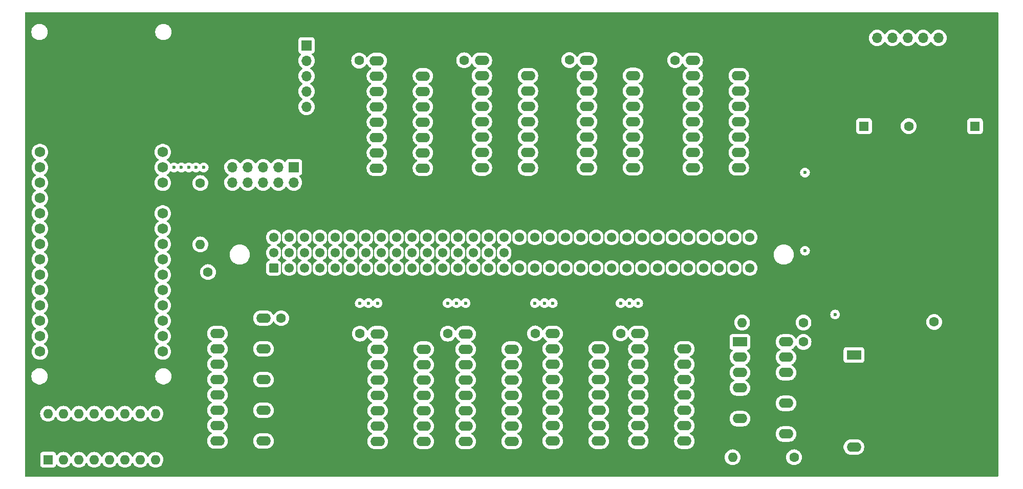
<source format=gbr>
%TF.GenerationSoftware,KiCad,Pcbnew,8.0.8*%
%TF.CreationDate,2025-04-22T20:57:00-07:00*%
%TF.ProjectId,logic,6c6f6769-632e-46b6-9963-61645f706362,rev?*%
%TF.SameCoordinates,Original*%
%TF.FileFunction,Copper,L3,Inr*%
%TF.FilePolarity,Positive*%
%FSLAX46Y46*%
G04 Gerber Fmt 4.6, Leading zero omitted, Abs format (unit mm)*
G04 Created by KiCad (PCBNEW 8.0.8) date 2025-04-22 20:57:00*
%MOMM*%
%LPD*%
G01*
G04 APERTURE LIST*
G04 Aperture macros list*
%AMRoundRect*
0 Rectangle with rounded corners*
0 $1 Rounding radius*
0 $2 $3 $4 $5 $6 $7 $8 $9 X,Y pos of 4 corners*
0 Add a 4 corners polygon primitive as box body*
4,1,4,$2,$3,$4,$5,$6,$7,$8,$9,$2,$3,0*
0 Add four circle primitives for the rounded corners*
1,1,$1+$1,$2,$3*
1,1,$1+$1,$4,$5*
1,1,$1+$1,$6,$7*
1,1,$1+$1,$8,$9*
0 Add four rect primitives between the rounded corners*
20,1,$1+$1,$2,$3,$4,$5,0*
20,1,$1+$1,$4,$5,$6,$7,0*
20,1,$1+$1,$6,$7,$8,$9,0*
20,1,$1+$1,$8,$9,$2,$3,0*%
G04 Aperture macros list end*
%TA.AperFunction,ComponentPad*%
%ADD10C,1.600000*%
%TD*%
%TA.AperFunction,ComponentPad*%
%ADD11R,2.400000X1.600000*%
%TD*%
%TA.AperFunction,ComponentPad*%
%ADD12O,2.400000X1.600000*%
%TD*%
%TA.AperFunction,ComponentPad*%
%ADD13R,1.700000X1.700000*%
%TD*%
%TA.AperFunction,ComponentPad*%
%ADD14O,1.700000X1.700000*%
%TD*%
%TA.AperFunction,ComponentPad*%
%ADD15C,1.727200*%
%TD*%
%TA.AperFunction,ComponentPad*%
%ADD16R,1.727200X1.727200*%
%TD*%
%TA.AperFunction,ComponentPad*%
%ADD17O,1.600000X1.600000*%
%TD*%
%TA.AperFunction,ComponentPad*%
%ADD18RoundRect,0.249999X0.525001X-0.525001X0.525001X0.525001X-0.525001X0.525001X-0.525001X-0.525001X0*%
%TD*%
%TA.AperFunction,ComponentPad*%
%ADD19C,1.550000*%
%TD*%
%TA.AperFunction,ComponentPad*%
%ADD20R,1.600000X1.600000*%
%TD*%
%TA.AperFunction,ViaPad*%
%ADD21C,0.500000*%
%TD*%
%TA.AperFunction,ViaPad*%
%ADD22C,0.600000*%
%TD*%
%TA.AperFunction,Conductor*%
%ADD23C,0.200000*%
%TD*%
%TA.AperFunction,Conductor*%
%ADD24C,1.600000*%
%TD*%
G04 APERTURE END LIST*
D10*
%TO.N,V5.0*%
%TO.C,C14*%
X169100000Y-103815000D03*
%TO.N,GND*%
X169100000Y-101315000D03*
%TD*%
%TO.N,V5.0*%
%TO.C,C8*%
X143228889Y-58600000D03*
%TO.N,GND*%
X143228889Y-56100000D03*
%TD*%
D11*
%TO.N,GND*%
%TO.C,U3*%
X143470000Y-101350000D03*
D12*
%TO.N,V5.0*%
X143470000Y-103890000D03*
%TO.N,/Sin3*%
X143470000Y-106430000D03*
%TO.N,/B3-0*%
X143470000Y-108970000D03*
%TO.N,/B3-1*%
X143470000Y-111510000D03*
%TO.N,/B3-2*%
X143470000Y-114050000D03*
%TO.N,/B3-3*%
X143470000Y-116590000D03*
%TO.N,/~{SRCLR}*%
X143470000Y-119130000D03*
%TO.N,POR*%
X143470000Y-121670000D03*
%TO.N,GND*%
X143470000Y-124210000D03*
X151090000Y-124210000D03*
%TO.N,/RCLK*%
X151090000Y-121670000D03*
%TO.N,/SRCK*%
X151090000Y-119130000D03*
%TO.N,/B3-4*%
X151090000Y-116590000D03*
%TO.N,/B3-5*%
X151090000Y-114050000D03*
%TO.N,/B3-6*%
X151090000Y-111510000D03*
%TO.N,/B3-7*%
X151090000Y-108970000D03*
%TO.N,/Sin2*%
X151090000Y-106430000D03*
%TO.N,GND*%
X151090000Y-103890000D03*
X151090000Y-101350000D03*
%TD*%
D13*
%TO.N,Net-(J3-Pin_1)*%
%TO.C,J3*%
X115060000Y-76310000D03*
D14*
%TO.N,Net-(J3-Pin_2)*%
X115060000Y-78850000D03*
%TO.N,Net-(J3-Pin_3)*%
X112520000Y-76310000D03*
%TO.N,Net-(J3-Pin_4)*%
X112520000Y-78850000D03*
%TO.N,Net-(J3-Pin_5)*%
X109980000Y-76310000D03*
%TO.N,Net-(J3-Pin_6)*%
X109980000Y-78850000D03*
%TO.N,V3.3*%
X107440000Y-76310000D03*
X107440000Y-78850000D03*
X104900000Y-76310000D03*
X104900000Y-78850000D03*
%TD*%
D10*
%TO.N,Net-(J4-Pin_10)*%
%TO.C,C2*%
X216777349Y-69510000D03*
%TO.N,GND*%
X219277349Y-69510000D03*
%TD*%
D13*
%TO.N,Net-(J2-Pin_1)*%
%TO.C,J2*%
X117140000Y-56140000D03*
D14*
%TO.N,GND*%
X119680000Y-56140000D03*
%TO.N,Net-(J2-Pin_3)*%
X117140000Y-58680000D03*
%TO.N,GND*%
X119680000Y-58680000D03*
%TO.N,Net-(J2-Pin_5)*%
X117140000Y-61220000D03*
%TO.N,GND*%
X119680000Y-61220000D03*
%TO.N,Net-(J2-Pin_7)*%
X117140000Y-63760000D03*
%TO.N,GND*%
X119680000Y-63760000D03*
%TO.N,Net-(J2-Pin_9)*%
X117140000Y-66300000D03*
%TO.N,GND*%
X119680000Y-66300000D03*
%TD*%
D10*
%TO.N,V5.0*%
%TO.C,C7*%
X125855000Y-58645000D03*
%TO.N,GND*%
X125855000Y-56145000D03*
%TD*%
D15*
%TO.N,V3.3*%
%TO.C,A1*%
X93380000Y-78880000D03*
%TO.N,unconnected-(A1-Pad5V)*%
X93380000Y-73800000D03*
%TO.N,unconnected-(A1-A0{slash}DAC-PadA0)*%
X73060000Y-76340000D03*
%TO.N,/~{SRCLR3.3}*%
X73060000Y-78880000D03*
%TO.N,Net-(J2-Pin_1)*%
X73060000Y-81420000D03*
%TO.N,Net-(J2-Pin_3)*%
X73060000Y-83960000D03*
%TO.N,Net-(J2-Pin_5)*%
X73060000Y-86500000D03*
%TO.N,Net-(J2-Pin_7)*%
X73060000Y-89040000D03*
%TO.N,Net-(J2-Pin_9)*%
X73060000Y-91580000D03*
%TO.N,unconnected-(A1-PadAREF)*%
X73060000Y-73800000D03*
%TO.N,Net-(RN1-R8.1)*%
X73060000Y-94120000D03*
%TO.N,Net-(RN1-R7.1)*%
X73060000Y-96660000D03*
%TO.N,Net-(RN1-R6.1)*%
X73060000Y-99200000D03*
%TO.N,Net-(RN1-R5.1)*%
X73060000Y-101740000D03*
%TO.N,Net-(RN1-R4.1)*%
X73060000Y-104280000D03*
%TO.N,Net-(RN1-R3.1)*%
X73060000Y-106820000D03*
%TO.N,unconnected-(A1-PadD6)*%
X93380000Y-106820000D03*
%TO.N,Net-(U9-I3a)*%
X93380000Y-104280000D03*
%TO.N,Net-(A1-D8_MOSI)*%
X93380000Y-101740000D03*
%TO.N,Net-(A1-D9_SCK)*%
X93380000Y-99200000D03*
%TO.N,unconnected-(A1-D10_MISO-PadD10)*%
X93380000Y-96660000D03*
%TO.N,unconnected-(A1-D11{slash}SDA-PadD11)*%
X93380000Y-94120000D03*
%TO.N,unconnected-(A1-D12{slash}SCL-PadD12)*%
X93380000Y-91580000D03*
%TO.N,unconnected-(A1-D13{slash}RX-PadD13)*%
X93380000Y-89040000D03*
%TO.N,unconnected-(A1-D14{slash}TX-PadD14)*%
X93380000Y-86500000D03*
D16*
%TO.N,GND*%
X93380000Y-81420000D03*
D15*
%TO.N,Net-(A1-RESET)*%
X93380000Y-83960000D03*
%TO.N,V5.0*%
X93380000Y-76340000D03*
%TD*%
D10*
%TO.N,V5.0*%
%TO.C,C15*%
X199380000Y-105225000D03*
%TO.N,GND*%
X199380000Y-107725000D03*
%TD*%
D11*
%TO.N,GND*%
%TO.C,U4*%
X128910000Y-101350000D03*
D12*
%TO.N,V5.0*%
X128910000Y-103890000D03*
%TO.N,/Sin4*%
X128910000Y-106430000D03*
%TO.N,/B4-0*%
X128910000Y-108970000D03*
%TO.N,/B4-1*%
X128910000Y-111510000D03*
%TO.N,/B4-2*%
X128910000Y-114050000D03*
%TO.N,/B4-3*%
X128910000Y-116590000D03*
%TO.N,/~{SRCLR}*%
X128910000Y-119130000D03*
%TO.N,POR*%
X128910000Y-121670000D03*
%TO.N,GND*%
X128910000Y-124210000D03*
X136530000Y-124210000D03*
%TO.N,/RCLK*%
X136530000Y-121670000D03*
%TO.N,/SRCK*%
X136530000Y-119130000D03*
%TO.N,/B4-4*%
X136530000Y-116590000D03*
%TO.N,/B4-5*%
X136530000Y-114050000D03*
%TO.N,/B4-6*%
X136530000Y-111510000D03*
%TO.N,/B4-7*%
X136530000Y-108970000D03*
%TO.N,/Sin3*%
X136530000Y-106430000D03*
%TO.N,GND*%
X136530000Y-103890000D03*
X136530000Y-101350000D03*
%TD*%
D10*
%TO.N,V3.3*%
%TO.C,R3*%
X99580000Y-78920000D03*
D17*
%TO.N,Net-(A1-RESET)*%
X99580000Y-89080000D03*
%TD*%
D10*
%TO.N,V5.0*%
%TO.C,R2*%
X197810000Y-124310000D03*
D17*
%TO.N,Net-(C4-Pad1)*%
X187650000Y-124310000D03*
%TD*%
D10*
%TO.N,V5.0*%
%TO.C,C13*%
X154970000Y-103820000D03*
%TO.N,GND*%
X154970000Y-101320000D03*
%TD*%
D11*
%TO.N,Net-(C4-Pad1)*%
%TO.C,U14*%
X188850000Y-105225000D03*
D12*
%TO.N,Net-(U14-Pad13)*%
X188850000Y-107765000D03*
%TO.N,Net-(U14-Pad12)*%
X188850000Y-110305000D03*
%TO.N,POR*%
X188850000Y-112845000D03*
%TO.N,GND*%
X188850000Y-115385000D03*
%TO.N,unconnected-(U14-Pad6)*%
X188850000Y-117925000D03*
%TO.N,GND*%
X188850000Y-120465000D03*
%TO.N,unconnected-(U14-Pad8)*%
X196470000Y-120465000D03*
%TO.N,GND*%
X196470000Y-117925000D03*
%TO.N,unconnected-(U14-Pad10)*%
X196470000Y-115385000D03*
%TO.N,GND*%
X196470000Y-112845000D03*
%TO.N,Net-(U14-Pad12)*%
X196470000Y-110305000D03*
%TO.N,Net-(U14-Pad13)*%
X196470000Y-107765000D03*
%TO.N,V5.0*%
X196470000Y-105225000D03*
%TD*%
D10*
%TO.N,V5.0*%
%TO.C,C5*%
X100850000Y-93660000D03*
%TO.N,GND*%
X98350000Y-93660000D03*
%TD*%
D11*
%TO.N,V170*%
%TO.C,S1*%
X207709948Y-107380000D03*
D12*
%TO.N,V5.0*%
X207709948Y-122620000D03*
%TO.N,GND*%
X215329948Y-122620000D03*
X215329948Y-107380000D03*
%TD*%
D10*
%TO.N,V5.0*%
%TO.C,C6*%
X112960000Y-101290000D03*
%TO.N,GND*%
X112960000Y-103790000D03*
%TD*%
D11*
%TO.N,GND*%
%TO.C,U1*%
X172040000Y-101315000D03*
D12*
%TO.N,V5.0*%
X172040000Y-103855000D03*
%TO.N,/Sin1*%
X172040000Y-106395000D03*
%TO.N,/B1-0*%
X172040000Y-108935000D03*
%TO.N,/B1-1*%
X172040000Y-111475000D03*
%TO.N,/B1-2*%
X172040000Y-114015000D03*
%TO.N,/B1-3*%
X172040000Y-116555000D03*
%TO.N,/~{SRCLR}*%
X172040000Y-119095000D03*
%TO.N,POR*%
X172040000Y-121635000D03*
%TO.N,GND*%
X172040000Y-124175000D03*
X179660000Y-124175000D03*
%TO.N,/RCLK*%
X179660000Y-121635000D03*
%TO.N,/SRCK*%
X179660000Y-119095000D03*
%TO.N,/B1-4*%
X179660000Y-116555000D03*
%TO.N,/B1-5*%
X179660000Y-114015000D03*
%TO.N,/B1-6*%
X179660000Y-111475000D03*
%TO.N,/B1-7*%
X179660000Y-108935000D03*
%TO.N,/Sin8*%
X179660000Y-106395000D03*
%TO.N,GND*%
X179660000Y-103855000D03*
X179660000Y-101315000D03*
%TD*%
D18*
%TO.N,/B4-0*%
%TO.C,J1*%
X111740000Y-93000000D03*
D19*
%TO.N,/B4-1*%
X114280000Y-93000000D03*
%TO.N,/B4-2*%
X116820000Y-93000000D03*
%TO.N,/B4-3*%
X119360000Y-93000000D03*
%TO.N,/B4-4*%
X121900000Y-93000000D03*
%TO.N,/B4-5*%
X124440000Y-93000000D03*
%TO.N,/B4-6*%
X126980000Y-93000000D03*
%TO.N,/B4-7*%
X129520000Y-93000000D03*
%TO.N,/B3-0*%
X132060000Y-93000000D03*
%TO.N,/B3-1*%
X134600000Y-93000000D03*
%TO.N,/B3-2*%
X137140000Y-93000000D03*
%TO.N,/B3-3*%
X139680000Y-93000000D03*
%TO.N,/B3-4*%
X142220000Y-93000000D03*
%TO.N,/B3-5*%
X144760000Y-93000000D03*
%TO.N,/B3-6*%
X147300000Y-93000000D03*
%TO.N,/B3-7*%
X149840000Y-93000000D03*
%TO.N,/B2-0*%
X152380000Y-93000000D03*
%TO.N,/B2-1*%
X154920000Y-93000000D03*
%TO.N,/B2-2*%
X157460000Y-93000000D03*
%TO.N,/B2-3*%
X160000000Y-93000000D03*
%TO.N,/B2-4*%
X162540000Y-93000000D03*
%TO.N,/B2-5*%
X165080000Y-93000000D03*
%TO.N,/B2-6*%
X167620000Y-93000000D03*
%TO.N,/B2-7*%
X170160000Y-93000000D03*
%TO.N,/B1-0*%
X172700000Y-93000000D03*
%TO.N,/B1-1*%
X175240000Y-93000000D03*
%TO.N,/B1-2*%
X177780000Y-93000000D03*
%TO.N,/B1-3*%
X180320000Y-93000000D03*
%TO.N,/B1-4*%
X182860000Y-93000000D03*
%TO.N,/B1-5*%
X185400000Y-93000000D03*
%TO.N,/B1-6*%
X187940000Y-93000000D03*
%TO.N,/B1-7*%
X190480000Y-93000000D03*
%TO.N,V170*%
X111740000Y-90460000D03*
X114280000Y-90460000D03*
X116820000Y-90460000D03*
X119360000Y-90460000D03*
X121900000Y-90460000D03*
X124440000Y-90460000D03*
X126980000Y-90460000D03*
X129520000Y-90460000D03*
X132060000Y-90460000D03*
X134600000Y-90460000D03*
X137140000Y-90460000D03*
X139680000Y-90460000D03*
X142220000Y-90460000D03*
X144760000Y-90460000D03*
X147300000Y-90460000D03*
X149840000Y-90460000D03*
%TO.N,GND*%
X152380000Y-90460000D03*
X154920000Y-90460000D03*
X157460000Y-90460000D03*
X160000000Y-90460000D03*
X162540000Y-90460000D03*
X165080000Y-90460000D03*
X167620000Y-90460000D03*
X170160000Y-90460000D03*
X172700000Y-90460000D03*
X175240000Y-90460000D03*
X177780000Y-90460000D03*
X180320000Y-90460000D03*
X182860000Y-90460000D03*
X185400000Y-90460000D03*
X187940000Y-90460000D03*
X190480000Y-90460000D03*
%TO.N,/B5-0*%
X111740000Y-87920000D03*
%TO.N,/B5-1*%
X114280000Y-87920000D03*
%TO.N,/B5-2*%
X116820000Y-87920000D03*
%TO.N,/B5-3*%
X119360000Y-87920000D03*
%TO.N,/B5-4*%
X121900000Y-87920000D03*
%TO.N,/B5-5*%
X124440000Y-87920000D03*
%TO.N,/B5-6*%
X126980000Y-87920000D03*
%TO.N,/B5-7*%
X129520000Y-87920000D03*
%TO.N,/B6-0*%
X132060000Y-87920000D03*
%TO.N,/B6-1*%
X134600000Y-87920000D03*
%TO.N,/B6-2*%
X137140000Y-87920000D03*
%TO.N,/B6-3*%
X139680000Y-87920000D03*
%TO.N,/B6-4*%
X142220000Y-87920000D03*
%TO.N,/B6-5*%
X144760000Y-87920000D03*
%TO.N,/B6-6*%
X147300000Y-87920000D03*
%TO.N,/B6-7*%
X149840000Y-87920000D03*
%TO.N,/B7-0*%
X152380000Y-87920000D03*
%TO.N,/B7-1*%
X154920000Y-87920000D03*
%TO.N,/B7-2*%
X157460000Y-87920000D03*
%TO.N,/B7-3*%
X160000000Y-87920000D03*
%TO.N,/B7-4*%
X162540000Y-87920000D03*
%TO.N,/B7-5*%
X165080000Y-87920000D03*
%TO.N,/B7-6*%
X167620000Y-87920000D03*
%TO.N,/B7-7*%
X170160000Y-87920000D03*
%TO.N,/B8-0*%
X172700000Y-87920000D03*
%TO.N,/B8-1*%
X175240000Y-87920000D03*
%TO.N,/B8-2*%
X177780000Y-87920000D03*
%TO.N,/B8-3*%
X180320000Y-87920000D03*
%TO.N,/B8-4*%
X182860000Y-87920000D03*
%TO.N,/B8-5*%
X185400000Y-87920000D03*
%TO.N,/B8-6*%
X187940000Y-87920000D03*
%TO.N,/B8-7*%
X190480000Y-87920000D03*
%TD*%
D11*
%TO.N,GND*%
%TO.C,U9*%
X102410000Y-101290000D03*
D12*
%TO.N,/~{SRCLR3.3}*%
X102410000Y-103830000D03*
%TO.N,unconnected-(U9-O3b-Pad3)*%
X102410000Y-106370000D03*
%TO.N,Net-(A1-D8_MOSI)*%
X102410000Y-108910000D03*
%TO.N,unconnected-(U9-O2b-Pad5)*%
X102410000Y-111450000D03*
%TO.N,Net-(A1-D9_SCK)*%
X102410000Y-113990000D03*
%TO.N,unconnected-(U9-O1b-Pad7)*%
X102410000Y-116530000D03*
%TO.N,Net-(U9-I3a)*%
X102410000Y-119070000D03*
%TO.N,unconnected-(U9-O0b-Pad9)*%
X102410000Y-121610000D03*
%TO.N,GND*%
X102410000Y-124150000D03*
X110030000Y-124150000D03*
%TO.N,/~{SRCLR}*%
X110030000Y-121610000D03*
%TO.N,GND*%
X110030000Y-119070000D03*
%TO.N,/SRCK*%
X110030000Y-116530000D03*
%TO.N,GND*%
X110030000Y-113990000D03*
%TO.N,/Sin4*%
X110030000Y-111450000D03*
%TO.N,GND*%
X110030000Y-108910000D03*
%TO.N,/RCLK*%
X110030000Y-106370000D03*
%TO.N,GND*%
X110030000Y-103830000D03*
%TO.N,V5.0*%
X110030000Y-101290000D03*
%TD*%
D11*
%TO.N,GND*%
%TO.C,U6*%
X146168889Y-56090000D03*
D12*
%TO.N,V5.0*%
X146168889Y-58630000D03*
%TO.N,/Sin6*%
X146168889Y-61170000D03*
%TO.N,/B6-3*%
X146168889Y-63710000D03*
%TO.N,/B6-2*%
X146168889Y-66250000D03*
%TO.N,/B6-1*%
X146168889Y-68790000D03*
%TO.N,/B6-0*%
X146168889Y-71330000D03*
%TO.N,/~{SRCLR}*%
X146168889Y-73870000D03*
%TO.N,POR*%
X146168889Y-76410000D03*
%TO.N,GND*%
X146168889Y-78950000D03*
X153788889Y-78950000D03*
%TO.N,/RCLK*%
X153788889Y-76410000D03*
%TO.N,/SRCK*%
X153788889Y-73870000D03*
%TO.N,/B6-7*%
X153788889Y-71330000D03*
%TO.N,/B6-6*%
X153788889Y-68790000D03*
%TO.N,/B6-5*%
X153788889Y-66250000D03*
%TO.N,/B6-4*%
X153788889Y-63710000D03*
%TO.N,/Sin5*%
X153788889Y-61170000D03*
%TO.N,GND*%
X153788889Y-58630000D03*
X153788889Y-56090000D03*
%TD*%
D13*
%TO.N,GND*%
%TO.C,J4*%
X211550000Y-57450000D03*
D14*
%TO.N,Net-(J4-Pin_10)*%
X211550000Y-54910000D03*
%TO.N,GND*%
X214090000Y-57450000D03*
%TO.N,Net-(J4-Pin_10)*%
X214090000Y-54910000D03*
%TO.N,GND*%
X216630000Y-57450000D03*
%TO.N,Net-(J4-Pin_10)*%
X216630000Y-54910000D03*
%TO.N,GND*%
X219170000Y-57450000D03*
%TO.N,Net-(J4-Pin_10)*%
X219170000Y-54910000D03*
%TO.N,GND*%
X221710000Y-57450000D03*
%TO.N,Net-(J4-Pin_10)*%
X221710000Y-54910000D03*
%TD*%
D11*
%TO.N,GND*%
%TO.C,U5*%
X128785000Y-56145000D03*
D12*
%TO.N,V5.0*%
X128785000Y-58685000D03*
%TO.N,/Sin5*%
X128785000Y-61225000D03*
%TO.N,/B5-3*%
X128785000Y-63765000D03*
%TO.N,/B5-2*%
X128785000Y-66305000D03*
%TO.N,/B5-1*%
X128785000Y-68845000D03*
%TO.N,/B5-0*%
X128785000Y-71385000D03*
%TO.N,/~{SRCLR}*%
X128785000Y-73925000D03*
%TO.N,POR*%
X128785000Y-76465000D03*
%TO.N,GND*%
X128785000Y-79005000D03*
X136405000Y-79005000D03*
%TO.N,/RCLK*%
X136405000Y-76465000D03*
%TO.N,/SRCK*%
X136405000Y-73925000D03*
%TO.N,/B5-7*%
X136405000Y-71385000D03*
%TO.N,/B5-6*%
X136405000Y-68845000D03*
%TO.N,/B5-5*%
X136405000Y-66305000D03*
%TO.N,/B5-4*%
X136405000Y-63765000D03*
%TO.N,unconnected-(U5-SER_OUT-Pad18)*%
X136405000Y-61225000D03*
%TO.N,GND*%
X136405000Y-58685000D03*
X136405000Y-56145000D03*
%TD*%
D10*
%TO.N,V5.0*%
%TO.C,R1*%
X199370000Y-102010000D03*
D17*
%TO.N,POR*%
X189210000Y-102010000D03*
%TD*%
D11*
%TO.N,GND*%
%TO.C,U8*%
X181050000Y-56077500D03*
D12*
%TO.N,V5.0*%
X181050000Y-58617500D03*
%TO.N,/Sin8*%
X181050000Y-61157500D03*
%TO.N,/B8-3*%
X181050000Y-63697500D03*
%TO.N,/B8-2*%
X181050000Y-66237500D03*
%TO.N,/B8-1*%
X181050000Y-68777500D03*
%TO.N,/B8-0*%
X181050000Y-71317500D03*
%TO.N,/~{SRCLR}*%
X181050000Y-73857500D03*
%TO.N,POR*%
X181050000Y-76397500D03*
%TO.N,GND*%
X181050000Y-78937500D03*
X188670000Y-78937500D03*
%TO.N,/RCLK*%
X188670000Y-76397500D03*
%TO.N,/SRCK*%
X188670000Y-73857500D03*
%TO.N,/B8-7*%
X188670000Y-71317500D03*
%TO.N,/B8-6*%
X188670000Y-68777500D03*
%TO.N,/B8-5*%
X188670000Y-66237500D03*
%TO.N,/B8-4*%
X188670000Y-63697500D03*
%TO.N,/Sin7*%
X188670000Y-61157500D03*
%TO.N,GND*%
X188670000Y-58617500D03*
X188670000Y-56077500D03*
%TD*%
D10*
%TO.N,V5.0*%
%TO.C,C11*%
X125980000Y-103850000D03*
%TO.N,GND*%
X125980000Y-101350000D03*
%TD*%
%TO.N,V5.0*%
%TO.C,C9*%
X160631825Y-58565000D03*
%TO.N,GND*%
X160631825Y-56065000D03*
%TD*%
D20*
%TO.N,Net-(J4-Pin_10)*%
%TO.C,C1*%
X227747349Y-69510000D03*
D10*
%TO.N,GND*%
X225247349Y-69510000D03*
%TD*%
D20*
%TO.N,Net-(C4-Pad1)*%
%TO.C,C4*%
X209397349Y-69510000D03*
D10*
%TO.N,GND*%
X211897349Y-69510000D03*
%TD*%
%TO.N,V5.0*%
%TO.C,C12*%
X140530000Y-103850000D03*
%TO.N,GND*%
X140530000Y-101350000D03*
%TD*%
D20*
%TO.N,unconnected-(RN1-R1.1-Pad1)*%
%TO.C,RN1*%
X74390000Y-124720000D03*
D17*
%TO.N,unconnected-(RN1-R2.1-Pad2)*%
X76930000Y-124720000D03*
%TO.N,Net-(RN1-R3.1)*%
X79470000Y-124720000D03*
%TO.N,Net-(RN1-R4.1)*%
X82010000Y-124720000D03*
%TO.N,Net-(RN1-R5.1)*%
X84550000Y-124720000D03*
%TO.N,Net-(RN1-R6.1)*%
X87090000Y-124720000D03*
%TO.N,Net-(RN1-R7.1)*%
X89630000Y-124720000D03*
%TO.N,Net-(RN1-R8.1)*%
X92170000Y-124720000D03*
%TO.N,Net-(J3-Pin_6)*%
X92170000Y-117100000D03*
%TO.N,Net-(J3-Pin_5)*%
X89630000Y-117100000D03*
%TO.N,Net-(J3-Pin_4)*%
X87090000Y-117100000D03*
%TO.N,Net-(J3-Pin_3)*%
X84550000Y-117100000D03*
%TO.N,Net-(J3-Pin_2)*%
X82010000Y-117100000D03*
%TO.N,Net-(J3-Pin_1)*%
X79470000Y-117100000D03*
%TO.N,unconnected-(RN1-R2.2-Pad15)*%
X76930000Y-117100000D03*
%TO.N,unconnected-(RN1-R1.2-Pad16)*%
X74390000Y-117100000D03*
%TD*%
D10*
%TO.N,V5.0*%
%TO.C,C3*%
X220990000Y-101920000D03*
%TO.N,GND*%
X223490000Y-101920000D03*
%TD*%
%TO.N,V5.0*%
%TO.C,C10*%
X178120000Y-58577500D03*
%TO.N,GND*%
X178120000Y-56077500D03*
%TD*%
D11*
%TO.N,GND*%
%TO.C,U2*%
X157880000Y-101320000D03*
D12*
%TO.N,V5.0*%
X157880000Y-103860000D03*
%TO.N,/Sin2*%
X157880000Y-106400000D03*
%TO.N,/B2-0*%
X157880000Y-108940000D03*
%TO.N,/B2-1*%
X157880000Y-111480000D03*
%TO.N,/B2-2*%
X157880000Y-114020000D03*
%TO.N,/B2-3*%
X157880000Y-116560000D03*
%TO.N,/~{SRCLR}*%
X157880000Y-119100000D03*
%TO.N,POR*%
X157880000Y-121640000D03*
%TO.N,GND*%
X157880000Y-124180000D03*
X165500000Y-124180000D03*
%TO.N,/RCLK*%
X165500000Y-121640000D03*
%TO.N,/SRCK*%
X165500000Y-119100000D03*
%TO.N,/B2-4*%
X165500000Y-116560000D03*
%TO.N,/B2-5*%
X165500000Y-114020000D03*
%TO.N,/B2-6*%
X165500000Y-111480000D03*
%TO.N,/B2-7*%
X165500000Y-108940000D03*
%TO.N,/Sin1*%
X165500000Y-106400000D03*
%TO.N,GND*%
X165500000Y-103860000D03*
X165500000Y-101320000D03*
%TD*%
D11*
%TO.N,GND*%
%TO.C,U7*%
X163561825Y-56065000D03*
D12*
%TO.N,V5.0*%
X163561825Y-58605000D03*
%TO.N,/Sin7*%
X163561825Y-61145000D03*
%TO.N,/B7-3*%
X163561825Y-63685000D03*
%TO.N,/B7-2*%
X163561825Y-66225000D03*
%TO.N,/B7-1*%
X163561825Y-68765000D03*
%TO.N,/B7-0*%
X163561825Y-71305000D03*
%TO.N,/~{SRCLR}*%
X163561825Y-73845000D03*
%TO.N,POR*%
X163561825Y-76385000D03*
%TO.N,GND*%
X163561825Y-78925000D03*
X171181825Y-78925000D03*
%TO.N,/RCLK*%
X171181825Y-76385000D03*
%TO.N,/SRCK*%
X171181825Y-73845000D03*
%TO.N,/B7-7*%
X171181825Y-71305000D03*
%TO.N,/B7-6*%
X171181825Y-68765000D03*
%TO.N,/B7-5*%
X171181825Y-66225000D03*
%TO.N,/B7-4*%
X171181825Y-63685000D03*
%TO.N,/Sin6*%
X171181825Y-61145000D03*
%TO.N,GND*%
X171181825Y-58605000D03*
X171181825Y-56065000D03*
%TD*%
D21*
%TO.N,GND*%
X219277349Y-61010000D03*
D22*
X221232856Y-120160000D03*
X218200000Y-109710000D03*
D21*
X222230000Y-61870000D03*
X215690000Y-63520000D03*
X211897349Y-62660000D03*
D22*
X225797140Y-120160000D03*
X205690000Y-84260000D03*
X224275712Y-113370000D03*
D21*
X223770000Y-61000000D03*
X223770000Y-61870000D03*
D22*
X218190000Y-120160000D03*
X218190000Y-118450000D03*
X228850000Y-109710000D03*
X228840000Y-118450000D03*
X222754284Y-120160000D03*
D21*
X225247349Y-64310000D03*
X222230000Y-63520000D03*
X222230000Y-61000000D03*
D22*
X211390000Y-91540000D03*
X205690000Y-87580000D03*
X227318568Y-118450000D03*
D21*
X219277349Y-64310000D03*
D22*
X225797140Y-115130000D03*
X205690000Y-82550000D03*
X222754284Y-113370000D03*
X225797140Y-118450000D03*
X218190000Y-111490000D03*
X227318568Y-116840000D03*
X224285712Y-109710000D03*
D21*
X213750000Y-61900000D03*
D22*
X218190000Y-115130000D03*
X212920000Y-93290000D03*
X205690000Y-78910000D03*
D21*
X213750000Y-61030000D03*
D22*
X222754284Y-115130000D03*
D21*
X223770000Y-64350000D03*
D22*
X205690000Y-85870000D03*
X207320000Y-82720000D03*
X225797140Y-111490000D03*
D21*
X219277349Y-62660000D03*
X222230000Y-62650000D03*
D22*
X207320000Y-84480000D03*
D21*
X220750000Y-64350000D03*
X217580000Y-62630000D03*
X215690000Y-62650000D03*
D22*
X219711428Y-118450000D03*
X212930000Y-84550000D03*
X95790000Y-81440000D03*
X219711428Y-115130000D03*
X224275712Y-120160000D03*
D21*
X220750000Y-61000000D03*
D22*
X98220000Y-81440000D03*
X181830000Y-101315000D03*
X222754284Y-116840000D03*
X228840000Y-120160000D03*
D21*
X217580000Y-64330000D03*
X217580000Y-63500000D03*
X211897349Y-61880000D03*
D22*
X207320000Y-86190000D03*
X221232856Y-111490000D03*
D21*
X223770000Y-62650000D03*
D22*
X227318568Y-113370000D03*
X219711428Y-120160000D03*
X221232856Y-115130000D03*
D21*
X217580000Y-61850000D03*
D22*
X207330000Y-79060000D03*
X211390000Y-84580000D03*
X224275712Y-115130000D03*
D21*
X215690000Y-61870000D03*
D22*
X225797140Y-113370000D03*
X218190000Y-113370000D03*
X228840000Y-111490000D03*
X222764284Y-109710000D03*
X212920000Y-86330000D03*
X221242856Y-109710000D03*
D21*
X215690000Y-61000000D03*
D22*
X212920000Y-88210000D03*
X99410000Y-81440000D03*
D21*
X215690000Y-64350000D03*
X219277349Y-61830000D03*
D22*
X114880000Y-103790000D03*
D21*
X225247349Y-60980000D03*
D22*
X227328568Y-109710000D03*
X211390000Y-93250000D03*
X221232856Y-116840000D03*
X225797140Y-116840000D03*
X227318568Y-120160000D03*
X212920000Y-91680000D03*
X225807140Y-109710000D03*
D21*
X217580000Y-60980000D03*
D22*
X192670000Y-78920000D03*
X224275712Y-111490000D03*
D21*
X211897349Y-64360000D03*
D22*
X115770000Y-103790000D03*
X219721428Y-109710000D03*
D21*
X225247349Y-62650000D03*
D22*
X222754284Y-111490000D03*
D21*
X211897349Y-61010000D03*
X222230000Y-64350000D03*
D22*
X219711428Y-113370000D03*
D21*
X213750000Y-62680000D03*
D22*
X211400000Y-82800000D03*
X207320000Y-89510000D03*
X211390000Y-86460000D03*
X228840000Y-115130000D03*
X218190000Y-116840000D03*
X182970000Y-101315000D03*
D21*
X225247349Y-61810000D03*
D22*
X221232856Y-113370000D03*
X221232856Y-118450000D03*
X97010000Y-81440000D03*
X222754284Y-118450000D03*
X228840000Y-116840000D03*
X227318568Y-115130000D03*
D21*
X219277349Y-63530000D03*
D22*
X227318568Y-111490000D03*
X191680000Y-78937500D03*
X207320000Y-87800000D03*
D21*
X220750000Y-63520000D03*
D22*
X219711428Y-116840000D03*
D21*
X213750000Y-64380000D03*
X223770000Y-63520000D03*
D22*
X224275712Y-118450000D03*
D21*
X211897349Y-63530000D03*
D22*
X228840000Y-113370000D03*
X205700000Y-77130000D03*
D21*
X213750000Y-63550000D03*
D22*
X207320000Y-80840000D03*
D21*
X220750000Y-61870000D03*
D22*
X190740000Y-78937500D03*
X211390000Y-88220000D03*
X224275712Y-116840000D03*
D21*
X225247349Y-63520000D03*
D22*
X219711428Y-111490000D03*
X205690000Y-80790000D03*
X211390000Y-89930000D03*
X212920000Y-95000000D03*
D21*
X220750000Y-62650000D03*
D22*
X212920000Y-89970000D03*
%TO.N,/Sin8*%
X199620000Y-77200000D03*
X199620000Y-90120000D03*
%TO.N,V5.0*%
X156520000Y-98810000D03*
X170620000Y-98810000D03*
X125960000Y-98810000D03*
X100140000Y-76340000D03*
X128900000Y-98810000D03*
X140500000Y-98810000D03*
X157890000Y-98810000D03*
X141980000Y-98810000D03*
X97660000Y-76340000D03*
X172030000Y-98810000D03*
X143460000Y-98810000D03*
X127370000Y-98810000D03*
X98850000Y-76340000D03*
X95230000Y-76340000D03*
X169120000Y-98810000D03*
X154940000Y-98810000D03*
X96450000Y-76340000D03*
%TO.N,Net-(C4-Pad1)*%
X204600000Y-100680000D03*
%TD*%
D23*
%TO.N,GND*%
X130800000Y-87110000D02*
X130800000Y-93750000D01*
X179050000Y-87180000D02*
X179050000Y-93820000D01*
X158730000Y-87110000D02*
X158730000Y-93750000D01*
X171430000Y-87180000D02*
X171430000Y-93820000D01*
X140950000Y-87090000D02*
X140950000Y-93730000D01*
X166360000Y-87110000D02*
X166360000Y-93750000D01*
X123170000Y-87130000D02*
X123170000Y-93770000D01*
X135880000Y-87110000D02*
X135880000Y-93750000D01*
X151110000Y-87110000D02*
X151110000Y-93750000D01*
X186670000Y-87140000D02*
X186670000Y-93780000D01*
X176510000Y-87180000D02*
X176510000Y-93820000D01*
D24*
X179625000Y-124210000D02*
X179660000Y-124175000D01*
D23*
X168900000Y-87110000D02*
X168900000Y-93750000D01*
X125710000Y-87130000D02*
X125710000Y-93770000D01*
X156190000Y-87110000D02*
X156190000Y-93750000D01*
D24*
X119742500Y-56077500D02*
X119680000Y-56140000D01*
D23*
X146030000Y-87090000D02*
X146030000Y-93730000D01*
X143490000Y-87090000D02*
X143490000Y-93730000D01*
X163820000Y-87110000D02*
X163820000Y-93750000D01*
X138420000Y-87110000D02*
X138420000Y-93750000D01*
X184130000Y-87140000D02*
X184130000Y-93780000D01*
X181590000Y-87140000D02*
X181590000Y-93780000D01*
D24*
X188602500Y-79005000D02*
X188670000Y-78937500D01*
D23*
X133340000Y-87110000D02*
X133340000Y-93750000D01*
X120630000Y-87130000D02*
X120630000Y-93770000D01*
X161280000Y-87110000D02*
X161280000Y-93750000D01*
X148570000Y-87090000D02*
X148570000Y-93730000D01*
X153650000Y-87110000D02*
X153650000Y-93750000D01*
X128250000Y-87130000D02*
X128250000Y-93770000D01*
X115540000Y-87110000D02*
X115540000Y-93750000D01*
X118080000Y-87110000D02*
X118080000Y-93750000D01*
X189210000Y-87140000D02*
X189210000Y-93780000D01*
X173970000Y-87180000D02*
X173970000Y-93820000D01*
X113000000Y-87110000D02*
X113000000Y-93750000D01*
%TD*%
%TA.AperFunction,Conductor*%
%TO.N,GND*%
G36*
X115617865Y-90944193D02*
G01*
X115662381Y-90995569D01*
X115711165Y-91100186D01*
X115839178Y-91283007D01*
X115996993Y-91440822D01*
X116179814Y-91568835D01*
X116284430Y-91617618D01*
X116336869Y-91663790D01*
X116356021Y-91730984D01*
X116335805Y-91797865D01*
X116284430Y-91842382D01*
X116179814Y-91891164D01*
X116057844Y-91976568D01*
X115996993Y-92019178D01*
X115996991Y-92019179D01*
X115996988Y-92019182D01*
X115839182Y-92176988D01*
X115839179Y-92176991D01*
X115839178Y-92176993D01*
X115796568Y-92237844D01*
X115711164Y-92359814D01*
X115662382Y-92464430D01*
X115616210Y-92516869D01*
X115549016Y-92536021D01*
X115482135Y-92515805D01*
X115437618Y-92464430D01*
X115388835Y-92359814D01*
X115381953Y-92349985D01*
X115260822Y-92176993D01*
X115103007Y-92019178D01*
X114920186Y-91891165D01*
X114868597Y-91867109D01*
X114815570Y-91842382D01*
X114763130Y-91796210D01*
X114743978Y-91729017D01*
X114764193Y-91662135D01*
X114815570Y-91617618D01*
X114920186Y-91568835D01*
X115103007Y-91440822D01*
X115260822Y-91283007D01*
X115388835Y-91100186D01*
X115437618Y-90995569D01*
X115483790Y-90943130D01*
X115550983Y-90923978D01*
X115617865Y-90944193D01*
G37*
%TD.AperFunction*%
%TA.AperFunction,Conductor*%
G36*
X118157865Y-90944193D02*
G01*
X118202381Y-90995569D01*
X118251165Y-91100186D01*
X118379178Y-91283007D01*
X118536993Y-91440822D01*
X118719814Y-91568835D01*
X118824430Y-91617618D01*
X118876869Y-91663790D01*
X118896021Y-91730984D01*
X118875805Y-91797865D01*
X118824430Y-91842382D01*
X118719814Y-91891164D01*
X118597844Y-91976568D01*
X118536993Y-92019178D01*
X118536991Y-92019179D01*
X118536988Y-92019182D01*
X118379182Y-92176988D01*
X118379179Y-92176991D01*
X118379178Y-92176993D01*
X118336568Y-92237844D01*
X118251164Y-92359814D01*
X118202382Y-92464430D01*
X118156210Y-92516869D01*
X118089016Y-92536021D01*
X118022135Y-92515805D01*
X117977618Y-92464430D01*
X117928835Y-92359814D01*
X117921953Y-92349985D01*
X117800822Y-92176993D01*
X117643007Y-92019178D01*
X117460186Y-91891165D01*
X117408597Y-91867109D01*
X117355570Y-91842382D01*
X117303130Y-91796210D01*
X117283978Y-91729017D01*
X117304193Y-91662135D01*
X117355570Y-91617618D01*
X117460186Y-91568835D01*
X117643007Y-91440822D01*
X117800822Y-91283007D01*
X117928835Y-91100186D01*
X117977618Y-90995569D01*
X118023790Y-90943130D01*
X118090983Y-90923978D01*
X118157865Y-90944193D01*
G37*
%TD.AperFunction*%
%TA.AperFunction,Conductor*%
G36*
X120697865Y-90944193D02*
G01*
X120742381Y-90995569D01*
X120791165Y-91100186D01*
X120919178Y-91283007D01*
X121076993Y-91440822D01*
X121259814Y-91568835D01*
X121364430Y-91617618D01*
X121416869Y-91663790D01*
X121436021Y-91730984D01*
X121415805Y-91797865D01*
X121364430Y-91842382D01*
X121259814Y-91891164D01*
X121137844Y-91976568D01*
X121076993Y-92019178D01*
X121076991Y-92019179D01*
X121076988Y-92019182D01*
X120919182Y-92176988D01*
X120919179Y-92176991D01*
X120919178Y-92176993D01*
X120876568Y-92237844D01*
X120791164Y-92359814D01*
X120742382Y-92464430D01*
X120696210Y-92516869D01*
X120629016Y-92536021D01*
X120562135Y-92515805D01*
X120517618Y-92464430D01*
X120468835Y-92359814D01*
X120461953Y-92349985D01*
X120340822Y-92176993D01*
X120183007Y-92019178D01*
X120000186Y-91891165D01*
X119948597Y-91867109D01*
X119895570Y-91842382D01*
X119843130Y-91796210D01*
X119823978Y-91729017D01*
X119844193Y-91662135D01*
X119895570Y-91617618D01*
X120000186Y-91568835D01*
X120183007Y-91440822D01*
X120340822Y-91283007D01*
X120468835Y-91100186D01*
X120517618Y-90995569D01*
X120563790Y-90943130D01*
X120630983Y-90923978D01*
X120697865Y-90944193D01*
G37*
%TD.AperFunction*%
%TA.AperFunction,Conductor*%
G36*
X123237865Y-90944193D02*
G01*
X123282381Y-90995569D01*
X123331165Y-91100186D01*
X123459178Y-91283007D01*
X123616993Y-91440822D01*
X123799814Y-91568835D01*
X123904430Y-91617618D01*
X123956869Y-91663790D01*
X123976021Y-91730984D01*
X123955805Y-91797865D01*
X123904430Y-91842382D01*
X123799814Y-91891164D01*
X123677844Y-91976568D01*
X123616993Y-92019178D01*
X123616991Y-92019179D01*
X123616988Y-92019182D01*
X123459182Y-92176988D01*
X123459179Y-92176991D01*
X123459178Y-92176993D01*
X123416568Y-92237844D01*
X123331164Y-92359814D01*
X123282382Y-92464430D01*
X123236210Y-92516869D01*
X123169016Y-92536021D01*
X123102135Y-92515805D01*
X123057618Y-92464430D01*
X123008835Y-92359814D01*
X123001953Y-92349985D01*
X122880822Y-92176993D01*
X122723007Y-92019178D01*
X122540186Y-91891165D01*
X122488597Y-91867109D01*
X122435570Y-91842382D01*
X122383130Y-91796210D01*
X122363978Y-91729017D01*
X122384193Y-91662135D01*
X122435570Y-91617618D01*
X122540186Y-91568835D01*
X122723007Y-91440822D01*
X122880822Y-91283007D01*
X123008835Y-91100186D01*
X123057618Y-90995569D01*
X123103790Y-90943130D01*
X123170983Y-90923978D01*
X123237865Y-90944193D01*
G37*
%TD.AperFunction*%
%TA.AperFunction,Conductor*%
G36*
X125777865Y-90944193D02*
G01*
X125822381Y-90995569D01*
X125871165Y-91100186D01*
X125999178Y-91283007D01*
X126156993Y-91440822D01*
X126339814Y-91568835D01*
X126444430Y-91617618D01*
X126496869Y-91663790D01*
X126516021Y-91730984D01*
X126495805Y-91797865D01*
X126444430Y-91842382D01*
X126339814Y-91891164D01*
X126217844Y-91976568D01*
X126156993Y-92019178D01*
X126156991Y-92019179D01*
X126156988Y-92019182D01*
X125999182Y-92176988D01*
X125999179Y-92176991D01*
X125999178Y-92176993D01*
X125956568Y-92237844D01*
X125871164Y-92359814D01*
X125822382Y-92464430D01*
X125776210Y-92516869D01*
X125709016Y-92536021D01*
X125642135Y-92515805D01*
X125597618Y-92464430D01*
X125548835Y-92359814D01*
X125541953Y-92349985D01*
X125420822Y-92176993D01*
X125263007Y-92019178D01*
X125080186Y-91891165D01*
X125028597Y-91867109D01*
X124975570Y-91842382D01*
X124923130Y-91796210D01*
X124903978Y-91729017D01*
X124924193Y-91662135D01*
X124975570Y-91617618D01*
X125080186Y-91568835D01*
X125263007Y-91440822D01*
X125420822Y-91283007D01*
X125548835Y-91100186D01*
X125597618Y-90995569D01*
X125643790Y-90943130D01*
X125710983Y-90923978D01*
X125777865Y-90944193D01*
G37*
%TD.AperFunction*%
%TA.AperFunction,Conductor*%
G36*
X128317865Y-90944193D02*
G01*
X128362381Y-90995569D01*
X128411165Y-91100186D01*
X128539178Y-91283007D01*
X128696993Y-91440822D01*
X128879814Y-91568835D01*
X128984430Y-91617618D01*
X129036869Y-91663790D01*
X129056021Y-91730984D01*
X129035805Y-91797865D01*
X128984430Y-91842382D01*
X128879814Y-91891164D01*
X128757844Y-91976568D01*
X128696993Y-92019178D01*
X128696991Y-92019179D01*
X128696988Y-92019182D01*
X128539182Y-92176988D01*
X128539179Y-92176991D01*
X128539178Y-92176993D01*
X128496568Y-92237844D01*
X128411164Y-92359814D01*
X128362382Y-92464430D01*
X128316210Y-92516869D01*
X128249016Y-92536021D01*
X128182135Y-92515805D01*
X128137618Y-92464430D01*
X128088835Y-92359814D01*
X128081953Y-92349985D01*
X127960822Y-92176993D01*
X127803007Y-92019178D01*
X127620186Y-91891165D01*
X127568597Y-91867109D01*
X127515570Y-91842382D01*
X127463130Y-91796210D01*
X127443978Y-91729017D01*
X127464193Y-91662135D01*
X127515570Y-91617618D01*
X127620186Y-91568835D01*
X127803007Y-91440822D01*
X127960822Y-91283007D01*
X128088835Y-91100186D01*
X128137618Y-90995569D01*
X128183790Y-90943130D01*
X128250983Y-90923978D01*
X128317865Y-90944193D01*
G37*
%TD.AperFunction*%
%TA.AperFunction,Conductor*%
G36*
X130857865Y-90944193D02*
G01*
X130902381Y-90995569D01*
X130951165Y-91100186D01*
X131079178Y-91283007D01*
X131236993Y-91440822D01*
X131419814Y-91568835D01*
X131524430Y-91617618D01*
X131576869Y-91663790D01*
X131596021Y-91730984D01*
X131575805Y-91797865D01*
X131524430Y-91842382D01*
X131419814Y-91891164D01*
X131297844Y-91976568D01*
X131236993Y-92019178D01*
X131236991Y-92019179D01*
X131236988Y-92019182D01*
X131079182Y-92176988D01*
X131079179Y-92176991D01*
X131079178Y-92176993D01*
X131036568Y-92237844D01*
X130951164Y-92359814D01*
X130902382Y-92464430D01*
X130856210Y-92516869D01*
X130789016Y-92536021D01*
X130722135Y-92515805D01*
X130677618Y-92464430D01*
X130628835Y-92359814D01*
X130621953Y-92349985D01*
X130500822Y-92176993D01*
X130343007Y-92019178D01*
X130160186Y-91891165D01*
X130108597Y-91867109D01*
X130055570Y-91842382D01*
X130003130Y-91796210D01*
X129983978Y-91729017D01*
X130004193Y-91662135D01*
X130055570Y-91617618D01*
X130160186Y-91568835D01*
X130343007Y-91440822D01*
X130500822Y-91283007D01*
X130628835Y-91100186D01*
X130677618Y-90995569D01*
X130723790Y-90943130D01*
X130790983Y-90923978D01*
X130857865Y-90944193D01*
G37*
%TD.AperFunction*%
%TA.AperFunction,Conductor*%
G36*
X133397865Y-90944193D02*
G01*
X133442381Y-90995569D01*
X133491165Y-91100186D01*
X133619178Y-91283007D01*
X133776993Y-91440822D01*
X133959814Y-91568835D01*
X134064430Y-91617618D01*
X134116869Y-91663790D01*
X134136021Y-91730984D01*
X134115805Y-91797865D01*
X134064430Y-91842382D01*
X133959814Y-91891164D01*
X133837844Y-91976568D01*
X133776993Y-92019178D01*
X133776991Y-92019179D01*
X133776988Y-92019182D01*
X133619182Y-92176988D01*
X133619179Y-92176991D01*
X133619178Y-92176993D01*
X133576568Y-92237844D01*
X133491164Y-92359814D01*
X133442382Y-92464430D01*
X133396210Y-92516869D01*
X133329016Y-92536021D01*
X133262135Y-92515805D01*
X133217618Y-92464430D01*
X133168835Y-92359814D01*
X133161953Y-92349985D01*
X133040822Y-92176993D01*
X132883007Y-92019178D01*
X132700186Y-91891165D01*
X132648597Y-91867109D01*
X132595570Y-91842382D01*
X132543130Y-91796210D01*
X132523978Y-91729017D01*
X132544193Y-91662135D01*
X132595570Y-91617618D01*
X132700186Y-91568835D01*
X132883007Y-91440822D01*
X133040822Y-91283007D01*
X133168835Y-91100186D01*
X133217618Y-90995569D01*
X133263790Y-90943130D01*
X133330983Y-90923978D01*
X133397865Y-90944193D01*
G37*
%TD.AperFunction*%
%TA.AperFunction,Conductor*%
G36*
X135937865Y-90944193D02*
G01*
X135982381Y-90995569D01*
X136031165Y-91100186D01*
X136159178Y-91283007D01*
X136316993Y-91440822D01*
X136499814Y-91568835D01*
X136604430Y-91617618D01*
X136656869Y-91663790D01*
X136676021Y-91730984D01*
X136655805Y-91797865D01*
X136604430Y-91842382D01*
X136499814Y-91891164D01*
X136377844Y-91976568D01*
X136316993Y-92019178D01*
X136316991Y-92019179D01*
X136316988Y-92019182D01*
X136159182Y-92176988D01*
X136159179Y-92176991D01*
X136159178Y-92176993D01*
X136116568Y-92237844D01*
X136031164Y-92359814D01*
X135982382Y-92464430D01*
X135936210Y-92516869D01*
X135869016Y-92536021D01*
X135802135Y-92515805D01*
X135757618Y-92464430D01*
X135708835Y-92359814D01*
X135701953Y-92349985D01*
X135580822Y-92176993D01*
X135423007Y-92019178D01*
X135240186Y-91891165D01*
X135188597Y-91867109D01*
X135135570Y-91842382D01*
X135083130Y-91796210D01*
X135063978Y-91729017D01*
X135084193Y-91662135D01*
X135135570Y-91617618D01*
X135240186Y-91568835D01*
X135423007Y-91440822D01*
X135580822Y-91283007D01*
X135708835Y-91100186D01*
X135757618Y-90995569D01*
X135803790Y-90943130D01*
X135870983Y-90923978D01*
X135937865Y-90944193D01*
G37*
%TD.AperFunction*%
%TA.AperFunction,Conductor*%
G36*
X138477865Y-90944193D02*
G01*
X138522381Y-90995569D01*
X138571165Y-91100186D01*
X138699178Y-91283007D01*
X138856993Y-91440822D01*
X139039814Y-91568835D01*
X139144430Y-91617618D01*
X139196869Y-91663790D01*
X139216021Y-91730984D01*
X139195805Y-91797865D01*
X139144430Y-91842382D01*
X139039814Y-91891164D01*
X138917844Y-91976568D01*
X138856993Y-92019178D01*
X138856991Y-92019179D01*
X138856988Y-92019182D01*
X138699182Y-92176988D01*
X138699179Y-92176991D01*
X138699178Y-92176993D01*
X138656568Y-92237844D01*
X138571164Y-92359814D01*
X138522382Y-92464430D01*
X138476210Y-92516869D01*
X138409016Y-92536021D01*
X138342135Y-92515805D01*
X138297618Y-92464430D01*
X138248835Y-92359814D01*
X138241953Y-92349985D01*
X138120822Y-92176993D01*
X137963007Y-92019178D01*
X137780186Y-91891165D01*
X137728597Y-91867109D01*
X137675570Y-91842382D01*
X137623130Y-91796210D01*
X137603978Y-91729017D01*
X137624193Y-91662135D01*
X137675570Y-91617618D01*
X137780186Y-91568835D01*
X137963007Y-91440822D01*
X138120822Y-91283007D01*
X138248835Y-91100186D01*
X138297618Y-90995569D01*
X138343790Y-90943130D01*
X138410983Y-90923978D01*
X138477865Y-90944193D01*
G37*
%TD.AperFunction*%
%TA.AperFunction,Conductor*%
G36*
X141017865Y-90944193D02*
G01*
X141062381Y-90995569D01*
X141111165Y-91100186D01*
X141239178Y-91283007D01*
X141396993Y-91440822D01*
X141579814Y-91568835D01*
X141684430Y-91617618D01*
X141736869Y-91663790D01*
X141756021Y-91730984D01*
X141735805Y-91797865D01*
X141684430Y-91842382D01*
X141579814Y-91891164D01*
X141457844Y-91976568D01*
X141396993Y-92019178D01*
X141396991Y-92019179D01*
X141396988Y-92019182D01*
X141239182Y-92176988D01*
X141239179Y-92176991D01*
X141239178Y-92176993D01*
X141196568Y-92237844D01*
X141111164Y-92359814D01*
X141062382Y-92464430D01*
X141016210Y-92516869D01*
X140949016Y-92536021D01*
X140882135Y-92515805D01*
X140837618Y-92464430D01*
X140788835Y-92359814D01*
X140781953Y-92349985D01*
X140660822Y-92176993D01*
X140503007Y-92019178D01*
X140320186Y-91891165D01*
X140268597Y-91867109D01*
X140215570Y-91842382D01*
X140163130Y-91796210D01*
X140143978Y-91729017D01*
X140164193Y-91662135D01*
X140215570Y-91617618D01*
X140320186Y-91568835D01*
X140503007Y-91440822D01*
X140660822Y-91283007D01*
X140788835Y-91100186D01*
X140837618Y-90995569D01*
X140883790Y-90943130D01*
X140950983Y-90923978D01*
X141017865Y-90944193D01*
G37*
%TD.AperFunction*%
%TA.AperFunction,Conductor*%
G36*
X143557865Y-90944193D02*
G01*
X143602381Y-90995569D01*
X143651165Y-91100186D01*
X143779178Y-91283007D01*
X143936993Y-91440822D01*
X144119814Y-91568835D01*
X144224430Y-91617618D01*
X144276869Y-91663790D01*
X144296021Y-91730984D01*
X144275805Y-91797865D01*
X144224430Y-91842382D01*
X144119814Y-91891164D01*
X143997844Y-91976568D01*
X143936993Y-92019178D01*
X143936991Y-92019179D01*
X143936988Y-92019182D01*
X143779182Y-92176988D01*
X143779179Y-92176991D01*
X143779178Y-92176993D01*
X143736568Y-92237844D01*
X143651164Y-92359814D01*
X143602382Y-92464430D01*
X143556210Y-92516869D01*
X143489016Y-92536021D01*
X143422135Y-92515805D01*
X143377618Y-92464430D01*
X143328835Y-92359814D01*
X143321953Y-92349985D01*
X143200822Y-92176993D01*
X143043007Y-92019178D01*
X142860186Y-91891165D01*
X142808597Y-91867109D01*
X142755570Y-91842382D01*
X142703130Y-91796210D01*
X142683978Y-91729017D01*
X142704193Y-91662135D01*
X142755570Y-91617618D01*
X142860186Y-91568835D01*
X143043007Y-91440822D01*
X143200822Y-91283007D01*
X143328835Y-91100186D01*
X143377618Y-90995569D01*
X143423790Y-90943130D01*
X143490983Y-90923978D01*
X143557865Y-90944193D01*
G37*
%TD.AperFunction*%
%TA.AperFunction,Conductor*%
G36*
X146097865Y-90944193D02*
G01*
X146142381Y-90995569D01*
X146191165Y-91100186D01*
X146319178Y-91283007D01*
X146476993Y-91440822D01*
X146659814Y-91568835D01*
X146764430Y-91617618D01*
X146816869Y-91663790D01*
X146836021Y-91730984D01*
X146815805Y-91797865D01*
X146764430Y-91842382D01*
X146659814Y-91891164D01*
X146537844Y-91976568D01*
X146476993Y-92019178D01*
X146476991Y-92019179D01*
X146476988Y-92019182D01*
X146319182Y-92176988D01*
X146319179Y-92176991D01*
X146319178Y-92176993D01*
X146276568Y-92237844D01*
X146191164Y-92359814D01*
X146142382Y-92464430D01*
X146096210Y-92516869D01*
X146029016Y-92536021D01*
X145962135Y-92515805D01*
X145917618Y-92464430D01*
X145868835Y-92359814D01*
X145861953Y-92349985D01*
X145740822Y-92176993D01*
X145583007Y-92019178D01*
X145400186Y-91891165D01*
X145348597Y-91867109D01*
X145295570Y-91842382D01*
X145243130Y-91796210D01*
X145223978Y-91729017D01*
X145244193Y-91662135D01*
X145295570Y-91617618D01*
X145400186Y-91568835D01*
X145583007Y-91440822D01*
X145740822Y-91283007D01*
X145868835Y-91100186D01*
X145917618Y-90995569D01*
X145963790Y-90943130D01*
X146030983Y-90923978D01*
X146097865Y-90944193D01*
G37*
%TD.AperFunction*%
%TA.AperFunction,Conductor*%
G36*
X148637865Y-90944193D02*
G01*
X148682381Y-90995569D01*
X148731165Y-91100186D01*
X148859178Y-91283007D01*
X149016993Y-91440822D01*
X149199814Y-91568835D01*
X149304430Y-91617618D01*
X149356869Y-91663790D01*
X149376021Y-91730984D01*
X149355805Y-91797865D01*
X149304430Y-91842382D01*
X149199814Y-91891164D01*
X149077844Y-91976568D01*
X149016993Y-92019178D01*
X149016991Y-92019179D01*
X149016988Y-92019182D01*
X148859182Y-92176988D01*
X148859179Y-92176991D01*
X148859178Y-92176993D01*
X148816568Y-92237844D01*
X148731164Y-92359814D01*
X148682382Y-92464430D01*
X148636210Y-92516869D01*
X148569016Y-92536021D01*
X148502135Y-92515805D01*
X148457618Y-92464430D01*
X148408835Y-92359814D01*
X148401953Y-92349985D01*
X148280822Y-92176993D01*
X148123007Y-92019178D01*
X147940186Y-91891165D01*
X147888597Y-91867109D01*
X147835570Y-91842382D01*
X147783130Y-91796210D01*
X147763978Y-91729017D01*
X147784193Y-91662135D01*
X147835570Y-91617618D01*
X147940186Y-91568835D01*
X148123007Y-91440822D01*
X148280822Y-91283007D01*
X148408835Y-91100186D01*
X148457618Y-90995569D01*
X148503790Y-90943130D01*
X148570983Y-90923978D01*
X148637865Y-90944193D01*
G37*
%TD.AperFunction*%
%TA.AperFunction,Conductor*%
G36*
X113077865Y-90944193D02*
G01*
X113122381Y-90995569D01*
X113171165Y-91100186D01*
X113299178Y-91283007D01*
X113456993Y-91440822D01*
X113639814Y-91568835D01*
X113744430Y-91617618D01*
X113796869Y-91663790D01*
X113816021Y-91730984D01*
X113795805Y-91797865D01*
X113744430Y-91842382D01*
X113639814Y-91891164D01*
X113517844Y-91976568D01*
X113456993Y-92019178D01*
X113456991Y-92019179D01*
X113456988Y-92019182D01*
X113299178Y-92176992D01*
X113208452Y-92306561D01*
X113153875Y-92350186D01*
X113084376Y-92357378D01*
X113022022Y-92325855D01*
X112989173Y-92274442D01*
X112949814Y-92155665D01*
X112857712Y-92006344D01*
X112733656Y-91882288D01*
X112640890Y-91825070D01*
X112584337Y-91790187D01*
X112584332Y-91790185D01*
X112465558Y-91750827D01*
X112408113Y-91711054D01*
X112381290Y-91646538D01*
X112393605Y-91577762D01*
X112433434Y-91531549D01*
X112563007Y-91440822D01*
X112720822Y-91283007D01*
X112848835Y-91100186D01*
X112897618Y-90995569D01*
X112943790Y-90943130D01*
X113010983Y-90923978D01*
X113077865Y-90944193D01*
G37*
%TD.AperFunction*%
%TA.AperFunction,Conductor*%
G36*
X113077865Y-88404193D02*
G01*
X113122381Y-88455569D01*
X113171165Y-88560186D01*
X113299178Y-88743007D01*
X113456993Y-88900822D01*
X113639813Y-89028834D01*
X113639814Y-89028835D01*
X113744430Y-89077618D01*
X113796869Y-89123790D01*
X113816021Y-89190984D01*
X113795805Y-89257865D01*
X113744430Y-89302382D01*
X113639814Y-89351164D01*
X113517844Y-89436568D01*
X113456993Y-89479178D01*
X113456991Y-89479179D01*
X113456988Y-89479182D01*
X113299182Y-89636988D01*
X113299179Y-89636991D01*
X113299178Y-89636993D01*
X113256568Y-89697844D01*
X113171164Y-89819814D01*
X113122382Y-89924430D01*
X113076210Y-89976869D01*
X113009016Y-89996021D01*
X112942135Y-89975805D01*
X112897618Y-89924430D01*
X112848835Y-89819814D01*
X112814288Y-89770476D01*
X112720822Y-89636993D01*
X112563007Y-89479178D01*
X112380186Y-89351165D01*
X112344726Y-89334630D01*
X112275570Y-89302382D01*
X112223130Y-89256210D01*
X112203978Y-89189017D01*
X112224193Y-89122135D01*
X112275570Y-89077618D01*
X112380186Y-89028835D01*
X112563007Y-88900822D01*
X112720822Y-88743007D01*
X112848835Y-88560186D01*
X112897618Y-88455569D01*
X112943790Y-88403130D01*
X113010983Y-88383978D01*
X113077865Y-88404193D01*
G37*
%TD.AperFunction*%
%TA.AperFunction,Conductor*%
G36*
X115617865Y-88404193D02*
G01*
X115662381Y-88455569D01*
X115711165Y-88560186D01*
X115839178Y-88743007D01*
X115996993Y-88900822D01*
X116179813Y-89028834D01*
X116179814Y-89028835D01*
X116284430Y-89077618D01*
X116336869Y-89123790D01*
X116356021Y-89190984D01*
X116335805Y-89257865D01*
X116284430Y-89302382D01*
X116179814Y-89351164D01*
X116057844Y-89436568D01*
X115996993Y-89479178D01*
X115996991Y-89479179D01*
X115996988Y-89479182D01*
X115839182Y-89636988D01*
X115839179Y-89636991D01*
X115839178Y-89636993D01*
X115796568Y-89697844D01*
X115711164Y-89819814D01*
X115662382Y-89924430D01*
X115616210Y-89976869D01*
X115549016Y-89996021D01*
X115482135Y-89975805D01*
X115437618Y-89924430D01*
X115388835Y-89819814D01*
X115354288Y-89770476D01*
X115260822Y-89636993D01*
X115103007Y-89479178D01*
X114920186Y-89351165D01*
X114884726Y-89334630D01*
X114815570Y-89302382D01*
X114763130Y-89256210D01*
X114743978Y-89189017D01*
X114764193Y-89122135D01*
X114815570Y-89077618D01*
X114920186Y-89028835D01*
X115103007Y-88900822D01*
X115260822Y-88743007D01*
X115388835Y-88560186D01*
X115437618Y-88455569D01*
X115483790Y-88403130D01*
X115550983Y-88383978D01*
X115617865Y-88404193D01*
G37*
%TD.AperFunction*%
%TA.AperFunction,Conductor*%
G36*
X118157865Y-88404193D02*
G01*
X118202381Y-88455569D01*
X118251165Y-88560186D01*
X118379178Y-88743007D01*
X118536993Y-88900822D01*
X118719813Y-89028834D01*
X118719814Y-89028835D01*
X118824430Y-89077618D01*
X118876869Y-89123790D01*
X118896021Y-89190984D01*
X118875805Y-89257865D01*
X118824430Y-89302382D01*
X118719814Y-89351164D01*
X118597844Y-89436568D01*
X118536993Y-89479178D01*
X118536991Y-89479179D01*
X118536988Y-89479182D01*
X118379182Y-89636988D01*
X118379179Y-89636991D01*
X118379178Y-89636993D01*
X118336568Y-89697844D01*
X118251164Y-89819814D01*
X118202382Y-89924430D01*
X118156210Y-89976869D01*
X118089016Y-89996021D01*
X118022135Y-89975805D01*
X117977618Y-89924430D01*
X117928835Y-89819814D01*
X117894288Y-89770476D01*
X117800822Y-89636993D01*
X117643007Y-89479178D01*
X117460186Y-89351165D01*
X117424726Y-89334630D01*
X117355570Y-89302382D01*
X117303130Y-89256210D01*
X117283978Y-89189017D01*
X117304193Y-89122135D01*
X117355570Y-89077618D01*
X117460186Y-89028835D01*
X117643007Y-88900822D01*
X117800822Y-88743007D01*
X117928835Y-88560186D01*
X117977618Y-88455569D01*
X118023790Y-88403130D01*
X118090983Y-88383978D01*
X118157865Y-88404193D01*
G37*
%TD.AperFunction*%
%TA.AperFunction,Conductor*%
G36*
X120697865Y-88404193D02*
G01*
X120742381Y-88455569D01*
X120791165Y-88560186D01*
X120919178Y-88743007D01*
X121076993Y-88900822D01*
X121259813Y-89028834D01*
X121259814Y-89028835D01*
X121364430Y-89077618D01*
X121416869Y-89123790D01*
X121436021Y-89190984D01*
X121415805Y-89257865D01*
X121364430Y-89302382D01*
X121259814Y-89351164D01*
X121137844Y-89436568D01*
X121076993Y-89479178D01*
X121076991Y-89479179D01*
X121076988Y-89479182D01*
X120919182Y-89636988D01*
X120919179Y-89636991D01*
X120919178Y-89636993D01*
X120876568Y-89697844D01*
X120791164Y-89819814D01*
X120742382Y-89924430D01*
X120696210Y-89976869D01*
X120629016Y-89996021D01*
X120562135Y-89975805D01*
X120517618Y-89924430D01*
X120468835Y-89819814D01*
X120434288Y-89770476D01*
X120340822Y-89636993D01*
X120183007Y-89479178D01*
X120000186Y-89351165D01*
X119964726Y-89334630D01*
X119895570Y-89302382D01*
X119843130Y-89256210D01*
X119823978Y-89189017D01*
X119844193Y-89122135D01*
X119895570Y-89077618D01*
X120000186Y-89028835D01*
X120183007Y-88900822D01*
X120340822Y-88743007D01*
X120468835Y-88560186D01*
X120517618Y-88455569D01*
X120563790Y-88403130D01*
X120630983Y-88383978D01*
X120697865Y-88404193D01*
G37*
%TD.AperFunction*%
%TA.AperFunction,Conductor*%
G36*
X123237865Y-88404193D02*
G01*
X123282381Y-88455569D01*
X123331165Y-88560186D01*
X123459178Y-88743007D01*
X123616993Y-88900822D01*
X123799813Y-89028834D01*
X123799814Y-89028835D01*
X123904430Y-89077618D01*
X123956869Y-89123790D01*
X123976021Y-89190984D01*
X123955805Y-89257865D01*
X123904430Y-89302382D01*
X123799814Y-89351164D01*
X123677844Y-89436568D01*
X123616993Y-89479178D01*
X123616991Y-89479179D01*
X123616988Y-89479182D01*
X123459182Y-89636988D01*
X123459179Y-89636991D01*
X123459178Y-89636993D01*
X123416568Y-89697844D01*
X123331164Y-89819814D01*
X123282382Y-89924430D01*
X123236210Y-89976869D01*
X123169016Y-89996021D01*
X123102135Y-89975805D01*
X123057618Y-89924430D01*
X123008835Y-89819814D01*
X122974288Y-89770476D01*
X122880822Y-89636993D01*
X122723007Y-89479178D01*
X122540186Y-89351165D01*
X122504726Y-89334630D01*
X122435570Y-89302382D01*
X122383130Y-89256210D01*
X122363978Y-89189017D01*
X122384193Y-89122135D01*
X122435570Y-89077618D01*
X122540186Y-89028835D01*
X122723007Y-88900822D01*
X122880822Y-88743007D01*
X123008835Y-88560186D01*
X123057618Y-88455569D01*
X123103790Y-88403130D01*
X123170983Y-88383978D01*
X123237865Y-88404193D01*
G37*
%TD.AperFunction*%
%TA.AperFunction,Conductor*%
G36*
X125777865Y-88404193D02*
G01*
X125822381Y-88455569D01*
X125871165Y-88560186D01*
X125999178Y-88743007D01*
X126156993Y-88900822D01*
X126339813Y-89028834D01*
X126339814Y-89028835D01*
X126444430Y-89077618D01*
X126496869Y-89123790D01*
X126516021Y-89190984D01*
X126495805Y-89257865D01*
X126444430Y-89302382D01*
X126339814Y-89351164D01*
X126217844Y-89436568D01*
X126156993Y-89479178D01*
X126156991Y-89479179D01*
X126156988Y-89479182D01*
X125999182Y-89636988D01*
X125999179Y-89636991D01*
X125999178Y-89636993D01*
X125956568Y-89697844D01*
X125871164Y-89819814D01*
X125822382Y-89924430D01*
X125776210Y-89976869D01*
X125709016Y-89996021D01*
X125642135Y-89975805D01*
X125597618Y-89924430D01*
X125548835Y-89819814D01*
X125514288Y-89770476D01*
X125420822Y-89636993D01*
X125263007Y-89479178D01*
X125080186Y-89351165D01*
X125044726Y-89334630D01*
X124975570Y-89302382D01*
X124923130Y-89256210D01*
X124903978Y-89189017D01*
X124924193Y-89122135D01*
X124975570Y-89077618D01*
X125080186Y-89028835D01*
X125263007Y-88900822D01*
X125420822Y-88743007D01*
X125548835Y-88560186D01*
X125597618Y-88455569D01*
X125643790Y-88403130D01*
X125710983Y-88383978D01*
X125777865Y-88404193D01*
G37*
%TD.AperFunction*%
%TA.AperFunction,Conductor*%
G36*
X128317865Y-88404193D02*
G01*
X128362381Y-88455569D01*
X128411165Y-88560186D01*
X128539178Y-88743007D01*
X128696993Y-88900822D01*
X128879813Y-89028834D01*
X128879814Y-89028835D01*
X128984430Y-89077618D01*
X129036869Y-89123790D01*
X129056021Y-89190984D01*
X129035805Y-89257865D01*
X128984430Y-89302382D01*
X128879814Y-89351164D01*
X128757844Y-89436568D01*
X128696993Y-89479178D01*
X128696991Y-89479179D01*
X128696988Y-89479182D01*
X128539182Y-89636988D01*
X128539179Y-89636991D01*
X128539178Y-89636993D01*
X128496568Y-89697844D01*
X128411164Y-89819814D01*
X128362382Y-89924430D01*
X128316210Y-89976869D01*
X128249016Y-89996021D01*
X128182135Y-89975805D01*
X128137618Y-89924430D01*
X128088835Y-89819814D01*
X128054288Y-89770476D01*
X127960822Y-89636993D01*
X127803007Y-89479178D01*
X127620186Y-89351165D01*
X127584726Y-89334630D01*
X127515570Y-89302382D01*
X127463130Y-89256210D01*
X127443978Y-89189017D01*
X127464193Y-89122135D01*
X127515570Y-89077618D01*
X127620186Y-89028835D01*
X127803007Y-88900822D01*
X127960822Y-88743007D01*
X128088835Y-88560186D01*
X128137618Y-88455569D01*
X128183790Y-88403130D01*
X128250983Y-88383978D01*
X128317865Y-88404193D01*
G37*
%TD.AperFunction*%
%TA.AperFunction,Conductor*%
G36*
X130857865Y-88404193D02*
G01*
X130902381Y-88455569D01*
X130951165Y-88560186D01*
X131079178Y-88743007D01*
X131236993Y-88900822D01*
X131419813Y-89028834D01*
X131419814Y-89028835D01*
X131524430Y-89077618D01*
X131576869Y-89123790D01*
X131596021Y-89190984D01*
X131575805Y-89257865D01*
X131524430Y-89302382D01*
X131419814Y-89351164D01*
X131297844Y-89436568D01*
X131236993Y-89479178D01*
X131236991Y-89479179D01*
X131236988Y-89479182D01*
X131079182Y-89636988D01*
X131079179Y-89636991D01*
X131079178Y-89636993D01*
X131036568Y-89697844D01*
X130951164Y-89819814D01*
X130902382Y-89924430D01*
X130856210Y-89976869D01*
X130789016Y-89996021D01*
X130722135Y-89975805D01*
X130677618Y-89924430D01*
X130628835Y-89819814D01*
X130594288Y-89770476D01*
X130500822Y-89636993D01*
X130343007Y-89479178D01*
X130160186Y-89351165D01*
X130124726Y-89334630D01*
X130055570Y-89302382D01*
X130003130Y-89256210D01*
X129983978Y-89189017D01*
X130004193Y-89122135D01*
X130055570Y-89077618D01*
X130160186Y-89028835D01*
X130343007Y-88900822D01*
X130500822Y-88743007D01*
X130628835Y-88560186D01*
X130677618Y-88455569D01*
X130723790Y-88403130D01*
X130790983Y-88383978D01*
X130857865Y-88404193D01*
G37*
%TD.AperFunction*%
%TA.AperFunction,Conductor*%
G36*
X133397865Y-88404193D02*
G01*
X133442381Y-88455569D01*
X133491165Y-88560186D01*
X133619178Y-88743007D01*
X133776993Y-88900822D01*
X133959813Y-89028834D01*
X133959814Y-89028835D01*
X134064430Y-89077618D01*
X134116869Y-89123790D01*
X134136021Y-89190984D01*
X134115805Y-89257865D01*
X134064430Y-89302382D01*
X133959814Y-89351164D01*
X133837844Y-89436568D01*
X133776993Y-89479178D01*
X133776991Y-89479179D01*
X133776988Y-89479182D01*
X133619182Y-89636988D01*
X133619179Y-89636991D01*
X133619178Y-89636993D01*
X133576568Y-89697844D01*
X133491164Y-89819814D01*
X133442382Y-89924430D01*
X133396210Y-89976869D01*
X133329016Y-89996021D01*
X133262135Y-89975805D01*
X133217618Y-89924430D01*
X133168835Y-89819814D01*
X133134288Y-89770476D01*
X133040822Y-89636993D01*
X132883007Y-89479178D01*
X132700186Y-89351165D01*
X132664726Y-89334630D01*
X132595570Y-89302382D01*
X132543130Y-89256210D01*
X132523978Y-89189017D01*
X132544193Y-89122135D01*
X132595570Y-89077618D01*
X132700186Y-89028835D01*
X132883007Y-88900822D01*
X133040822Y-88743007D01*
X133168835Y-88560186D01*
X133217618Y-88455569D01*
X133263790Y-88403130D01*
X133330983Y-88383978D01*
X133397865Y-88404193D01*
G37*
%TD.AperFunction*%
%TA.AperFunction,Conductor*%
G36*
X135937865Y-88404193D02*
G01*
X135982381Y-88455569D01*
X136031165Y-88560186D01*
X136159178Y-88743007D01*
X136316993Y-88900822D01*
X136499813Y-89028834D01*
X136499814Y-89028835D01*
X136604430Y-89077618D01*
X136656869Y-89123790D01*
X136676021Y-89190984D01*
X136655805Y-89257865D01*
X136604430Y-89302382D01*
X136499814Y-89351164D01*
X136377844Y-89436568D01*
X136316993Y-89479178D01*
X136316991Y-89479179D01*
X136316988Y-89479182D01*
X136159182Y-89636988D01*
X136159179Y-89636991D01*
X136159178Y-89636993D01*
X136116568Y-89697844D01*
X136031164Y-89819814D01*
X135982382Y-89924430D01*
X135936210Y-89976869D01*
X135869016Y-89996021D01*
X135802135Y-89975805D01*
X135757618Y-89924430D01*
X135708835Y-89819814D01*
X135674288Y-89770476D01*
X135580822Y-89636993D01*
X135423007Y-89479178D01*
X135240186Y-89351165D01*
X135204726Y-89334630D01*
X135135570Y-89302382D01*
X135083130Y-89256210D01*
X135063978Y-89189017D01*
X135084193Y-89122135D01*
X135135570Y-89077618D01*
X135240186Y-89028835D01*
X135423007Y-88900822D01*
X135580822Y-88743007D01*
X135708835Y-88560186D01*
X135757618Y-88455569D01*
X135803790Y-88403130D01*
X135870983Y-88383978D01*
X135937865Y-88404193D01*
G37*
%TD.AperFunction*%
%TA.AperFunction,Conductor*%
G36*
X138477865Y-88404193D02*
G01*
X138522381Y-88455569D01*
X138571165Y-88560186D01*
X138699178Y-88743007D01*
X138856993Y-88900822D01*
X139039813Y-89028834D01*
X139039814Y-89028835D01*
X139144430Y-89077618D01*
X139196869Y-89123790D01*
X139216021Y-89190984D01*
X139195805Y-89257865D01*
X139144430Y-89302382D01*
X139039814Y-89351164D01*
X138917844Y-89436568D01*
X138856993Y-89479178D01*
X138856991Y-89479179D01*
X138856988Y-89479182D01*
X138699182Y-89636988D01*
X138699179Y-89636991D01*
X138699178Y-89636993D01*
X138656568Y-89697844D01*
X138571164Y-89819814D01*
X138522382Y-89924430D01*
X138476210Y-89976869D01*
X138409016Y-89996021D01*
X138342135Y-89975805D01*
X138297618Y-89924430D01*
X138248835Y-89819814D01*
X138214288Y-89770476D01*
X138120822Y-89636993D01*
X137963007Y-89479178D01*
X137780186Y-89351165D01*
X137744726Y-89334630D01*
X137675570Y-89302382D01*
X137623130Y-89256210D01*
X137603978Y-89189017D01*
X137624193Y-89122135D01*
X137675570Y-89077618D01*
X137780186Y-89028835D01*
X137963007Y-88900822D01*
X138120822Y-88743007D01*
X138248835Y-88560186D01*
X138297618Y-88455569D01*
X138343790Y-88403130D01*
X138410983Y-88383978D01*
X138477865Y-88404193D01*
G37*
%TD.AperFunction*%
%TA.AperFunction,Conductor*%
G36*
X141017865Y-88404193D02*
G01*
X141062381Y-88455569D01*
X141111165Y-88560186D01*
X141239178Y-88743007D01*
X141396993Y-88900822D01*
X141579813Y-89028834D01*
X141579814Y-89028835D01*
X141684430Y-89077618D01*
X141736869Y-89123790D01*
X141756021Y-89190984D01*
X141735805Y-89257865D01*
X141684430Y-89302382D01*
X141579814Y-89351164D01*
X141457844Y-89436568D01*
X141396993Y-89479178D01*
X141396991Y-89479179D01*
X141396988Y-89479182D01*
X141239182Y-89636988D01*
X141239179Y-89636991D01*
X141239178Y-89636993D01*
X141196568Y-89697844D01*
X141111164Y-89819814D01*
X141062382Y-89924430D01*
X141016210Y-89976869D01*
X140949016Y-89996021D01*
X140882135Y-89975805D01*
X140837618Y-89924430D01*
X140788835Y-89819814D01*
X140754288Y-89770476D01*
X140660822Y-89636993D01*
X140503007Y-89479178D01*
X140320186Y-89351165D01*
X140284726Y-89334630D01*
X140215570Y-89302382D01*
X140163130Y-89256210D01*
X140143978Y-89189017D01*
X140164193Y-89122135D01*
X140215570Y-89077618D01*
X140320186Y-89028835D01*
X140503007Y-88900822D01*
X140660822Y-88743007D01*
X140788835Y-88560186D01*
X140837618Y-88455569D01*
X140883790Y-88403130D01*
X140950983Y-88383978D01*
X141017865Y-88404193D01*
G37*
%TD.AperFunction*%
%TA.AperFunction,Conductor*%
G36*
X143557865Y-88404193D02*
G01*
X143602381Y-88455569D01*
X143651165Y-88560186D01*
X143779178Y-88743007D01*
X143936993Y-88900822D01*
X144119813Y-89028834D01*
X144119814Y-89028835D01*
X144224430Y-89077618D01*
X144276869Y-89123790D01*
X144296021Y-89190984D01*
X144275805Y-89257865D01*
X144224430Y-89302382D01*
X144119814Y-89351164D01*
X143997844Y-89436568D01*
X143936993Y-89479178D01*
X143936991Y-89479179D01*
X143936988Y-89479182D01*
X143779182Y-89636988D01*
X143779179Y-89636991D01*
X143779178Y-89636993D01*
X143736568Y-89697844D01*
X143651164Y-89819814D01*
X143602382Y-89924430D01*
X143556210Y-89976869D01*
X143489016Y-89996021D01*
X143422135Y-89975805D01*
X143377618Y-89924430D01*
X143328835Y-89819814D01*
X143294288Y-89770476D01*
X143200822Y-89636993D01*
X143043007Y-89479178D01*
X142860186Y-89351165D01*
X142824726Y-89334630D01*
X142755570Y-89302382D01*
X142703130Y-89256210D01*
X142683978Y-89189017D01*
X142704193Y-89122135D01*
X142755570Y-89077618D01*
X142860186Y-89028835D01*
X143043007Y-88900822D01*
X143200822Y-88743007D01*
X143328835Y-88560186D01*
X143377618Y-88455569D01*
X143423790Y-88403130D01*
X143490983Y-88383978D01*
X143557865Y-88404193D01*
G37*
%TD.AperFunction*%
%TA.AperFunction,Conductor*%
G36*
X146097865Y-88404193D02*
G01*
X146142381Y-88455569D01*
X146191165Y-88560186D01*
X146319178Y-88743007D01*
X146476993Y-88900822D01*
X146659813Y-89028834D01*
X146659814Y-89028835D01*
X146764430Y-89077618D01*
X146816869Y-89123790D01*
X146836021Y-89190984D01*
X146815805Y-89257865D01*
X146764430Y-89302382D01*
X146659814Y-89351164D01*
X146537844Y-89436568D01*
X146476993Y-89479178D01*
X146476991Y-89479179D01*
X146476988Y-89479182D01*
X146319182Y-89636988D01*
X146319179Y-89636991D01*
X146319178Y-89636993D01*
X146276568Y-89697844D01*
X146191164Y-89819814D01*
X146142382Y-89924430D01*
X146096210Y-89976869D01*
X146029016Y-89996021D01*
X145962135Y-89975805D01*
X145917618Y-89924430D01*
X145868835Y-89819814D01*
X145834288Y-89770476D01*
X145740822Y-89636993D01*
X145583007Y-89479178D01*
X145400186Y-89351165D01*
X145364726Y-89334630D01*
X145295570Y-89302382D01*
X145243130Y-89256210D01*
X145223978Y-89189017D01*
X145244193Y-89122135D01*
X145295570Y-89077618D01*
X145400186Y-89028835D01*
X145583007Y-88900822D01*
X145740822Y-88743007D01*
X145868835Y-88560186D01*
X145917618Y-88455569D01*
X145963790Y-88403130D01*
X146030983Y-88383978D01*
X146097865Y-88404193D01*
G37*
%TD.AperFunction*%
%TA.AperFunction,Conductor*%
G36*
X148637865Y-88404193D02*
G01*
X148682381Y-88455569D01*
X148731165Y-88560186D01*
X148859178Y-88743007D01*
X149016993Y-88900822D01*
X149199813Y-89028834D01*
X149199814Y-89028835D01*
X149304430Y-89077618D01*
X149356869Y-89123790D01*
X149376021Y-89190984D01*
X149355805Y-89257865D01*
X149304430Y-89302382D01*
X149199814Y-89351164D01*
X149077844Y-89436568D01*
X149016993Y-89479178D01*
X149016991Y-89479179D01*
X149016988Y-89479182D01*
X148859182Y-89636988D01*
X148859179Y-89636991D01*
X148859178Y-89636993D01*
X148816568Y-89697844D01*
X148731164Y-89819814D01*
X148682382Y-89924430D01*
X148636210Y-89976869D01*
X148569016Y-89996021D01*
X148502135Y-89975805D01*
X148457618Y-89924430D01*
X148408835Y-89819814D01*
X148374288Y-89770476D01*
X148280822Y-89636993D01*
X148123007Y-89479178D01*
X147940186Y-89351165D01*
X147904726Y-89334630D01*
X147835570Y-89302382D01*
X147783130Y-89256210D01*
X147763978Y-89189017D01*
X147784193Y-89122135D01*
X147835570Y-89077618D01*
X147940186Y-89028835D01*
X148123007Y-88900822D01*
X148280822Y-88743007D01*
X148408835Y-88560186D01*
X148457618Y-88455569D01*
X148503790Y-88403130D01*
X148570983Y-88383978D01*
X148637865Y-88404193D01*
G37*
%TD.AperFunction*%
%TA.AperFunction,Conductor*%
G36*
X231532539Y-50640185D02*
G01*
X231578294Y-50692989D01*
X231589500Y-50744500D01*
X231589500Y-127415500D01*
X231569815Y-127482539D01*
X231517011Y-127528294D01*
X231465500Y-127539500D01*
X70694500Y-127539500D01*
X70627461Y-127519815D01*
X70581706Y-127467011D01*
X70570500Y-127415500D01*
X70570500Y-123872135D01*
X73089500Y-123872135D01*
X73089500Y-125567870D01*
X73089501Y-125567876D01*
X73095908Y-125627483D01*
X73146202Y-125762328D01*
X73146206Y-125762335D01*
X73232452Y-125877544D01*
X73232455Y-125877547D01*
X73347664Y-125963793D01*
X73347671Y-125963797D01*
X73482517Y-126014091D01*
X73482516Y-126014091D01*
X73489444Y-126014835D01*
X73542127Y-126020500D01*
X75237872Y-126020499D01*
X75297483Y-126014091D01*
X75432331Y-125963796D01*
X75547546Y-125877546D01*
X75633796Y-125762331D01*
X75684091Y-125627483D01*
X75687862Y-125592401D01*
X75714599Y-125527855D01*
X75771990Y-125488006D01*
X75841816Y-125485511D01*
X75901905Y-125521163D01*
X75912725Y-125534535D01*
X75914268Y-125536739D01*
X75929956Y-125559143D01*
X76090858Y-125720045D01*
X76090861Y-125720047D01*
X76277266Y-125850568D01*
X76483504Y-125946739D01*
X76703308Y-126005635D01*
X76865230Y-126019801D01*
X76929998Y-126025468D01*
X76930000Y-126025468D01*
X76930002Y-126025468D01*
X76986807Y-126020498D01*
X77156692Y-126005635D01*
X77376496Y-125946739D01*
X77582734Y-125850568D01*
X77769139Y-125720047D01*
X77930047Y-125559139D01*
X78060568Y-125372734D01*
X78087618Y-125314724D01*
X78133790Y-125262285D01*
X78200983Y-125243133D01*
X78267865Y-125263348D01*
X78312382Y-125314725D01*
X78339429Y-125372728D01*
X78339432Y-125372734D01*
X78469954Y-125559141D01*
X78630858Y-125720045D01*
X78630861Y-125720047D01*
X78817266Y-125850568D01*
X79023504Y-125946739D01*
X79243308Y-126005635D01*
X79405230Y-126019801D01*
X79469998Y-126025468D01*
X79470000Y-126025468D01*
X79470002Y-126025468D01*
X79526807Y-126020498D01*
X79696692Y-126005635D01*
X79916496Y-125946739D01*
X80122734Y-125850568D01*
X80309139Y-125720047D01*
X80470047Y-125559139D01*
X80600568Y-125372734D01*
X80627618Y-125314724D01*
X80673790Y-125262285D01*
X80740983Y-125243133D01*
X80807865Y-125263348D01*
X80852382Y-125314725D01*
X80879429Y-125372728D01*
X80879432Y-125372734D01*
X81009954Y-125559141D01*
X81170858Y-125720045D01*
X81170861Y-125720047D01*
X81357266Y-125850568D01*
X81563504Y-125946739D01*
X81783308Y-126005635D01*
X81945230Y-126019801D01*
X82009998Y-126025468D01*
X82010000Y-126025468D01*
X82010002Y-126025468D01*
X82066807Y-126020498D01*
X82236692Y-126005635D01*
X82456496Y-125946739D01*
X82662734Y-125850568D01*
X82849139Y-125720047D01*
X83010047Y-125559139D01*
X83140568Y-125372734D01*
X83167618Y-125314724D01*
X83213790Y-125262285D01*
X83280983Y-125243133D01*
X83347865Y-125263348D01*
X83392382Y-125314725D01*
X83419429Y-125372728D01*
X83419432Y-125372734D01*
X83549954Y-125559141D01*
X83710858Y-125720045D01*
X83710861Y-125720047D01*
X83897266Y-125850568D01*
X84103504Y-125946739D01*
X84323308Y-126005635D01*
X84485230Y-126019801D01*
X84549998Y-126025468D01*
X84550000Y-126025468D01*
X84550002Y-126025468D01*
X84606807Y-126020498D01*
X84776692Y-126005635D01*
X84996496Y-125946739D01*
X85202734Y-125850568D01*
X85389139Y-125720047D01*
X85550047Y-125559139D01*
X85680568Y-125372734D01*
X85707618Y-125314724D01*
X85753790Y-125262285D01*
X85820983Y-125243133D01*
X85887865Y-125263348D01*
X85932382Y-125314725D01*
X85959429Y-125372728D01*
X85959432Y-125372734D01*
X86089954Y-125559141D01*
X86250858Y-125720045D01*
X86250861Y-125720047D01*
X86437266Y-125850568D01*
X86643504Y-125946739D01*
X86863308Y-126005635D01*
X87025230Y-126019801D01*
X87089998Y-126025468D01*
X87090000Y-126025468D01*
X87090002Y-126025468D01*
X87146807Y-126020498D01*
X87316692Y-126005635D01*
X87536496Y-125946739D01*
X87742734Y-125850568D01*
X87929139Y-125720047D01*
X88090047Y-125559139D01*
X88220568Y-125372734D01*
X88247618Y-125314724D01*
X88293790Y-125262285D01*
X88360983Y-125243133D01*
X88427865Y-125263348D01*
X88472382Y-125314725D01*
X88499429Y-125372728D01*
X88499432Y-125372734D01*
X88629954Y-125559141D01*
X88790858Y-125720045D01*
X88790861Y-125720047D01*
X88977266Y-125850568D01*
X89183504Y-125946739D01*
X89403308Y-126005635D01*
X89565230Y-126019801D01*
X89629998Y-126025468D01*
X89630000Y-126025468D01*
X89630002Y-126025468D01*
X89686807Y-126020498D01*
X89856692Y-126005635D01*
X90076496Y-125946739D01*
X90282734Y-125850568D01*
X90469139Y-125720047D01*
X90630047Y-125559139D01*
X90760568Y-125372734D01*
X90787618Y-125314724D01*
X90833790Y-125262285D01*
X90900983Y-125243133D01*
X90967865Y-125263348D01*
X91012382Y-125314725D01*
X91039429Y-125372728D01*
X91039432Y-125372734D01*
X91169954Y-125559141D01*
X91330858Y-125720045D01*
X91330861Y-125720047D01*
X91517266Y-125850568D01*
X91723504Y-125946739D01*
X91943308Y-126005635D01*
X92105230Y-126019801D01*
X92169998Y-126025468D01*
X92170000Y-126025468D01*
X92170002Y-126025468D01*
X92226807Y-126020498D01*
X92396692Y-126005635D01*
X92616496Y-125946739D01*
X92822734Y-125850568D01*
X93009139Y-125720047D01*
X93170047Y-125559139D01*
X93300568Y-125372734D01*
X93396739Y-125166496D01*
X93455635Y-124946692D01*
X93475468Y-124720000D01*
X93455635Y-124493308D01*
X93406518Y-124310000D01*
X93406517Y-124309998D01*
X186344532Y-124309998D01*
X186344532Y-124310001D01*
X186364364Y-124536686D01*
X186364366Y-124536697D01*
X186423258Y-124756488D01*
X186423261Y-124756497D01*
X186519431Y-124962732D01*
X186519432Y-124962734D01*
X186649954Y-125149141D01*
X186810858Y-125310045D01*
X186810861Y-125310047D01*
X186997266Y-125440568D01*
X187203504Y-125536739D01*
X187423308Y-125595635D01*
X187585230Y-125609801D01*
X187649998Y-125615468D01*
X187650000Y-125615468D01*
X187650002Y-125615468D01*
X187706673Y-125610509D01*
X187876692Y-125595635D01*
X188096496Y-125536739D01*
X188302734Y-125440568D01*
X188489139Y-125310047D01*
X188650047Y-125149139D01*
X188780568Y-124962734D01*
X188876739Y-124756496D01*
X188935635Y-124536692D01*
X188955468Y-124310000D01*
X188955468Y-124309998D01*
X196504532Y-124309998D01*
X196504532Y-124310001D01*
X196524364Y-124536686D01*
X196524366Y-124536697D01*
X196583258Y-124756488D01*
X196583261Y-124756497D01*
X196679431Y-124962732D01*
X196679432Y-124962734D01*
X196809954Y-125149141D01*
X196970858Y-125310045D01*
X196970861Y-125310047D01*
X197157266Y-125440568D01*
X197363504Y-125536739D01*
X197583308Y-125595635D01*
X197745230Y-125609801D01*
X197809998Y-125615468D01*
X197810000Y-125615468D01*
X197810002Y-125615468D01*
X197866673Y-125610509D01*
X198036692Y-125595635D01*
X198256496Y-125536739D01*
X198462734Y-125440568D01*
X198649139Y-125310047D01*
X198810047Y-125149139D01*
X198940568Y-124962734D01*
X199036739Y-124756496D01*
X199095635Y-124536692D01*
X199115468Y-124310000D01*
X199095635Y-124083308D01*
X199047982Y-123905464D01*
X199036741Y-123863511D01*
X199036738Y-123863502D01*
X198940568Y-123657266D01*
X198810047Y-123470861D01*
X198810045Y-123470858D01*
X198649141Y-123309954D01*
X198462734Y-123179432D01*
X198462732Y-123179431D01*
X198256497Y-123083261D01*
X198256488Y-123083258D01*
X198036697Y-123024366D01*
X198036693Y-123024365D01*
X198036692Y-123024365D01*
X198036691Y-123024364D01*
X198036686Y-123024364D01*
X197810002Y-123004532D01*
X197809998Y-123004532D01*
X197583313Y-123024364D01*
X197583302Y-123024366D01*
X197363511Y-123083258D01*
X197363502Y-123083261D01*
X197157267Y-123179431D01*
X197157265Y-123179432D01*
X196970858Y-123309954D01*
X196809954Y-123470858D01*
X196679432Y-123657265D01*
X196679431Y-123657267D01*
X196583261Y-123863502D01*
X196583258Y-123863511D01*
X196524366Y-124083302D01*
X196524364Y-124083313D01*
X196504532Y-124309998D01*
X188955468Y-124309998D01*
X188935635Y-124083308D01*
X188887982Y-123905464D01*
X188876741Y-123863511D01*
X188876738Y-123863502D01*
X188780568Y-123657266D01*
X188650047Y-123470861D01*
X188650045Y-123470858D01*
X188489141Y-123309954D01*
X188302734Y-123179432D01*
X188302732Y-123179431D01*
X188096497Y-123083261D01*
X188096488Y-123083258D01*
X187876697Y-123024366D01*
X187876693Y-123024365D01*
X187876692Y-123024365D01*
X187876691Y-123024364D01*
X187876686Y-123024364D01*
X187650002Y-123004532D01*
X187649998Y-123004532D01*
X187423313Y-123024364D01*
X187423302Y-123024366D01*
X187203511Y-123083258D01*
X187203502Y-123083261D01*
X186997267Y-123179431D01*
X186997265Y-123179432D01*
X186810858Y-123309954D01*
X186649954Y-123470858D01*
X186519432Y-123657265D01*
X186519431Y-123657267D01*
X186423261Y-123863502D01*
X186423258Y-123863511D01*
X186364366Y-124083302D01*
X186364364Y-124083313D01*
X186344532Y-124309998D01*
X93406517Y-124309998D01*
X93396741Y-124273511D01*
X93396738Y-124273502D01*
X93327618Y-124125275D01*
X93300568Y-124067266D01*
X93170047Y-123880861D01*
X93170045Y-123880858D01*
X93009141Y-123719954D01*
X92822734Y-123589432D01*
X92822732Y-123589431D01*
X92616497Y-123493261D01*
X92616488Y-123493258D01*
X92396697Y-123434366D01*
X92396693Y-123434365D01*
X92396692Y-123434365D01*
X92396691Y-123434364D01*
X92396686Y-123434364D01*
X92170002Y-123414532D01*
X92169998Y-123414532D01*
X91943313Y-123434364D01*
X91943302Y-123434366D01*
X91723511Y-123493258D01*
X91723502Y-123493261D01*
X91517267Y-123589431D01*
X91517265Y-123589432D01*
X91330858Y-123719954D01*
X91169954Y-123880858D01*
X91039432Y-124067265D01*
X91039431Y-124067267D01*
X91012382Y-124125275D01*
X90966209Y-124177714D01*
X90899016Y-124196866D01*
X90832135Y-124176650D01*
X90787618Y-124125275D01*
X90760568Y-124067266D01*
X90630047Y-123880861D01*
X90630045Y-123880858D01*
X90469141Y-123719954D01*
X90282734Y-123589432D01*
X90282732Y-123589431D01*
X90076497Y-123493261D01*
X90076488Y-123493258D01*
X89856697Y-123434366D01*
X89856693Y-123434365D01*
X89856692Y-123434365D01*
X89856691Y-123434364D01*
X89856686Y-123434364D01*
X89630002Y-123414532D01*
X89629998Y-123414532D01*
X89403313Y-123434364D01*
X89403302Y-123434366D01*
X89183511Y-123493258D01*
X89183502Y-123493261D01*
X88977267Y-123589431D01*
X88977265Y-123589432D01*
X88790858Y-123719954D01*
X88629954Y-123880858D01*
X88499432Y-124067265D01*
X88499431Y-124067267D01*
X88472382Y-124125275D01*
X88426209Y-124177714D01*
X88359016Y-124196866D01*
X88292135Y-124176650D01*
X88247618Y-124125275D01*
X88220568Y-124067266D01*
X88090047Y-123880861D01*
X88090045Y-123880858D01*
X87929141Y-123719954D01*
X87742734Y-123589432D01*
X87742732Y-123589431D01*
X87536497Y-123493261D01*
X87536488Y-123493258D01*
X87316697Y-123434366D01*
X87316693Y-123434365D01*
X87316692Y-123434365D01*
X87316691Y-123434364D01*
X87316686Y-123434364D01*
X87090002Y-123414532D01*
X87089998Y-123414532D01*
X86863313Y-123434364D01*
X86863302Y-123434366D01*
X86643511Y-123493258D01*
X86643502Y-123493261D01*
X86437267Y-123589431D01*
X86437265Y-123589432D01*
X86250858Y-123719954D01*
X86089954Y-123880858D01*
X85959432Y-124067265D01*
X85959431Y-124067267D01*
X85932382Y-124125275D01*
X85886209Y-124177714D01*
X85819016Y-124196866D01*
X85752135Y-124176650D01*
X85707618Y-124125275D01*
X85680568Y-124067266D01*
X85550047Y-123880861D01*
X85550045Y-123880858D01*
X85389141Y-123719954D01*
X85202734Y-123589432D01*
X85202732Y-123589431D01*
X84996497Y-123493261D01*
X84996488Y-123493258D01*
X84776697Y-123434366D01*
X84776693Y-123434365D01*
X84776692Y-123434365D01*
X84776691Y-123434364D01*
X84776686Y-123434364D01*
X84550002Y-123414532D01*
X84549998Y-123414532D01*
X84323313Y-123434364D01*
X84323302Y-123434366D01*
X84103511Y-123493258D01*
X84103502Y-123493261D01*
X83897267Y-123589431D01*
X83897265Y-123589432D01*
X83710858Y-123719954D01*
X83549954Y-123880858D01*
X83419432Y-124067265D01*
X83419431Y-124067267D01*
X83392382Y-124125275D01*
X83346209Y-124177714D01*
X83279016Y-124196866D01*
X83212135Y-124176650D01*
X83167618Y-124125275D01*
X83140568Y-124067266D01*
X83010047Y-123880861D01*
X83010045Y-123880858D01*
X82849141Y-123719954D01*
X82662734Y-123589432D01*
X82662732Y-123589431D01*
X82456497Y-123493261D01*
X82456488Y-123493258D01*
X82236697Y-123434366D01*
X82236693Y-123434365D01*
X82236692Y-123434365D01*
X82236691Y-123434364D01*
X82236686Y-123434364D01*
X82010002Y-123414532D01*
X82009998Y-123414532D01*
X81783313Y-123434364D01*
X81783302Y-123434366D01*
X81563511Y-123493258D01*
X81563502Y-123493261D01*
X81357267Y-123589431D01*
X81357265Y-123589432D01*
X81170858Y-123719954D01*
X81009954Y-123880858D01*
X80879432Y-124067265D01*
X80879431Y-124067267D01*
X80852382Y-124125275D01*
X80806209Y-124177714D01*
X80739016Y-124196866D01*
X80672135Y-124176650D01*
X80627618Y-124125275D01*
X80600568Y-124067266D01*
X80470047Y-123880861D01*
X80470045Y-123880858D01*
X80309141Y-123719954D01*
X80122734Y-123589432D01*
X80122732Y-123589431D01*
X79916497Y-123493261D01*
X79916488Y-123493258D01*
X79696697Y-123434366D01*
X79696693Y-123434365D01*
X79696692Y-123434365D01*
X79696691Y-123434364D01*
X79696686Y-123434364D01*
X79470002Y-123414532D01*
X79469998Y-123414532D01*
X79243313Y-123434364D01*
X79243302Y-123434366D01*
X79023511Y-123493258D01*
X79023502Y-123493261D01*
X78817267Y-123589431D01*
X78817265Y-123589432D01*
X78630858Y-123719954D01*
X78469954Y-123880858D01*
X78339432Y-124067265D01*
X78339431Y-124067267D01*
X78312382Y-124125275D01*
X78266209Y-124177714D01*
X78199016Y-124196866D01*
X78132135Y-124176650D01*
X78087618Y-124125275D01*
X78060568Y-124067266D01*
X77930047Y-123880861D01*
X77930045Y-123880858D01*
X77769141Y-123719954D01*
X77582734Y-123589432D01*
X77582732Y-123589431D01*
X77376497Y-123493261D01*
X77376488Y-123493258D01*
X77156697Y-123434366D01*
X77156693Y-123434365D01*
X77156692Y-123434365D01*
X77156691Y-123434364D01*
X77156686Y-123434364D01*
X76930002Y-123414532D01*
X76929998Y-123414532D01*
X76703313Y-123434364D01*
X76703302Y-123434366D01*
X76483511Y-123493258D01*
X76483502Y-123493261D01*
X76277267Y-123589431D01*
X76277265Y-123589432D01*
X76090858Y-123719954D01*
X75929954Y-123880858D01*
X75912725Y-123905464D01*
X75858147Y-123949088D01*
X75788648Y-123956280D01*
X75726294Y-123924757D01*
X75690882Y-123864526D01*
X75687861Y-123847591D01*
X75685456Y-123825220D01*
X75684091Y-123812517D01*
X75649567Y-123719954D01*
X75633797Y-123677671D01*
X75633793Y-123677664D01*
X75547547Y-123562455D01*
X75547544Y-123562452D01*
X75432335Y-123476206D01*
X75432328Y-123476202D01*
X75297482Y-123425908D01*
X75297483Y-123425908D01*
X75237883Y-123419501D01*
X75237881Y-123419500D01*
X75237873Y-123419500D01*
X75237864Y-123419500D01*
X73542129Y-123419500D01*
X73542123Y-123419501D01*
X73482516Y-123425908D01*
X73347671Y-123476202D01*
X73347664Y-123476206D01*
X73232455Y-123562452D01*
X73232452Y-123562455D01*
X73146206Y-123677664D01*
X73146202Y-123677671D01*
X73095908Y-123812517D01*
X73089501Y-123872116D01*
X73089500Y-123872135D01*
X70570500Y-123872135D01*
X70570500Y-117099998D01*
X73084532Y-117099998D01*
X73084532Y-117100001D01*
X73104364Y-117326686D01*
X73104366Y-117326697D01*
X73163258Y-117546488D01*
X73163261Y-117546497D01*
X73259431Y-117752732D01*
X73259432Y-117752734D01*
X73389954Y-117939141D01*
X73550858Y-118100045D01*
X73550861Y-118100047D01*
X73737266Y-118230568D01*
X73943504Y-118326739D01*
X74163308Y-118385635D01*
X74325230Y-118399801D01*
X74389998Y-118405468D01*
X74390000Y-118405468D01*
X74390002Y-118405468D01*
X74446673Y-118400509D01*
X74616692Y-118385635D01*
X74836496Y-118326739D01*
X75042734Y-118230568D01*
X75229139Y-118100047D01*
X75390047Y-117939139D01*
X75520568Y-117752734D01*
X75547618Y-117694724D01*
X75593790Y-117642285D01*
X75660983Y-117623133D01*
X75727865Y-117643348D01*
X75772382Y-117694725D01*
X75799429Y-117752728D01*
X75799432Y-117752734D01*
X75929954Y-117939141D01*
X76090858Y-118100045D01*
X76090861Y-118100047D01*
X76277266Y-118230568D01*
X76483504Y-118326739D01*
X76703308Y-118385635D01*
X76865230Y-118399801D01*
X76929998Y-118405468D01*
X76930000Y-118405468D01*
X76930002Y-118405468D01*
X76986673Y-118400509D01*
X77156692Y-118385635D01*
X77376496Y-118326739D01*
X77582734Y-118230568D01*
X77769139Y-118100047D01*
X77930047Y-117939139D01*
X78060568Y-117752734D01*
X78087618Y-117694724D01*
X78133790Y-117642285D01*
X78200983Y-117623133D01*
X78267865Y-117643348D01*
X78312382Y-117694725D01*
X78339429Y-117752728D01*
X78339432Y-117752734D01*
X78469954Y-117939141D01*
X78630858Y-118100045D01*
X78630861Y-118100047D01*
X78817266Y-118230568D01*
X79023504Y-118326739D01*
X79243308Y-118385635D01*
X79405230Y-118399801D01*
X79469998Y-118405468D01*
X79470000Y-118405468D01*
X79470002Y-118405468D01*
X79526673Y-118400509D01*
X79696692Y-118385635D01*
X79916496Y-118326739D01*
X80122734Y-118230568D01*
X80309139Y-118100047D01*
X80470047Y-117939139D01*
X80600568Y-117752734D01*
X80627618Y-117694724D01*
X80673790Y-117642285D01*
X80740983Y-117623133D01*
X80807865Y-117643348D01*
X80852382Y-117694725D01*
X80879429Y-117752728D01*
X80879432Y-117752734D01*
X81009954Y-117939141D01*
X81170858Y-118100045D01*
X81170861Y-118100047D01*
X81357266Y-118230568D01*
X81563504Y-118326739D01*
X81783308Y-118385635D01*
X81945230Y-118399801D01*
X82009998Y-118405468D01*
X82010000Y-118405468D01*
X82010002Y-118405468D01*
X82066673Y-118400509D01*
X82236692Y-118385635D01*
X82456496Y-118326739D01*
X82662734Y-118230568D01*
X82849139Y-118100047D01*
X83010047Y-117939139D01*
X83140568Y-117752734D01*
X83167618Y-117694724D01*
X83213790Y-117642285D01*
X83280983Y-117623133D01*
X83347865Y-117643348D01*
X83392382Y-117694725D01*
X83419429Y-117752728D01*
X83419432Y-117752734D01*
X83549954Y-117939141D01*
X83710858Y-118100045D01*
X83710861Y-118100047D01*
X83897266Y-118230568D01*
X84103504Y-118326739D01*
X84323308Y-118385635D01*
X84485230Y-118399801D01*
X84549998Y-118405468D01*
X84550000Y-118405468D01*
X84550002Y-118405468D01*
X84606673Y-118400509D01*
X84776692Y-118385635D01*
X84996496Y-118326739D01*
X85202734Y-118230568D01*
X85389139Y-118100047D01*
X85550047Y-117939139D01*
X85680568Y-117752734D01*
X85707618Y-117694724D01*
X85753790Y-117642285D01*
X85820983Y-117623133D01*
X85887865Y-117643348D01*
X85932382Y-117694725D01*
X85959429Y-117752728D01*
X85959432Y-117752734D01*
X86089954Y-117939141D01*
X86250858Y-118100045D01*
X86250861Y-118100047D01*
X86437266Y-118230568D01*
X86643504Y-118326739D01*
X86863308Y-118385635D01*
X87025230Y-118399801D01*
X87089998Y-118405468D01*
X87090000Y-118405468D01*
X87090002Y-118405468D01*
X87146673Y-118400509D01*
X87316692Y-118385635D01*
X87536496Y-118326739D01*
X87742734Y-118230568D01*
X87929139Y-118100047D01*
X88090047Y-117939139D01*
X88220568Y-117752734D01*
X88247618Y-117694724D01*
X88293790Y-117642285D01*
X88360983Y-117623133D01*
X88427865Y-117643348D01*
X88472382Y-117694725D01*
X88499429Y-117752728D01*
X88499432Y-117752734D01*
X88629954Y-117939141D01*
X88790858Y-118100045D01*
X88790861Y-118100047D01*
X88977266Y-118230568D01*
X89183504Y-118326739D01*
X89403308Y-118385635D01*
X89565230Y-118399801D01*
X89629998Y-118405468D01*
X89630000Y-118405468D01*
X89630002Y-118405468D01*
X89686673Y-118400509D01*
X89856692Y-118385635D01*
X90076496Y-118326739D01*
X90282734Y-118230568D01*
X90469139Y-118100047D01*
X90630047Y-117939139D01*
X90760568Y-117752734D01*
X90787618Y-117694724D01*
X90833790Y-117642285D01*
X90900983Y-117623133D01*
X90967865Y-117643348D01*
X91012382Y-117694725D01*
X91039429Y-117752728D01*
X91039432Y-117752734D01*
X91169954Y-117939141D01*
X91330858Y-118100045D01*
X91330861Y-118100047D01*
X91517266Y-118230568D01*
X91723504Y-118326739D01*
X91943308Y-118385635D01*
X92105230Y-118399801D01*
X92169998Y-118405468D01*
X92170000Y-118405468D01*
X92170002Y-118405468D01*
X92226673Y-118400509D01*
X92396692Y-118385635D01*
X92616496Y-118326739D01*
X92822734Y-118230568D01*
X93009139Y-118100047D01*
X93170047Y-117939139D01*
X93300568Y-117752734D01*
X93396739Y-117546496D01*
X93455635Y-117326692D01*
X93475468Y-117100000D01*
X93471900Y-117059223D01*
X93455635Y-116873313D01*
X93455635Y-116873308D01*
X93396739Y-116653504D01*
X93300568Y-116447266D01*
X93170047Y-116260861D01*
X93170045Y-116260858D01*
X93009141Y-116099954D01*
X92822734Y-115969432D01*
X92822732Y-115969431D01*
X92616497Y-115873261D01*
X92616488Y-115873258D01*
X92396697Y-115814366D01*
X92396693Y-115814365D01*
X92396692Y-115814365D01*
X92396691Y-115814364D01*
X92396686Y-115814364D01*
X92170002Y-115794532D01*
X92169998Y-115794532D01*
X91943313Y-115814364D01*
X91943302Y-115814366D01*
X91723511Y-115873258D01*
X91723502Y-115873261D01*
X91517267Y-115969431D01*
X91517265Y-115969432D01*
X91330858Y-116099954D01*
X91169954Y-116260858D01*
X91039432Y-116447265D01*
X91039431Y-116447267D01*
X91012382Y-116505275D01*
X90966209Y-116557714D01*
X90899016Y-116576866D01*
X90832135Y-116556650D01*
X90787618Y-116505275D01*
X90783892Y-116497284D01*
X90760568Y-116447266D01*
X90630047Y-116260861D01*
X90630045Y-116260858D01*
X90469141Y-116099954D01*
X90282734Y-115969432D01*
X90282732Y-115969431D01*
X90076497Y-115873261D01*
X90076488Y-115873258D01*
X89856697Y-115814366D01*
X89856693Y-115814365D01*
X89856692Y-115814365D01*
X89856691Y-115814364D01*
X89856686Y-115814364D01*
X89630002Y-115794532D01*
X89629998Y-115794532D01*
X89403313Y-115814364D01*
X89403302Y-115814366D01*
X89183511Y-115873258D01*
X89183502Y-115873261D01*
X88977267Y-115969431D01*
X88977265Y-115969432D01*
X88790858Y-116099954D01*
X88629954Y-116260858D01*
X88499432Y-116447265D01*
X88499431Y-116447267D01*
X88472382Y-116505275D01*
X88426209Y-116557714D01*
X88359016Y-116576866D01*
X88292135Y-116556650D01*
X88247618Y-116505275D01*
X88243892Y-116497284D01*
X88220568Y-116447266D01*
X88090047Y-116260861D01*
X88090045Y-116260858D01*
X87929141Y-116099954D01*
X87742734Y-115969432D01*
X87742732Y-115969431D01*
X87536497Y-115873261D01*
X87536488Y-115873258D01*
X87316697Y-115814366D01*
X87316693Y-115814365D01*
X87316692Y-115814365D01*
X87316691Y-115814364D01*
X87316686Y-115814364D01*
X87090002Y-115794532D01*
X87089998Y-115794532D01*
X86863313Y-115814364D01*
X86863302Y-115814366D01*
X86643511Y-115873258D01*
X86643502Y-115873261D01*
X86437267Y-115969431D01*
X86437265Y-115969432D01*
X86250858Y-116099954D01*
X86089954Y-116260858D01*
X85959432Y-116447265D01*
X85959431Y-116447267D01*
X85932382Y-116505275D01*
X85886209Y-116557714D01*
X85819016Y-116576866D01*
X85752135Y-116556650D01*
X85707618Y-116505275D01*
X85703892Y-116497284D01*
X85680568Y-116447266D01*
X85550047Y-116260861D01*
X85550045Y-116260858D01*
X85389141Y-116099954D01*
X85202734Y-115969432D01*
X85202732Y-115969431D01*
X84996497Y-115873261D01*
X84996488Y-115873258D01*
X84776697Y-115814366D01*
X84776693Y-115814365D01*
X84776692Y-115814365D01*
X84776691Y-115814364D01*
X84776686Y-115814364D01*
X84550002Y-115794532D01*
X84549998Y-115794532D01*
X84323313Y-115814364D01*
X84323302Y-115814366D01*
X84103511Y-115873258D01*
X84103502Y-115873261D01*
X83897267Y-115969431D01*
X83897265Y-115969432D01*
X83710858Y-116099954D01*
X83549954Y-116260858D01*
X83419432Y-116447265D01*
X83419431Y-116447267D01*
X83392382Y-116505275D01*
X83346209Y-116557714D01*
X83279016Y-116576866D01*
X83212135Y-116556650D01*
X83167618Y-116505275D01*
X83163892Y-116497284D01*
X83140568Y-116447266D01*
X83010047Y-116260861D01*
X83010045Y-116260858D01*
X82849141Y-116099954D01*
X82662734Y-115969432D01*
X82662732Y-115969431D01*
X82456497Y-115873261D01*
X82456488Y-115873258D01*
X82236697Y-115814366D01*
X82236693Y-115814365D01*
X82236692Y-115814365D01*
X82236691Y-115814364D01*
X82236686Y-115814364D01*
X82010002Y-115794532D01*
X82009998Y-115794532D01*
X81783313Y-115814364D01*
X81783302Y-115814366D01*
X81563511Y-115873258D01*
X81563502Y-115873261D01*
X81357267Y-115969431D01*
X81357265Y-115969432D01*
X81170858Y-116099954D01*
X81009954Y-116260858D01*
X80879432Y-116447265D01*
X80879431Y-116447267D01*
X80852382Y-116505275D01*
X80806209Y-116557714D01*
X80739016Y-116576866D01*
X80672135Y-116556650D01*
X80627618Y-116505275D01*
X80623892Y-116497284D01*
X80600568Y-116447266D01*
X80470047Y-116260861D01*
X80470045Y-116260858D01*
X80309141Y-116099954D01*
X80122734Y-115969432D01*
X80122732Y-115969431D01*
X79916497Y-115873261D01*
X79916488Y-115873258D01*
X79696697Y-115814366D01*
X79696693Y-115814365D01*
X79696692Y-115814365D01*
X79696691Y-115814364D01*
X79696686Y-115814364D01*
X79470002Y-115794532D01*
X79469998Y-115794532D01*
X79243313Y-115814364D01*
X79243302Y-115814366D01*
X79023511Y-115873258D01*
X79023502Y-115873261D01*
X78817267Y-115969431D01*
X78817265Y-115969432D01*
X78630858Y-116099954D01*
X78469954Y-116260858D01*
X78339432Y-116447265D01*
X78339431Y-116447267D01*
X78312382Y-116505275D01*
X78266209Y-116557714D01*
X78199016Y-116576866D01*
X78132135Y-116556650D01*
X78087618Y-116505275D01*
X78083892Y-116497284D01*
X78060568Y-116447266D01*
X77930047Y-116260861D01*
X77930045Y-116260858D01*
X77769141Y-116099954D01*
X77582734Y-115969432D01*
X77582732Y-115969431D01*
X77376497Y-115873261D01*
X77376488Y-115873258D01*
X77156697Y-115814366D01*
X77156693Y-115814365D01*
X77156692Y-115814365D01*
X77156691Y-115814364D01*
X77156686Y-115814364D01*
X76930002Y-115794532D01*
X76929998Y-115794532D01*
X76703313Y-115814364D01*
X76703302Y-115814366D01*
X76483511Y-115873258D01*
X76483502Y-115873261D01*
X76277267Y-115969431D01*
X76277265Y-115969432D01*
X76090858Y-116099954D01*
X75929954Y-116260858D01*
X75799432Y-116447265D01*
X75799431Y-116447267D01*
X75772382Y-116505275D01*
X75726209Y-116557714D01*
X75659016Y-116576866D01*
X75592135Y-116556650D01*
X75547618Y-116505275D01*
X75543892Y-116497284D01*
X75520568Y-116447266D01*
X75390047Y-116260861D01*
X75390045Y-116260858D01*
X75229141Y-116099954D01*
X75042734Y-115969432D01*
X75042732Y-115969431D01*
X74836497Y-115873261D01*
X74836488Y-115873258D01*
X74616697Y-115814366D01*
X74616693Y-115814365D01*
X74616692Y-115814365D01*
X74616691Y-115814364D01*
X74616686Y-115814364D01*
X74390002Y-115794532D01*
X74389998Y-115794532D01*
X74163313Y-115814364D01*
X74163302Y-115814366D01*
X73943511Y-115873258D01*
X73943502Y-115873261D01*
X73737267Y-115969431D01*
X73737265Y-115969432D01*
X73550858Y-116099954D01*
X73389954Y-116260858D01*
X73259432Y-116447265D01*
X73259431Y-116447267D01*
X73163261Y-116653502D01*
X73163258Y-116653511D01*
X73104366Y-116873302D01*
X73104364Y-116873313D01*
X73084532Y-117099998D01*
X70570500Y-117099998D01*
X70570500Y-110808913D01*
X71619500Y-110808913D01*
X71619500Y-111021486D01*
X71648639Y-111205466D01*
X71652754Y-111231443D01*
X71690511Y-111347648D01*
X71718444Y-111433614D01*
X71814951Y-111623020D01*
X71939890Y-111794986D01*
X72090213Y-111945309D01*
X72262179Y-112070248D01*
X72262181Y-112070249D01*
X72262184Y-112070251D01*
X72451588Y-112166757D01*
X72653757Y-112232446D01*
X72863713Y-112265700D01*
X72863714Y-112265700D01*
X73076286Y-112265700D01*
X73076287Y-112265700D01*
X73286243Y-112232446D01*
X73488412Y-112166757D01*
X73677816Y-112070251D01*
X73699789Y-112054286D01*
X73849786Y-111945309D01*
X73849788Y-111945306D01*
X73849792Y-111945304D01*
X74000104Y-111794992D01*
X74000106Y-111794988D01*
X74000109Y-111794986D01*
X74125048Y-111623020D01*
X74125047Y-111623020D01*
X74125051Y-111623016D01*
X74221557Y-111433612D01*
X74287246Y-111231443D01*
X74320500Y-111021487D01*
X74320500Y-110808913D01*
X92119500Y-110808913D01*
X92119500Y-111021486D01*
X92148639Y-111205466D01*
X92152754Y-111231443D01*
X92190511Y-111347648D01*
X92218444Y-111433614D01*
X92314951Y-111623020D01*
X92439890Y-111794986D01*
X92590213Y-111945309D01*
X92762179Y-112070248D01*
X92762181Y-112070249D01*
X92762184Y-112070251D01*
X92951588Y-112166757D01*
X93153757Y-112232446D01*
X93363713Y-112265700D01*
X93363714Y-112265700D01*
X93576286Y-112265700D01*
X93576287Y-112265700D01*
X93786243Y-112232446D01*
X93988412Y-112166757D01*
X94177816Y-112070251D01*
X94199789Y-112054286D01*
X94349786Y-111945309D01*
X94349788Y-111945306D01*
X94349792Y-111945304D01*
X94500104Y-111794992D01*
X94500106Y-111794988D01*
X94500109Y-111794986D01*
X94625048Y-111623020D01*
X94625047Y-111623020D01*
X94625051Y-111623016D01*
X94721557Y-111433612D01*
X94787246Y-111231443D01*
X94820500Y-111021487D01*
X94820500Y-110808913D01*
X94787246Y-110598957D01*
X94721557Y-110396788D01*
X94625051Y-110207384D01*
X94625049Y-110207381D01*
X94625048Y-110207379D01*
X94500109Y-110035413D01*
X94349786Y-109885090D01*
X94177820Y-109760151D01*
X93988414Y-109663644D01*
X93988413Y-109663643D01*
X93988412Y-109663643D01*
X93786243Y-109597954D01*
X93786241Y-109597953D01*
X93786240Y-109597953D01*
X93624957Y-109572408D01*
X93576287Y-109564700D01*
X93363713Y-109564700D01*
X93315042Y-109572408D01*
X93153760Y-109597953D01*
X92951585Y-109663644D01*
X92762179Y-109760151D01*
X92590213Y-109885090D01*
X92439890Y-110035413D01*
X92314951Y-110207379D01*
X92218444Y-110396785D01*
X92152753Y-110598960D01*
X92119500Y-110808913D01*
X74320500Y-110808913D01*
X74287246Y-110598957D01*
X74221557Y-110396788D01*
X74125051Y-110207384D01*
X74125049Y-110207381D01*
X74125048Y-110207379D01*
X74000109Y-110035413D01*
X73849786Y-109885090D01*
X73677820Y-109760151D01*
X73488414Y-109663644D01*
X73488413Y-109663643D01*
X73488412Y-109663643D01*
X73286243Y-109597954D01*
X73286241Y-109597953D01*
X73286240Y-109597953D01*
X73124957Y-109572408D01*
X73076287Y-109564700D01*
X72863713Y-109564700D01*
X72815042Y-109572408D01*
X72653760Y-109597953D01*
X72451585Y-109663644D01*
X72262179Y-109760151D01*
X72090213Y-109885090D01*
X71939890Y-110035413D01*
X71814951Y-110207379D01*
X71718444Y-110396785D01*
X71652753Y-110598960D01*
X71619500Y-110808913D01*
X70570500Y-110808913D01*
X70570500Y-73799993D01*
X71691225Y-73799993D01*
X71691225Y-73800006D01*
X71709892Y-74025289D01*
X71765388Y-74244439D01*
X71856198Y-74451466D01*
X71979842Y-74640716D01*
X71979850Y-74640727D01*
X72132950Y-74807036D01*
X72132954Y-74807040D01*
X72311351Y-74945893D01*
X72339165Y-74960945D01*
X72388755Y-75010165D01*
X72403863Y-75078382D01*
X72379692Y-75143937D01*
X72339165Y-75179055D01*
X72311352Y-75194106D01*
X72132955Y-75332959D01*
X72132950Y-75332963D01*
X71979850Y-75499272D01*
X71979842Y-75499283D01*
X71856198Y-75688533D01*
X71765388Y-75895560D01*
X71709892Y-76114710D01*
X71691225Y-76339993D01*
X71691225Y-76340006D01*
X71709892Y-76565289D01*
X71765388Y-76784439D01*
X71856198Y-76991466D01*
X71979842Y-77180716D01*
X71979850Y-77180727D01*
X72132950Y-77347036D01*
X72132954Y-77347040D01*
X72311351Y-77485893D01*
X72339165Y-77500945D01*
X72388755Y-77550165D01*
X72403863Y-77618382D01*
X72379692Y-77683937D01*
X72339165Y-77719055D01*
X72311352Y-77734106D01*
X72132955Y-77872959D01*
X72132950Y-77872963D01*
X71979850Y-78039272D01*
X71979842Y-78039283D01*
X71856198Y-78228533D01*
X71765388Y-78435560D01*
X71709892Y-78654710D01*
X71691225Y-78879993D01*
X71691225Y-78880006D01*
X71709892Y-79105289D01*
X71765388Y-79324439D01*
X71856198Y-79531466D01*
X71979842Y-79720716D01*
X71979850Y-79720727D01*
X72132950Y-79887036D01*
X72132954Y-79887040D01*
X72311351Y-80025893D01*
X72339165Y-80040945D01*
X72388755Y-80090165D01*
X72403863Y-80158382D01*
X72379692Y-80223937D01*
X72339165Y-80259055D01*
X72311352Y-80274106D01*
X72132955Y-80412959D01*
X72132950Y-80412963D01*
X71979850Y-80579272D01*
X71979842Y-80579283D01*
X71856198Y-80768533D01*
X71765388Y-80975560D01*
X71709892Y-81194710D01*
X71691225Y-81419993D01*
X71691225Y-81420006D01*
X71709892Y-81645289D01*
X71765388Y-81864439D01*
X71856198Y-82071466D01*
X71979842Y-82260716D01*
X71979850Y-82260727D01*
X72132950Y-82427036D01*
X72132954Y-82427040D01*
X72311351Y-82565893D01*
X72339165Y-82580945D01*
X72388755Y-82630165D01*
X72403863Y-82698382D01*
X72379692Y-82763937D01*
X72339165Y-82799055D01*
X72311352Y-82814106D01*
X72132955Y-82952959D01*
X72132950Y-82952963D01*
X71979850Y-83119272D01*
X71979842Y-83119283D01*
X71856198Y-83308533D01*
X71765388Y-83515560D01*
X71709892Y-83734710D01*
X71691225Y-83959993D01*
X71691225Y-83960006D01*
X71709892Y-84185289D01*
X71765388Y-84404439D01*
X71856198Y-84611466D01*
X71979842Y-84800716D01*
X71979850Y-84800727D01*
X72132950Y-84967036D01*
X72132954Y-84967040D01*
X72311351Y-85105893D01*
X72339165Y-85120945D01*
X72388755Y-85170165D01*
X72403863Y-85238382D01*
X72379692Y-85303937D01*
X72339165Y-85339055D01*
X72311352Y-85354106D01*
X72132955Y-85492959D01*
X72132950Y-85492963D01*
X71979850Y-85659272D01*
X71979842Y-85659283D01*
X71856198Y-85848533D01*
X71765388Y-86055560D01*
X71709892Y-86274710D01*
X71691225Y-86499993D01*
X71691225Y-86500006D01*
X71709892Y-86725289D01*
X71765388Y-86944439D01*
X71856198Y-87151466D01*
X71979842Y-87340716D01*
X71979850Y-87340727D01*
X72085987Y-87456021D01*
X72132954Y-87507040D01*
X72311351Y-87645893D01*
X72339165Y-87660945D01*
X72388755Y-87710165D01*
X72403863Y-87778382D01*
X72379692Y-87843937D01*
X72339165Y-87879055D01*
X72311352Y-87894106D01*
X72132955Y-88032959D01*
X72132950Y-88032963D01*
X71979850Y-88199272D01*
X71979842Y-88199283D01*
X71856198Y-88388533D01*
X71765388Y-88595560D01*
X71709892Y-88814710D01*
X71691225Y-89039993D01*
X71691225Y-89040006D01*
X71709892Y-89265289D01*
X71765388Y-89484439D01*
X71856198Y-89691466D01*
X71979842Y-89880716D01*
X71979850Y-89880727D01*
X72109981Y-90022085D01*
X72132954Y-90047040D01*
X72311351Y-90185893D01*
X72339165Y-90200945D01*
X72388755Y-90250165D01*
X72403863Y-90318382D01*
X72379692Y-90383937D01*
X72339165Y-90419055D01*
X72311352Y-90434106D01*
X72132955Y-90572959D01*
X72132950Y-90572963D01*
X71979850Y-90739272D01*
X71979842Y-90739283D01*
X71856198Y-90928533D01*
X71765388Y-91135560D01*
X71709892Y-91354710D01*
X71691225Y-91579993D01*
X71691225Y-91580006D01*
X71709892Y-91805289D01*
X71765388Y-92024439D01*
X71856198Y-92231466D01*
X71979842Y-92420716D01*
X71979850Y-92420727D01*
X72085987Y-92536021D01*
X72132954Y-92587040D01*
X72311351Y-92725893D01*
X72339165Y-92740945D01*
X72388755Y-92790165D01*
X72403863Y-92858382D01*
X72379692Y-92923937D01*
X72339165Y-92959055D01*
X72311352Y-92974106D01*
X72132955Y-93112959D01*
X72132950Y-93112963D01*
X71979850Y-93279272D01*
X71979842Y-93279283D01*
X71856198Y-93468533D01*
X71765388Y-93675560D01*
X71709892Y-93894710D01*
X71691225Y-94119993D01*
X71691225Y-94120006D01*
X71709892Y-94345289D01*
X71765388Y-94564439D01*
X71856198Y-94771466D01*
X71979842Y-94960716D01*
X71979850Y-94960727D01*
X72132950Y-95127036D01*
X72132954Y-95127040D01*
X72311351Y-95265893D01*
X72339165Y-95280945D01*
X72388755Y-95330165D01*
X72403863Y-95398382D01*
X72379692Y-95463937D01*
X72339165Y-95499055D01*
X72311352Y-95514106D01*
X72132955Y-95652959D01*
X72132950Y-95652963D01*
X71979850Y-95819272D01*
X71979842Y-95819283D01*
X71856198Y-96008533D01*
X71765388Y-96215560D01*
X71709892Y-96434710D01*
X71691225Y-96659993D01*
X71691225Y-96660006D01*
X71709892Y-96885289D01*
X71765388Y-97104439D01*
X71856198Y-97311466D01*
X71979842Y-97500716D01*
X71979850Y-97500727D01*
X72132950Y-97667036D01*
X72132954Y-97667040D01*
X72311351Y-97805893D01*
X72339165Y-97820945D01*
X72388755Y-97870165D01*
X72403863Y-97938382D01*
X72379692Y-98003937D01*
X72339165Y-98039055D01*
X72311352Y-98054106D01*
X72132955Y-98192959D01*
X72132950Y-98192963D01*
X71979850Y-98359272D01*
X71979842Y-98359283D01*
X71856198Y-98548533D01*
X71765388Y-98755560D01*
X71709892Y-98974710D01*
X71691225Y-99199993D01*
X71691225Y-99200006D01*
X71709892Y-99425289D01*
X71765388Y-99644439D01*
X71856198Y-99851466D01*
X71979842Y-100040716D01*
X71979850Y-100040727D01*
X72105979Y-100177738D01*
X72132954Y-100207040D01*
X72311351Y-100345893D01*
X72339165Y-100360945D01*
X72388755Y-100410165D01*
X72403863Y-100478382D01*
X72379692Y-100543937D01*
X72339165Y-100579055D01*
X72311352Y-100594106D01*
X72132955Y-100732959D01*
X72132950Y-100732963D01*
X71979850Y-100899272D01*
X71979842Y-100899283D01*
X71856198Y-101088533D01*
X71765388Y-101295560D01*
X71709892Y-101514710D01*
X71691225Y-101739993D01*
X71691225Y-101740006D01*
X71709892Y-101965289D01*
X71765388Y-102184439D01*
X71856198Y-102391466D01*
X71979842Y-102580716D01*
X71979850Y-102580727D01*
X72132950Y-102747036D01*
X72132954Y-102747040D01*
X72311351Y-102885893D01*
X72333786Y-102898034D01*
X72339165Y-102900945D01*
X72388755Y-102950165D01*
X72403863Y-103018382D01*
X72379692Y-103083937D01*
X72339165Y-103119055D01*
X72311352Y-103134106D01*
X72132955Y-103272959D01*
X72132950Y-103272963D01*
X71979850Y-103439272D01*
X71979842Y-103439283D01*
X71856198Y-103628533D01*
X71765388Y-103835560D01*
X71709892Y-104054710D01*
X71691225Y-104279993D01*
X71691225Y-104280006D01*
X71709892Y-104505289D01*
X71765388Y-104724439D01*
X71856198Y-104931466D01*
X71979842Y-105120716D01*
X71979850Y-105120727D01*
X72132950Y-105287036D01*
X72132954Y-105287040D01*
X72311351Y-105425893D01*
X72333786Y-105438034D01*
X72339165Y-105440945D01*
X72388755Y-105490165D01*
X72403863Y-105558382D01*
X72379692Y-105623937D01*
X72339165Y-105659055D01*
X72311352Y-105674106D01*
X72132955Y-105812959D01*
X72132950Y-105812963D01*
X71979850Y-105979272D01*
X71979842Y-105979283D01*
X71856198Y-106168533D01*
X71765388Y-106375560D01*
X71709892Y-106594710D01*
X71691225Y-106819993D01*
X71691225Y-106820006D01*
X71709892Y-107045289D01*
X71765388Y-107264439D01*
X71856198Y-107471466D01*
X71979842Y-107660716D01*
X71979850Y-107660727D01*
X72132950Y-107827036D01*
X72132954Y-107827040D01*
X72311351Y-107965893D01*
X72510169Y-108073488D01*
X72510172Y-108073489D01*
X72723982Y-108146890D01*
X72723984Y-108146890D01*
X72723986Y-108146891D01*
X72946967Y-108184100D01*
X72946968Y-108184100D01*
X73173032Y-108184100D01*
X73173033Y-108184100D01*
X73396014Y-108146891D01*
X73609831Y-108073488D01*
X73808649Y-107965893D01*
X73987046Y-107827040D01*
X74131326Y-107670311D01*
X74140149Y-107660727D01*
X74140150Y-107660725D01*
X74140156Y-107660719D01*
X74263802Y-107471465D01*
X74354611Y-107264441D01*
X74410107Y-107045293D01*
X74422625Y-106894219D01*
X74428775Y-106820006D01*
X74428775Y-106819993D01*
X74410107Y-106594710D01*
X74410107Y-106594707D01*
X74354611Y-106375559D01*
X74263802Y-106168535D01*
X74242680Y-106136206D01*
X74140157Y-105979283D01*
X74140149Y-105979272D01*
X73987049Y-105812963D01*
X73987048Y-105812962D01*
X73987046Y-105812960D01*
X73808649Y-105674107D01*
X73808647Y-105674106D01*
X73808646Y-105674105D01*
X73808639Y-105674100D01*
X73780836Y-105659055D01*
X73731244Y-105609837D01*
X73716135Y-105541620D01*
X73740306Y-105476064D01*
X73780836Y-105440945D01*
X73808639Y-105425899D01*
X73808642Y-105425896D01*
X73808649Y-105425893D01*
X73987046Y-105287040D01*
X74131326Y-105130311D01*
X74140149Y-105120727D01*
X74140150Y-105120725D01*
X74140156Y-105120719D01*
X74263802Y-104931465D01*
X74354611Y-104724441D01*
X74410107Y-104505293D01*
X74422625Y-104354219D01*
X74428775Y-104280006D01*
X74428775Y-104279993D01*
X74413399Y-104094432D01*
X74410107Y-104054707D01*
X74354611Y-103835559D01*
X74263802Y-103628535D01*
X74260390Y-103623313D01*
X74140157Y-103439283D01*
X74140149Y-103439272D01*
X73987049Y-103272963D01*
X73987048Y-103272962D01*
X73987046Y-103272960D01*
X73808649Y-103134107D01*
X73808647Y-103134106D01*
X73808646Y-103134105D01*
X73808639Y-103134100D01*
X73780836Y-103119055D01*
X73731244Y-103069837D01*
X73716135Y-103001620D01*
X73740306Y-102936064D01*
X73780836Y-102900945D01*
X73808639Y-102885899D01*
X73808642Y-102885896D01*
X73808649Y-102885893D01*
X73987046Y-102747040D01*
X74126579Y-102595468D01*
X74140149Y-102580727D01*
X74140150Y-102580725D01*
X74140156Y-102580719D01*
X74263802Y-102391465D01*
X74354611Y-102184441D01*
X74410107Y-101965293D01*
X74421940Y-101822491D01*
X74428775Y-101740006D01*
X74428775Y-101739993D01*
X74410107Y-101514710D01*
X74410107Y-101514707D01*
X74354611Y-101295559D01*
X74263802Y-101088535D01*
X74258788Y-101080861D01*
X74153662Y-100919954D01*
X74140156Y-100899281D01*
X74140153Y-100899278D01*
X74140149Y-100899272D01*
X73987049Y-100732963D01*
X73987048Y-100732962D01*
X73987046Y-100732960D01*
X73808649Y-100594107D01*
X73808647Y-100594106D01*
X73808646Y-100594105D01*
X73808639Y-100594100D01*
X73780836Y-100579055D01*
X73731244Y-100529837D01*
X73716135Y-100461620D01*
X73740306Y-100396064D01*
X73780836Y-100360945D01*
X73808639Y-100345899D01*
X73808642Y-100345896D01*
X73808649Y-100345893D01*
X73987046Y-100207040D01*
X74119405Y-100063261D01*
X74140149Y-100040727D01*
X74140150Y-100040725D01*
X74140156Y-100040719D01*
X74263802Y-99851465D01*
X74354611Y-99644441D01*
X74410107Y-99425293D01*
X74421476Y-99288087D01*
X74428775Y-99200006D01*
X74428775Y-99199993D01*
X74410107Y-98974710D01*
X74410107Y-98974707D01*
X74354611Y-98755559D01*
X74263802Y-98548535D01*
X74140156Y-98359281D01*
X74140153Y-98359278D01*
X74140149Y-98359272D01*
X73987049Y-98192963D01*
X73987048Y-98192962D01*
X73987046Y-98192960D01*
X73808649Y-98054107D01*
X73808647Y-98054106D01*
X73808646Y-98054105D01*
X73808639Y-98054100D01*
X73780836Y-98039055D01*
X73731244Y-97989837D01*
X73716135Y-97921620D01*
X73740306Y-97856064D01*
X73780836Y-97820945D01*
X73808639Y-97805899D01*
X73808642Y-97805896D01*
X73808649Y-97805893D01*
X73987046Y-97667040D01*
X74140156Y-97500719D01*
X74263802Y-97311465D01*
X74354611Y-97104441D01*
X74410107Y-96885293D01*
X74428775Y-96660000D01*
X74428775Y-96659993D01*
X74410107Y-96434710D01*
X74410107Y-96434707D01*
X74354611Y-96215559D01*
X74263802Y-96008535D01*
X74140156Y-95819281D01*
X74140153Y-95819278D01*
X74140149Y-95819272D01*
X73987049Y-95652963D01*
X73987048Y-95652962D01*
X73987046Y-95652960D01*
X73808649Y-95514107D01*
X73808647Y-95514106D01*
X73808646Y-95514105D01*
X73808639Y-95514100D01*
X73780836Y-95499055D01*
X73731244Y-95449837D01*
X73716135Y-95381620D01*
X73740306Y-95316064D01*
X73780836Y-95280945D01*
X73808639Y-95265899D01*
X73808642Y-95265896D01*
X73808649Y-95265893D01*
X73987046Y-95127040D01*
X74086832Y-95018643D01*
X74140149Y-94960727D01*
X74140150Y-94960725D01*
X74140156Y-94960719D01*
X74263802Y-94771465D01*
X74354611Y-94564441D01*
X74410107Y-94345293D01*
X74421333Y-94209812D01*
X74428775Y-94120006D01*
X74428775Y-94119993D01*
X74410107Y-93894710D01*
X74410107Y-93894707D01*
X74354611Y-93675559D01*
X74263802Y-93468535D01*
X74243790Y-93437905D01*
X74140157Y-93279283D01*
X74140149Y-93279272D01*
X73987049Y-93112963D01*
X73987048Y-93112962D01*
X73987046Y-93112960D01*
X73808649Y-92974107D01*
X73808647Y-92974106D01*
X73808646Y-92974105D01*
X73808639Y-92974100D01*
X73780836Y-92959055D01*
X73731244Y-92909837D01*
X73716135Y-92841620D01*
X73740306Y-92776064D01*
X73780836Y-92740945D01*
X73808639Y-92725899D01*
X73808642Y-92725896D01*
X73808649Y-92725893D01*
X73987046Y-92587040D01*
X74126551Y-92435498D01*
X74140149Y-92420727D01*
X74140150Y-92420725D01*
X74140156Y-92420719D01*
X74263802Y-92231465D01*
X74354611Y-92024441D01*
X74410107Y-91805293D01*
X74428775Y-91580000D01*
X74428775Y-91579993D01*
X74410107Y-91354710D01*
X74410107Y-91354707D01*
X74354611Y-91135559D01*
X74263802Y-90928535D01*
X74243790Y-90897905D01*
X74140157Y-90739283D01*
X74140149Y-90739272D01*
X73987049Y-90572963D01*
X73987048Y-90572962D01*
X73987046Y-90572960D01*
X73808649Y-90434107D01*
X73808647Y-90434106D01*
X73808646Y-90434105D01*
X73808639Y-90434100D01*
X73780836Y-90419055D01*
X73731244Y-90369837D01*
X73716135Y-90301620D01*
X73740306Y-90236064D01*
X73780836Y-90200945D01*
X73808639Y-90185899D01*
X73808642Y-90185896D01*
X73808649Y-90185893D01*
X73987046Y-90047040D01*
X74140156Y-89880719D01*
X74263802Y-89691465D01*
X74354611Y-89484441D01*
X74410107Y-89265293D01*
X74421832Y-89123790D01*
X74428775Y-89040006D01*
X74428775Y-89039993D01*
X74413306Y-88853313D01*
X74410107Y-88814707D01*
X74354611Y-88595559D01*
X74263802Y-88388535D01*
X74243790Y-88357905D01*
X74201979Y-88293908D01*
X74140156Y-88199281D01*
X74140153Y-88199278D01*
X74140149Y-88199272D01*
X73987049Y-88032963D01*
X73987048Y-88032962D01*
X73987046Y-88032960D01*
X73808649Y-87894107D01*
X73808647Y-87894106D01*
X73808646Y-87894105D01*
X73808639Y-87894100D01*
X73780836Y-87879055D01*
X73731244Y-87829837D01*
X73716135Y-87761620D01*
X73740306Y-87696064D01*
X73780836Y-87660945D01*
X73808639Y-87645899D01*
X73808642Y-87645896D01*
X73808649Y-87645893D01*
X73987046Y-87507040D01*
X74140156Y-87340719D01*
X74263802Y-87151465D01*
X74354611Y-86944441D01*
X74410107Y-86725293D01*
X74428775Y-86500000D01*
X74428775Y-86499993D01*
X74410107Y-86274710D01*
X74410107Y-86274707D01*
X74354611Y-86055559D01*
X74263802Y-85848535D01*
X74140156Y-85659281D01*
X74140153Y-85659278D01*
X74140149Y-85659272D01*
X73987049Y-85492963D01*
X73987048Y-85492962D01*
X73987046Y-85492960D01*
X73808649Y-85354107D01*
X73808647Y-85354106D01*
X73808646Y-85354105D01*
X73808639Y-85354100D01*
X73780836Y-85339055D01*
X73731244Y-85289837D01*
X73716135Y-85221620D01*
X73740306Y-85156064D01*
X73780836Y-85120945D01*
X73808639Y-85105899D01*
X73808642Y-85105896D01*
X73808649Y-85105893D01*
X73987046Y-84967040D01*
X74140156Y-84800719D01*
X74263802Y-84611465D01*
X74354611Y-84404441D01*
X74410107Y-84185293D01*
X74428775Y-83960000D01*
X74428775Y-83959993D01*
X92011225Y-83959993D01*
X92011225Y-83960006D01*
X92029892Y-84185289D01*
X92085388Y-84404439D01*
X92176198Y-84611466D01*
X92299842Y-84800716D01*
X92299850Y-84800727D01*
X92452950Y-84967036D01*
X92452954Y-84967040D01*
X92631351Y-85105893D01*
X92659165Y-85120945D01*
X92708755Y-85170165D01*
X92723863Y-85238382D01*
X92699692Y-85303937D01*
X92659165Y-85339055D01*
X92631352Y-85354106D01*
X92452955Y-85492959D01*
X92452950Y-85492963D01*
X92299850Y-85659272D01*
X92299842Y-85659283D01*
X92176198Y-85848533D01*
X92085388Y-86055560D01*
X92029892Y-86274710D01*
X92011225Y-86499993D01*
X92011225Y-86500006D01*
X92029892Y-86725289D01*
X92085388Y-86944439D01*
X92176198Y-87151466D01*
X92299842Y-87340716D01*
X92299850Y-87340727D01*
X92405987Y-87456021D01*
X92452954Y-87507040D01*
X92631351Y-87645893D01*
X92659165Y-87660945D01*
X92708755Y-87710165D01*
X92723863Y-87778382D01*
X92699692Y-87843937D01*
X92659165Y-87879055D01*
X92631352Y-87894106D01*
X92452955Y-88032959D01*
X92452950Y-88032963D01*
X92299850Y-88199272D01*
X92299842Y-88199283D01*
X92176198Y-88388533D01*
X92085388Y-88595560D01*
X92029892Y-88814710D01*
X92011225Y-89039993D01*
X92011225Y-89040006D01*
X92029892Y-89265289D01*
X92085388Y-89484439D01*
X92176198Y-89691466D01*
X92299842Y-89880716D01*
X92299850Y-89880727D01*
X92429981Y-90022085D01*
X92452954Y-90047040D01*
X92631351Y-90185893D01*
X92659165Y-90200945D01*
X92708755Y-90250165D01*
X92723863Y-90318382D01*
X92699692Y-90383937D01*
X92659165Y-90419055D01*
X92631352Y-90434106D01*
X92452955Y-90572959D01*
X92452950Y-90572963D01*
X92299850Y-90739272D01*
X92299842Y-90739283D01*
X92176198Y-90928533D01*
X92085388Y-91135560D01*
X92029892Y-91354710D01*
X92011225Y-91579993D01*
X92011225Y-91580006D01*
X92029892Y-91805289D01*
X92085388Y-92024439D01*
X92176198Y-92231466D01*
X92299842Y-92420716D01*
X92299850Y-92420727D01*
X92405987Y-92536021D01*
X92452954Y-92587040D01*
X92631351Y-92725893D01*
X92659165Y-92740945D01*
X92708755Y-92790165D01*
X92723863Y-92858382D01*
X92699692Y-92923937D01*
X92659165Y-92959055D01*
X92631352Y-92974106D01*
X92452955Y-93112959D01*
X92452950Y-93112963D01*
X92299850Y-93279272D01*
X92299842Y-93279283D01*
X92176198Y-93468533D01*
X92085388Y-93675560D01*
X92029892Y-93894710D01*
X92011225Y-94119993D01*
X92011225Y-94120006D01*
X92029892Y-94345289D01*
X92085388Y-94564439D01*
X92176198Y-94771466D01*
X92299842Y-94960716D01*
X92299850Y-94960727D01*
X92452950Y-95127036D01*
X92452954Y-95127040D01*
X92631351Y-95265893D01*
X92659165Y-95280945D01*
X92708755Y-95330165D01*
X92723863Y-95398382D01*
X92699692Y-95463937D01*
X92659165Y-95499055D01*
X92631352Y-95514106D01*
X92452955Y-95652959D01*
X92452950Y-95652963D01*
X92299850Y-95819272D01*
X92299842Y-95819283D01*
X92176198Y-96008533D01*
X92085388Y-96215560D01*
X92029892Y-96434710D01*
X92011225Y-96659993D01*
X92011225Y-96660006D01*
X92029892Y-96885289D01*
X92085388Y-97104439D01*
X92176198Y-97311466D01*
X92299842Y-97500716D01*
X92299850Y-97500727D01*
X92452950Y-97667036D01*
X92452954Y-97667040D01*
X92631351Y-97805893D01*
X92659165Y-97820945D01*
X92708755Y-97870165D01*
X92723863Y-97938382D01*
X92699692Y-98003937D01*
X92659165Y-98039055D01*
X92631352Y-98054106D01*
X92452955Y-98192959D01*
X92452950Y-98192963D01*
X92299850Y-98359272D01*
X92299842Y-98359283D01*
X92176198Y-98548533D01*
X92085388Y-98755560D01*
X92029892Y-98974710D01*
X92011225Y-99199993D01*
X92011225Y-99200006D01*
X92029892Y-99425289D01*
X92085388Y-99644439D01*
X92176198Y-99851466D01*
X92299842Y-100040716D01*
X92299850Y-100040727D01*
X92425979Y-100177738D01*
X92452954Y-100207040D01*
X92631351Y-100345893D01*
X92659165Y-100360945D01*
X92708755Y-100410165D01*
X92723863Y-100478382D01*
X92699692Y-100543937D01*
X92659165Y-100579055D01*
X92631352Y-100594106D01*
X92452955Y-100732959D01*
X92452950Y-100732963D01*
X92299850Y-100899272D01*
X92299842Y-100899283D01*
X92176198Y-101088533D01*
X92085388Y-101295560D01*
X92029892Y-101514710D01*
X92011225Y-101739993D01*
X92011225Y-101740006D01*
X92029892Y-101965289D01*
X92085388Y-102184439D01*
X92176198Y-102391466D01*
X92299842Y-102580716D01*
X92299850Y-102580727D01*
X92452950Y-102747036D01*
X92452954Y-102747040D01*
X92631351Y-102885893D01*
X92653786Y-102898034D01*
X92659165Y-102900945D01*
X92708755Y-102950165D01*
X92723863Y-103018382D01*
X92699692Y-103083937D01*
X92659165Y-103119055D01*
X92631352Y-103134106D01*
X92452955Y-103272959D01*
X92452950Y-103272963D01*
X92299850Y-103439272D01*
X92299842Y-103439283D01*
X92176198Y-103628533D01*
X92085388Y-103835560D01*
X92029892Y-104054710D01*
X92011225Y-104279993D01*
X92011225Y-104280006D01*
X92029892Y-104505289D01*
X92085388Y-104724439D01*
X92176198Y-104931466D01*
X92299842Y-105120716D01*
X92299850Y-105120727D01*
X92452950Y-105287036D01*
X92452954Y-105287040D01*
X92631351Y-105425893D01*
X92653786Y-105438034D01*
X92659165Y-105440945D01*
X92708755Y-105490165D01*
X92723863Y-105558382D01*
X92699692Y-105623937D01*
X92659165Y-105659055D01*
X92631352Y-105674106D01*
X92452955Y-105812959D01*
X92452950Y-105812963D01*
X92299850Y-105979272D01*
X92299842Y-105979283D01*
X92176198Y-106168533D01*
X92085388Y-106375560D01*
X92029892Y-106594710D01*
X92011225Y-106819993D01*
X92011225Y-106820006D01*
X92029892Y-107045289D01*
X92085388Y-107264439D01*
X92176198Y-107471466D01*
X92299842Y-107660716D01*
X92299850Y-107660727D01*
X92452950Y-107827036D01*
X92452954Y-107827040D01*
X92631351Y-107965893D01*
X92830169Y-108073488D01*
X92830172Y-108073489D01*
X93043982Y-108146890D01*
X93043984Y-108146890D01*
X93043986Y-108146891D01*
X93266967Y-108184100D01*
X93266968Y-108184100D01*
X93493032Y-108184100D01*
X93493033Y-108184100D01*
X93716014Y-108146891D01*
X93929831Y-108073488D01*
X94128649Y-107965893D01*
X94307046Y-107827040D01*
X94451326Y-107670311D01*
X94460149Y-107660727D01*
X94460150Y-107660725D01*
X94460156Y-107660719D01*
X94583802Y-107471465D01*
X94674611Y-107264441D01*
X94730107Y-107045293D01*
X94742625Y-106894219D01*
X94748775Y-106820006D01*
X94748775Y-106819993D01*
X94730107Y-106594710D01*
X94730107Y-106594707D01*
X94674611Y-106375559D01*
X94583802Y-106168535D01*
X94562680Y-106136206D01*
X94460157Y-105979283D01*
X94460149Y-105979272D01*
X94307049Y-105812963D01*
X94307048Y-105812962D01*
X94307046Y-105812960D01*
X94128649Y-105674107D01*
X94128647Y-105674106D01*
X94128646Y-105674105D01*
X94128639Y-105674100D01*
X94100836Y-105659055D01*
X94051244Y-105609837D01*
X94036135Y-105541620D01*
X94060306Y-105476064D01*
X94100836Y-105440945D01*
X94128639Y-105425899D01*
X94128642Y-105425896D01*
X94128649Y-105425893D01*
X94307046Y-105287040D01*
X94451326Y-105130311D01*
X94460149Y-105120727D01*
X94460150Y-105120725D01*
X94460156Y-105120719D01*
X94583802Y-104931465D01*
X94674611Y-104724441D01*
X94730107Y-104505293D01*
X94742625Y-104354219D01*
X94748775Y-104280006D01*
X94748775Y-104279993D01*
X94733399Y-104094432D01*
X94730107Y-104054707D01*
X94674611Y-103835559D01*
X94627277Y-103727648D01*
X100709500Y-103727648D01*
X100709500Y-103932351D01*
X100741522Y-104134534D01*
X100804781Y-104329223D01*
X100847588Y-104413234D01*
X100894494Y-104505293D01*
X100897715Y-104511613D01*
X101018028Y-104677213D01*
X101162786Y-104821971D01*
X101313495Y-104931465D01*
X101328390Y-104942287D01*
X101403519Y-104980567D01*
X101421080Y-104989515D01*
X101471876Y-105037490D01*
X101488671Y-105105311D01*
X101466134Y-105171446D01*
X101421080Y-105210485D01*
X101328386Y-105257715D01*
X101162786Y-105378028D01*
X101018028Y-105522786D01*
X100897715Y-105688386D01*
X100804781Y-105870776D01*
X100741522Y-106065465D01*
X100709500Y-106267648D01*
X100709500Y-106472351D01*
X100741522Y-106674534D01*
X100804781Y-106869223D01*
X100868691Y-106994653D01*
X100894494Y-107045293D01*
X100897715Y-107051613D01*
X101018028Y-107217213D01*
X101162786Y-107361971D01*
X101313495Y-107471465D01*
X101328390Y-107482287D01*
X101419840Y-107528883D01*
X101421080Y-107529515D01*
X101471876Y-107577490D01*
X101488671Y-107645311D01*
X101466134Y-107711446D01*
X101421080Y-107750485D01*
X101328386Y-107797715D01*
X101162786Y-107918028D01*
X101018028Y-108062786D01*
X100897715Y-108228386D01*
X100804781Y-108410776D01*
X100741522Y-108605465D01*
X100709500Y-108807648D01*
X100709500Y-109012351D01*
X100741522Y-109214534D01*
X100804781Y-109409223D01*
X100897715Y-109591613D01*
X101018028Y-109757213D01*
X101162786Y-109901971D01*
X101317749Y-110014556D01*
X101328390Y-110022287D01*
X101419840Y-110068883D01*
X101421080Y-110069515D01*
X101471876Y-110117490D01*
X101488671Y-110185311D01*
X101466134Y-110251446D01*
X101421080Y-110290485D01*
X101328386Y-110337715D01*
X101162786Y-110458028D01*
X101018028Y-110602786D01*
X100897715Y-110768386D01*
X100804781Y-110950776D01*
X100741522Y-111145465D01*
X100709500Y-111347648D01*
X100709500Y-111552351D01*
X100741522Y-111754534D01*
X100804781Y-111949223D01*
X100897715Y-112131613D01*
X101018028Y-112297213D01*
X101162786Y-112441971D01*
X101317749Y-112554556D01*
X101328390Y-112562287D01*
X101419840Y-112608883D01*
X101421080Y-112609515D01*
X101471876Y-112657490D01*
X101488671Y-112725311D01*
X101466134Y-112791446D01*
X101421080Y-112830485D01*
X101328386Y-112877715D01*
X101162786Y-112998028D01*
X101018028Y-113142786D01*
X100897715Y-113308386D01*
X100804781Y-113490776D01*
X100741522Y-113685465D01*
X100709500Y-113887648D01*
X100709500Y-114092351D01*
X100741522Y-114294534D01*
X100804781Y-114489223D01*
X100897715Y-114671613D01*
X101018028Y-114837213D01*
X101162786Y-114981971D01*
X101317749Y-115094556D01*
X101328390Y-115102287D01*
X101419840Y-115148883D01*
X101421080Y-115149515D01*
X101471876Y-115197490D01*
X101488671Y-115265311D01*
X101466134Y-115331446D01*
X101421080Y-115370485D01*
X101328386Y-115417715D01*
X101162786Y-115538028D01*
X101018028Y-115682786D01*
X100897715Y-115848386D01*
X100804781Y-116030776D01*
X100741522Y-116225465D01*
X100709500Y-116427648D01*
X100709500Y-116632351D01*
X100741522Y-116834534D01*
X100804781Y-117029223D01*
X100897715Y-117211613D01*
X101018028Y-117377213D01*
X101162786Y-117521971D01*
X101317749Y-117634556D01*
X101328390Y-117642287D01*
X101419840Y-117688883D01*
X101421080Y-117689515D01*
X101471876Y-117737490D01*
X101488671Y-117805311D01*
X101466134Y-117871446D01*
X101421080Y-117910485D01*
X101328386Y-117957715D01*
X101162786Y-118078028D01*
X101018028Y-118222786D01*
X100897715Y-118388386D01*
X100804781Y-118570776D01*
X100741522Y-118765465D01*
X100709500Y-118967648D01*
X100709500Y-119172351D01*
X100741522Y-119374534D01*
X100804781Y-119569223D01*
X100897715Y-119751613D01*
X101018028Y-119917213D01*
X101162786Y-120061971D01*
X101317749Y-120174556D01*
X101328390Y-120182287D01*
X101419840Y-120228883D01*
X101421080Y-120229515D01*
X101471876Y-120277490D01*
X101488671Y-120345311D01*
X101466134Y-120411446D01*
X101421080Y-120450485D01*
X101328386Y-120497715D01*
X101162786Y-120618028D01*
X101018028Y-120762786D01*
X100897715Y-120928386D01*
X100804781Y-121110776D01*
X100741522Y-121305465D01*
X100709500Y-121507648D01*
X100709500Y-121712351D01*
X100741522Y-121914534D01*
X100804781Y-122109223D01*
X100897715Y-122291613D01*
X101018028Y-122457213D01*
X101162786Y-122601971D01*
X101245371Y-122661971D01*
X101328390Y-122722287D01*
X101444607Y-122781503D01*
X101510776Y-122815218D01*
X101510778Y-122815218D01*
X101510781Y-122815220D01*
X101615137Y-122849127D01*
X101705465Y-122878477D01*
X101806557Y-122894488D01*
X101907648Y-122910500D01*
X101907649Y-122910500D01*
X102912351Y-122910500D01*
X102912352Y-122910500D01*
X103114534Y-122878477D01*
X103309219Y-122815220D01*
X103491610Y-122722287D01*
X103584590Y-122654732D01*
X103657213Y-122601971D01*
X103657215Y-122601968D01*
X103657219Y-122601966D01*
X103801966Y-122457219D01*
X103801968Y-122457215D01*
X103801971Y-122457213D01*
X103854732Y-122384590D01*
X103922287Y-122291610D01*
X104015220Y-122109219D01*
X104078477Y-121914534D01*
X104110500Y-121712352D01*
X104110500Y-121507648D01*
X108329500Y-121507648D01*
X108329500Y-121712351D01*
X108361522Y-121914534D01*
X108424781Y-122109223D01*
X108517715Y-122291613D01*
X108638028Y-122457213D01*
X108782786Y-122601971D01*
X108865371Y-122661971D01*
X108948390Y-122722287D01*
X109064607Y-122781503D01*
X109130776Y-122815218D01*
X109130778Y-122815218D01*
X109130781Y-122815220D01*
X109235137Y-122849127D01*
X109325465Y-122878477D01*
X109426557Y-122894488D01*
X109527648Y-122910500D01*
X109527649Y-122910500D01*
X110532351Y-122910500D01*
X110532352Y-122910500D01*
X110734534Y-122878477D01*
X110929219Y-122815220D01*
X111111610Y-122722287D01*
X111204590Y-122654732D01*
X111277213Y-122601971D01*
X111277215Y-122601968D01*
X111277219Y-122601966D01*
X111421966Y-122457219D01*
X111421968Y-122457215D01*
X111421971Y-122457213D01*
X111474732Y-122384590D01*
X111542287Y-122291610D01*
X111635220Y-122109219D01*
X111698477Y-121914534D01*
X111730500Y-121712352D01*
X111730500Y-121507648D01*
X111703229Y-121335466D01*
X111698477Y-121305465D01*
X111654715Y-121170781D01*
X111635220Y-121110781D01*
X111635218Y-121110778D01*
X111635218Y-121110776D01*
X111601503Y-121044607D01*
X111542287Y-120928390D01*
X111534556Y-120917749D01*
X111421971Y-120762786D01*
X111277213Y-120618028D01*
X111111613Y-120497715D01*
X111111612Y-120497714D01*
X111111610Y-120497713D01*
X111054653Y-120468691D01*
X110929223Y-120404781D01*
X110734534Y-120341522D01*
X110559995Y-120313878D01*
X110532352Y-120309500D01*
X109527648Y-120309500D01*
X109503329Y-120313351D01*
X109325465Y-120341522D01*
X109130776Y-120404781D01*
X108948386Y-120497715D01*
X108782786Y-120618028D01*
X108638028Y-120762786D01*
X108517715Y-120928386D01*
X108424781Y-121110776D01*
X108361522Y-121305465D01*
X108329500Y-121507648D01*
X104110500Y-121507648D01*
X104083229Y-121335466D01*
X104078477Y-121305465D01*
X104034715Y-121170781D01*
X104015220Y-121110781D01*
X104015218Y-121110778D01*
X104015218Y-121110776D01*
X103981503Y-121044607D01*
X103922287Y-120928390D01*
X103914556Y-120917749D01*
X103801971Y-120762786D01*
X103657213Y-120618028D01*
X103491614Y-120497715D01*
X103422522Y-120462511D01*
X103398917Y-120450483D01*
X103348123Y-120402511D01*
X103331328Y-120334690D01*
X103353865Y-120268555D01*
X103398917Y-120229516D01*
X103491610Y-120182287D01*
X103574629Y-120121971D01*
X103657213Y-120061971D01*
X103657215Y-120061968D01*
X103657219Y-120061966D01*
X103801966Y-119917219D01*
X103801968Y-119917215D01*
X103801971Y-119917213D01*
X103854732Y-119844590D01*
X103922287Y-119751610D01*
X104015220Y-119569219D01*
X104078477Y-119374534D01*
X104110500Y-119172352D01*
X104110500Y-118967648D01*
X104083229Y-118795466D01*
X104078477Y-118765465D01*
X104034715Y-118630781D01*
X104015220Y-118570781D01*
X104015218Y-118570778D01*
X104015218Y-118570776D01*
X103981503Y-118504607D01*
X103922287Y-118388390D01*
X103877497Y-118326741D01*
X103801971Y-118222786D01*
X103657213Y-118078028D01*
X103491614Y-117957715D01*
X103455160Y-117939141D01*
X103398917Y-117910483D01*
X103348123Y-117862511D01*
X103331328Y-117794690D01*
X103353865Y-117728555D01*
X103398917Y-117689516D01*
X103491610Y-117642287D01*
X103574629Y-117581971D01*
X103657213Y-117521971D01*
X103657215Y-117521968D01*
X103657219Y-117521966D01*
X103801966Y-117377219D01*
X103801968Y-117377215D01*
X103801971Y-117377213D01*
X103854732Y-117304590D01*
X103922287Y-117211610D01*
X104015220Y-117029219D01*
X104078477Y-116834534D01*
X104110500Y-116632352D01*
X104110500Y-116427648D01*
X108329500Y-116427648D01*
X108329500Y-116632351D01*
X108361522Y-116834534D01*
X108424781Y-117029223D01*
X108517715Y-117211613D01*
X108638028Y-117377213D01*
X108782786Y-117521971D01*
X108937749Y-117634556D01*
X108948390Y-117642287D01*
X109041080Y-117689515D01*
X109130776Y-117735218D01*
X109130778Y-117735218D01*
X109130781Y-117735220D01*
X109230098Y-117767490D01*
X109325465Y-117798477D01*
X109344697Y-117801523D01*
X109527648Y-117830500D01*
X109527649Y-117830500D01*
X110532351Y-117830500D01*
X110532352Y-117830500D01*
X110734534Y-117798477D01*
X110929219Y-117735220D01*
X111111610Y-117642287D01*
X111204590Y-117574732D01*
X111277213Y-117521971D01*
X111277215Y-117521968D01*
X111277219Y-117521966D01*
X111421966Y-117377219D01*
X111421968Y-117377215D01*
X111421971Y-117377213D01*
X111474732Y-117304590D01*
X111542287Y-117211610D01*
X111635220Y-117029219D01*
X111698477Y-116834534D01*
X111730500Y-116632352D01*
X111730500Y-116427648D01*
X111703229Y-116255466D01*
X111698477Y-116225465D01*
X111654715Y-116090781D01*
X111635220Y-116030781D01*
X111635218Y-116030778D01*
X111635218Y-116030776D01*
X111601503Y-115964607D01*
X111542287Y-115848390D01*
X111534556Y-115837749D01*
X111421971Y-115682786D01*
X111277213Y-115538028D01*
X111111613Y-115417715D01*
X111111612Y-115417714D01*
X111111610Y-115417713D01*
X111054653Y-115388691D01*
X110929223Y-115324781D01*
X110734534Y-115261522D01*
X110559995Y-115233878D01*
X110532352Y-115229500D01*
X109527648Y-115229500D01*
X109503329Y-115233351D01*
X109325465Y-115261522D01*
X109130776Y-115324781D01*
X108948386Y-115417715D01*
X108782786Y-115538028D01*
X108638028Y-115682786D01*
X108517715Y-115848386D01*
X108424781Y-116030776D01*
X108361522Y-116225465D01*
X108329500Y-116427648D01*
X104110500Y-116427648D01*
X104083229Y-116255466D01*
X104078477Y-116225465D01*
X104034715Y-116090781D01*
X104015220Y-116030781D01*
X104015218Y-116030778D01*
X104015218Y-116030776D01*
X103981503Y-115964607D01*
X103922287Y-115848390D01*
X103914556Y-115837749D01*
X103801971Y-115682786D01*
X103657213Y-115538028D01*
X103491614Y-115417715D01*
X103422522Y-115382511D01*
X103398917Y-115370483D01*
X103348123Y-115322511D01*
X103331328Y-115254690D01*
X103353865Y-115188555D01*
X103398917Y-115149516D01*
X103491610Y-115102287D01*
X103574629Y-115041971D01*
X103657213Y-114981971D01*
X103657215Y-114981968D01*
X103657219Y-114981966D01*
X103801966Y-114837219D01*
X103801968Y-114837215D01*
X103801971Y-114837213D01*
X103854732Y-114764590D01*
X103922287Y-114671610D01*
X104015220Y-114489219D01*
X104078477Y-114294534D01*
X104110500Y-114092352D01*
X104110500Y-113887648D01*
X104083229Y-113715466D01*
X104078477Y-113685465D01*
X104034715Y-113550781D01*
X104015220Y-113490781D01*
X104015218Y-113490778D01*
X104015218Y-113490776D01*
X103981503Y-113424607D01*
X103922287Y-113308390D01*
X103914556Y-113297749D01*
X103801971Y-113142786D01*
X103657213Y-112998028D01*
X103491614Y-112877715D01*
X103422522Y-112842511D01*
X103398917Y-112830483D01*
X103348123Y-112782511D01*
X103331328Y-112714690D01*
X103353865Y-112648555D01*
X103398917Y-112609516D01*
X103491610Y-112562287D01*
X103574629Y-112501971D01*
X103657213Y-112441971D01*
X103657215Y-112441968D01*
X103657219Y-112441966D01*
X103801966Y-112297219D01*
X103801968Y-112297215D01*
X103801971Y-112297213D01*
X103854732Y-112224590D01*
X103922287Y-112131610D01*
X104015220Y-111949219D01*
X104078477Y-111754534D01*
X104110500Y-111552352D01*
X104110500Y-111347648D01*
X108329500Y-111347648D01*
X108329500Y-111552351D01*
X108361522Y-111754534D01*
X108424781Y-111949223D01*
X108517715Y-112131613D01*
X108638028Y-112297213D01*
X108782786Y-112441971D01*
X108937749Y-112554556D01*
X108948390Y-112562287D01*
X109041080Y-112609515D01*
X109130776Y-112655218D01*
X109130778Y-112655218D01*
X109130781Y-112655220D01*
X109230098Y-112687490D01*
X109325465Y-112718477D01*
X109344697Y-112721523D01*
X109527648Y-112750500D01*
X109527649Y-112750500D01*
X110532351Y-112750500D01*
X110532352Y-112750500D01*
X110734534Y-112718477D01*
X110929219Y-112655220D01*
X111111610Y-112562287D01*
X111204590Y-112494732D01*
X111277213Y-112441971D01*
X111277215Y-112441968D01*
X111277219Y-112441966D01*
X111421966Y-112297219D01*
X111421968Y-112297215D01*
X111421971Y-112297213D01*
X111474732Y-112224590D01*
X111542287Y-112131610D01*
X111635220Y-111949219D01*
X111698477Y-111754534D01*
X111730500Y-111552352D01*
X111730500Y-111347648D01*
X111703229Y-111175466D01*
X111698477Y-111145465D01*
X111654715Y-111010781D01*
X111635220Y-110950781D01*
X111635218Y-110950778D01*
X111635218Y-110950776D01*
X111601503Y-110884607D01*
X111542287Y-110768390D01*
X111534556Y-110757749D01*
X111421971Y-110602786D01*
X111277213Y-110458028D01*
X111111613Y-110337715D01*
X111111612Y-110337714D01*
X111111610Y-110337713D01*
X111054653Y-110308691D01*
X110929223Y-110244781D01*
X110734534Y-110181522D01*
X110559995Y-110153878D01*
X110532352Y-110149500D01*
X109527648Y-110149500D01*
X109503329Y-110153351D01*
X109325465Y-110181522D01*
X109130776Y-110244781D01*
X108948386Y-110337715D01*
X108782786Y-110458028D01*
X108638028Y-110602786D01*
X108517715Y-110768386D01*
X108424781Y-110950776D01*
X108361522Y-111145465D01*
X108329500Y-111347648D01*
X104110500Y-111347648D01*
X104083229Y-111175466D01*
X104078477Y-111145465D01*
X104034715Y-111010781D01*
X104015220Y-110950781D01*
X104015218Y-110950778D01*
X104015218Y-110950776D01*
X103981503Y-110884607D01*
X103922287Y-110768390D01*
X103914556Y-110757749D01*
X103801971Y-110602786D01*
X103657213Y-110458028D01*
X103491614Y-110337715D01*
X103422522Y-110302511D01*
X103398917Y-110290483D01*
X103348123Y-110242511D01*
X103331328Y-110174690D01*
X103353865Y-110108555D01*
X103398917Y-110069516D01*
X103491610Y-110022287D01*
X103574629Y-109961971D01*
X103657213Y-109901971D01*
X103657215Y-109901968D01*
X103657219Y-109901966D01*
X103801966Y-109757219D01*
X103801968Y-109757215D01*
X103801971Y-109757213D01*
X103854732Y-109684590D01*
X103922287Y-109591610D01*
X104015220Y-109409219D01*
X104078477Y-109214534D01*
X104110500Y-109012352D01*
X104110500Y-108807648D01*
X104102473Y-108756966D01*
X104078477Y-108605465D01*
X104034715Y-108470781D01*
X104015220Y-108410781D01*
X104015218Y-108410778D01*
X104015218Y-108410776D01*
X103981503Y-108344607D01*
X103922287Y-108228390D01*
X103890109Y-108184100D01*
X103801971Y-108062786D01*
X103657213Y-107918028D01*
X103491614Y-107797715D01*
X103422522Y-107762511D01*
X103398917Y-107750483D01*
X103348123Y-107702511D01*
X103331328Y-107634690D01*
X103353865Y-107568555D01*
X103398917Y-107529516D01*
X103491610Y-107482287D01*
X103574629Y-107421971D01*
X103657213Y-107361971D01*
X103657215Y-107361968D01*
X103657219Y-107361966D01*
X103801966Y-107217219D01*
X103801968Y-107217215D01*
X103801971Y-107217213D01*
X103854732Y-107144590D01*
X103922287Y-107051610D01*
X104015220Y-106869219D01*
X104078477Y-106674534D01*
X104110500Y-106472352D01*
X104110500Y-106267648D01*
X108329500Y-106267648D01*
X108329500Y-106472351D01*
X108361522Y-106674534D01*
X108424781Y-106869223D01*
X108488691Y-106994653D01*
X108514494Y-107045293D01*
X108517715Y-107051613D01*
X108638028Y-107217213D01*
X108782786Y-107361971D01*
X108933495Y-107471465D01*
X108948390Y-107482287D01*
X109041080Y-107529515D01*
X109130776Y-107575218D01*
X109130778Y-107575218D01*
X109130781Y-107575220D01*
X109230098Y-107607490D01*
X109325465Y-107638477D01*
X109344697Y-107641523D01*
X109527648Y-107670500D01*
X109527649Y-107670500D01*
X110532351Y-107670500D01*
X110532352Y-107670500D01*
X110734534Y-107638477D01*
X110929219Y-107575220D01*
X111111610Y-107482287D01*
X111204590Y-107414732D01*
X111277213Y-107361971D01*
X111277215Y-107361968D01*
X111277219Y-107361966D01*
X111421966Y-107217219D01*
X111421968Y-107217215D01*
X111421971Y-107217213D01*
X111474732Y-107144590D01*
X111542287Y-107051610D01*
X111635220Y-106869219D01*
X111698477Y-106674534D01*
X111730500Y-106472352D01*
X111730500Y-106267648D01*
X111714802Y-106168535D01*
X111698477Y-106065465D01*
X111654715Y-105930781D01*
X111635220Y-105870781D01*
X111635218Y-105870778D01*
X111635218Y-105870776D01*
X111599422Y-105800523D01*
X111542287Y-105688390D01*
X111495460Y-105623937D01*
X111421971Y-105522786D01*
X111277213Y-105378028D01*
X111111613Y-105257715D01*
X111111612Y-105257714D01*
X111111610Y-105257713D01*
X111047403Y-105224998D01*
X110929223Y-105164781D01*
X110734534Y-105101522D01*
X110559995Y-105073878D01*
X110532352Y-105069500D01*
X109527648Y-105069500D01*
X109503329Y-105073351D01*
X109325465Y-105101522D01*
X109130776Y-105164781D01*
X108948386Y-105257715D01*
X108782786Y-105378028D01*
X108638028Y-105522786D01*
X108517715Y-105688386D01*
X108424781Y-105870776D01*
X108361522Y-106065465D01*
X108329500Y-106267648D01*
X104110500Y-106267648D01*
X104094802Y-106168535D01*
X104078477Y-106065465D01*
X104034715Y-105930781D01*
X104015220Y-105870781D01*
X104015218Y-105870778D01*
X104015218Y-105870776D01*
X103979422Y-105800523D01*
X103922287Y-105688390D01*
X103875460Y-105623937D01*
X103801971Y-105522786D01*
X103657213Y-105378028D01*
X103491614Y-105257715D01*
X103422522Y-105222511D01*
X103398917Y-105210483D01*
X103348123Y-105162511D01*
X103331328Y-105094690D01*
X103353865Y-105028555D01*
X103398917Y-104989516D01*
X103491610Y-104942287D01*
X103574629Y-104881971D01*
X103657213Y-104821971D01*
X103657215Y-104821968D01*
X103657219Y-104821966D01*
X103801966Y-104677219D01*
X103801968Y-104677215D01*
X103801971Y-104677213D01*
X103878692Y-104571614D01*
X103922287Y-104511610D01*
X104015220Y-104329219D01*
X104078477Y-104134534D01*
X104110500Y-103932352D01*
X104110500Y-103849998D01*
X124674532Y-103849998D01*
X124674532Y-103850001D01*
X124694364Y-104076686D01*
X124694366Y-104076697D01*
X124753258Y-104296488D01*
X124753261Y-104296497D01*
X124849431Y-104502732D01*
X124849432Y-104502734D01*
X124979954Y-104689141D01*
X125140858Y-104850045D01*
X125140861Y-104850047D01*
X125327266Y-104980568D01*
X125533504Y-105076739D01*
X125753308Y-105135635D01*
X125915230Y-105149801D01*
X125979998Y-105155468D01*
X125980000Y-105155468D01*
X125980002Y-105155468D01*
X126036673Y-105150509D01*
X126206692Y-105135635D01*
X126426496Y-105076739D01*
X126632734Y-104980568D01*
X126819139Y-104850047D01*
X126980047Y-104689139D01*
X127110568Y-104502734D01*
X127123567Y-104474857D01*
X127169737Y-104422420D01*
X127236930Y-104403267D01*
X127303812Y-104423482D01*
X127346433Y-104470968D01*
X127397715Y-104571613D01*
X127518028Y-104737213D01*
X127662786Y-104881971D01*
X127757204Y-104950568D01*
X127828390Y-105002287D01*
X127893025Y-105035220D01*
X127921080Y-105049515D01*
X127971876Y-105097490D01*
X127988671Y-105165311D01*
X127966134Y-105231446D01*
X127921080Y-105270485D01*
X127828386Y-105317715D01*
X127662786Y-105438028D01*
X127518028Y-105582786D01*
X127397715Y-105748386D01*
X127304781Y-105930776D01*
X127241522Y-106125465D01*
X127209500Y-106327648D01*
X127209500Y-106532351D01*
X127241522Y-106734534D01*
X127304781Y-106929223D01*
X127397715Y-107111613D01*
X127518028Y-107277213D01*
X127662786Y-107421971D01*
X127745806Y-107482287D01*
X127828390Y-107542287D01*
X127893021Y-107575218D01*
X127921080Y-107589515D01*
X127971876Y-107637490D01*
X127988671Y-107705311D01*
X127966134Y-107771446D01*
X127921080Y-107810485D01*
X127828386Y-107857715D01*
X127662786Y-107978028D01*
X127518028Y-108122786D01*
X127397715Y-108288386D01*
X127304781Y-108470776D01*
X127241522Y-108665465D01*
X127209500Y-108867648D01*
X127209500Y-109072351D01*
X127241522Y-109274534D01*
X127304781Y-109469223D01*
X127397715Y-109651613D01*
X127518028Y-109817213D01*
X127662786Y-109961971D01*
X127780212Y-110047284D01*
X127828390Y-110082287D01*
X127893025Y-110115220D01*
X127921080Y-110129515D01*
X127971876Y-110177490D01*
X127988671Y-110245311D01*
X127966134Y-110311446D01*
X127921080Y-110350485D01*
X127828386Y-110397715D01*
X127662786Y-110518028D01*
X127518028Y-110662786D01*
X127397715Y-110828386D01*
X127304781Y-111010776D01*
X127241522Y-111205465D01*
X127209500Y-111407648D01*
X127209500Y-111612351D01*
X127241522Y-111814534D01*
X127304781Y-112009223D01*
X127397715Y-112191613D01*
X127518028Y-112357213D01*
X127662786Y-112501971D01*
X127745806Y-112562287D01*
X127828390Y-112622287D01*
X127893021Y-112655218D01*
X127921080Y-112669515D01*
X127971876Y-112717490D01*
X127988671Y-112785311D01*
X127966134Y-112851446D01*
X127921080Y-112890485D01*
X127828386Y-112937715D01*
X127662786Y-113058028D01*
X127518028Y-113202786D01*
X127397715Y-113368386D01*
X127304781Y-113550776D01*
X127241522Y-113745465D01*
X127209500Y-113947648D01*
X127209500Y-114152351D01*
X127241522Y-114354534D01*
X127304781Y-114549223D01*
X127397715Y-114731613D01*
X127518028Y-114897213D01*
X127662786Y-115041971D01*
X127745806Y-115102287D01*
X127828390Y-115162287D01*
X127893025Y-115195220D01*
X127921080Y-115209515D01*
X127971876Y-115257490D01*
X127988671Y-115325311D01*
X127966134Y-115391446D01*
X127921080Y-115430485D01*
X127828386Y-115477715D01*
X127662786Y-115598028D01*
X127518028Y-115742786D01*
X127397715Y-115908386D01*
X127304781Y-116090776D01*
X127241522Y-116285465D01*
X127209500Y-116487648D01*
X127209500Y-116692351D01*
X127241522Y-116894534D01*
X127304781Y-117089223D01*
X127397715Y-117271613D01*
X127518028Y-117437213D01*
X127662786Y-117581971D01*
X127780212Y-117667284D01*
X127828390Y-117702287D01*
X127893021Y-117735218D01*
X127921080Y-117749515D01*
X127971876Y-117797490D01*
X127988671Y-117865311D01*
X127966134Y-117931446D01*
X127921080Y-117970485D01*
X127828386Y-118017715D01*
X127662786Y-118138028D01*
X127518028Y-118282786D01*
X127397715Y-118448386D01*
X127304781Y-118630776D01*
X127241522Y-118825465D01*
X127209500Y-119027648D01*
X127209500Y-119232351D01*
X127241522Y-119434534D01*
X127304781Y-119629223D01*
X127397715Y-119811613D01*
X127518028Y-119977213D01*
X127662786Y-120121971D01*
X127745806Y-120182287D01*
X127828390Y-120242287D01*
X127893025Y-120275220D01*
X127921080Y-120289515D01*
X127971876Y-120337490D01*
X127988671Y-120405311D01*
X127966134Y-120471446D01*
X127921080Y-120510485D01*
X127828386Y-120557715D01*
X127662786Y-120678028D01*
X127518028Y-120822786D01*
X127397715Y-120988386D01*
X127304781Y-121170776D01*
X127241522Y-121365465D01*
X127209500Y-121567648D01*
X127209500Y-121772351D01*
X127241522Y-121974534D01*
X127304781Y-122169223D01*
X127397715Y-122351613D01*
X127518028Y-122517213D01*
X127662786Y-122661971D01*
X127780212Y-122747284D01*
X127828390Y-122782287D01*
X127893021Y-122815218D01*
X128010776Y-122875218D01*
X128010778Y-122875218D01*
X128010781Y-122875220D01*
X128097747Y-122903477D01*
X128205465Y-122938477D01*
X128306557Y-122954488D01*
X128407648Y-122970500D01*
X128407649Y-122970500D01*
X129412351Y-122970500D01*
X129412352Y-122970500D01*
X129614534Y-122938477D01*
X129809219Y-122875220D01*
X129991610Y-122782287D01*
X130084590Y-122714732D01*
X130157213Y-122661971D01*
X130157215Y-122661968D01*
X130157219Y-122661966D01*
X130301966Y-122517219D01*
X130301968Y-122517215D01*
X130301971Y-122517213D01*
X130354732Y-122444590D01*
X130422287Y-122351610D01*
X130515220Y-122169219D01*
X130578477Y-121974534D01*
X130610500Y-121772352D01*
X130610500Y-121567648D01*
X130578477Y-121365466D01*
X130573946Y-121351522D01*
X130515218Y-121170776D01*
X130481503Y-121104607D01*
X130422287Y-120988390D01*
X130396858Y-120953390D01*
X130301971Y-120822786D01*
X130157213Y-120678028D01*
X129991614Y-120557715D01*
X129985006Y-120554348D01*
X129898917Y-120510483D01*
X129848123Y-120462511D01*
X129831328Y-120394690D01*
X129853865Y-120328555D01*
X129898917Y-120289516D01*
X129991610Y-120242287D01*
X130104228Y-120160466D01*
X130157213Y-120121971D01*
X130157215Y-120121968D01*
X130157219Y-120121966D01*
X130301966Y-119977219D01*
X130301968Y-119977215D01*
X130301971Y-119977213D01*
X130354732Y-119904590D01*
X130422287Y-119811610D01*
X130515220Y-119629219D01*
X130578477Y-119434534D01*
X130610500Y-119232352D01*
X130610500Y-119027648D01*
X130578477Y-118825466D01*
X130568729Y-118795466D01*
X130515218Y-118630776D01*
X130481503Y-118564607D01*
X130422287Y-118448390D01*
X130396858Y-118413390D01*
X130301971Y-118282786D01*
X130157213Y-118138028D01*
X129991614Y-118017715D01*
X129985006Y-118014348D01*
X129898917Y-117970483D01*
X129848123Y-117922511D01*
X129831328Y-117854690D01*
X129853865Y-117788555D01*
X129898917Y-117749516D01*
X129991610Y-117702287D01*
X130039788Y-117667284D01*
X130157213Y-117581971D01*
X130157215Y-117581968D01*
X130157219Y-117581966D01*
X130301966Y-117437219D01*
X130301968Y-117437215D01*
X130301971Y-117437213D01*
X130382272Y-117326686D01*
X130422287Y-117271610D01*
X130515220Y-117089219D01*
X130578477Y-116894534D01*
X130610500Y-116692352D01*
X130610500Y-116487648D01*
X130578477Y-116285466D01*
X130570482Y-116260861D01*
X130515218Y-116090776D01*
X130481503Y-116024607D01*
X130422287Y-115908390D01*
X130396858Y-115873390D01*
X130301971Y-115742786D01*
X130157213Y-115598028D01*
X129991614Y-115477715D01*
X129985006Y-115474348D01*
X129898917Y-115430483D01*
X129848123Y-115382511D01*
X129831328Y-115314690D01*
X129853865Y-115248555D01*
X129898917Y-115209516D01*
X129991610Y-115162287D01*
X130104228Y-115080466D01*
X130157213Y-115041971D01*
X130157215Y-115041968D01*
X130157219Y-115041966D01*
X130301966Y-114897219D01*
X130301968Y-114897215D01*
X130301971Y-114897213D01*
X130354732Y-114824590D01*
X130422287Y-114731610D01*
X130515220Y-114549219D01*
X130578477Y-114354534D01*
X130610500Y-114152352D01*
X130610500Y-113947648D01*
X130578477Y-113745466D01*
X130568729Y-113715466D01*
X130515218Y-113550776D01*
X130481503Y-113484607D01*
X130422287Y-113368390D01*
X130396858Y-113333390D01*
X130301971Y-113202786D01*
X130157213Y-113058028D01*
X129991614Y-112937715D01*
X129985006Y-112934348D01*
X129898917Y-112890483D01*
X129848123Y-112842511D01*
X129831328Y-112774690D01*
X129853865Y-112708555D01*
X129898917Y-112669516D01*
X129991610Y-112622287D01*
X130104228Y-112540466D01*
X130157213Y-112501971D01*
X130157215Y-112501968D01*
X130157219Y-112501966D01*
X130301966Y-112357219D01*
X130301968Y-112357215D01*
X130301971Y-112357213D01*
X130392618Y-112232446D01*
X130422287Y-112191610D01*
X130515220Y-112009219D01*
X130578477Y-111814534D01*
X130610500Y-111612352D01*
X130610500Y-111407648D01*
X130592969Y-111296966D01*
X130578477Y-111205465D01*
X130549127Y-111115137D01*
X130515220Y-111010781D01*
X130515218Y-111010778D01*
X130515218Y-111010776D01*
X130481503Y-110944607D01*
X130422287Y-110828390D01*
X130396858Y-110793390D01*
X130301971Y-110662786D01*
X130157213Y-110518028D01*
X129991614Y-110397715D01*
X129985006Y-110394348D01*
X129898917Y-110350483D01*
X129848123Y-110302511D01*
X129831328Y-110234690D01*
X129853865Y-110168555D01*
X129898917Y-110129516D01*
X129991610Y-110082287D01*
X130104228Y-110000466D01*
X130157213Y-109961971D01*
X130157215Y-109961968D01*
X130157219Y-109961966D01*
X130301966Y-109817219D01*
X130301968Y-109817215D01*
X130301971Y-109817213D01*
X130354732Y-109744590D01*
X130422287Y-109651610D01*
X130515220Y-109469219D01*
X130578477Y-109274534D01*
X130610500Y-109072352D01*
X130610500Y-108867648D01*
X130578477Y-108665466D01*
X130568729Y-108635466D01*
X130549127Y-108575137D01*
X130515220Y-108470781D01*
X130515218Y-108470778D01*
X130515218Y-108470776D01*
X130481503Y-108404607D01*
X130422287Y-108288390D01*
X130396858Y-108253390D01*
X130301971Y-108122786D01*
X130157213Y-107978028D01*
X129991614Y-107857715D01*
X129985006Y-107854348D01*
X129898917Y-107810483D01*
X129848123Y-107762511D01*
X129831328Y-107694690D01*
X129853865Y-107628555D01*
X129898917Y-107589516D01*
X129991610Y-107542287D01*
X130104228Y-107460466D01*
X130157213Y-107421971D01*
X130157215Y-107421968D01*
X130157219Y-107421966D01*
X130301966Y-107277219D01*
X130301968Y-107277215D01*
X130301971Y-107277213D01*
X130354732Y-107204590D01*
X130422287Y-107111610D01*
X130515220Y-106929219D01*
X130578477Y-106734534D01*
X130610500Y-106532352D01*
X130610500Y-106327648D01*
X134829500Y-106327648D01*
X134829500Y-106532351D01*
X134861522Y-106734534D01*
X134924781Y-106929223D01*
X135017715Y-107111613D01*
X135138028Y-107277213D01*
X135282786Y-107421971D01*
X135365806Y-107482287D01*
X135448390Y-107542287D01*
X135513021Y-107575218D01*
X135541080Y-107589515D01*
X135591876Y-107637490D01*
X135608671Y-107705311D01*
X135586134Y-107771446D01*
X135541080Y-107810485D01*
X135448386Y-107857715D01*
X135282786Y-107978028D01*
X135138028Y-108122786D01*
X135017715Y-108288386D01*
X134924781Y-108470776D01*
X134861522Y-108665465D01*
X134829500Y-108867648D01*
X134829500Y-109072351D01*
X134861522Y-109274534D01*
X134924781Y-109469223D01*
X135017715Y-109651613D01*
X135138028Y-109817213D01*
X135282786Y-109961971D01*
X135400212Y-110047284D01*
X135448390Y-110082287D01*
X135513025Y-110115220D01*
X135541080Y-110129515D01*
X135591876Y-110177490D01*
X135608671Y-110245311D01*
X135586134Y-110311446D01*
X135541080Y-110350485D01*
X135448386Y-110397715D01*
X135282786Y-110518028D01*
X135138028Y-110662786D01*
X135017715Y-110828386D01*
X134924781Y-111010776D01*
X134861522Y-111205465D01*
X134829500Y-111407648D01*
X134829500Y-111612351D01*
X134861522Y-111814534D01*
X134924781Y-112009223D01*
X135017715Y-112191613D01*
X135138028Y-112357213D01*
X135282786Y-112501971D01*
X135365806Y-112562287D01*
X135448390Y-112622287D01*
X135513021Y-112655218D01*
X135541080Y-112669515D01*
X135591876Y-112717490D01*
X135608671Y-112785311D01*
X135586134Y-112851446D01*
X135541080Y-112890485D01*
X135448386Y-112937715D01*
X135282786Y-113058028D01*
X135138028Y-113202786D01*
X135017715Y-113368386D01*
X134924781Y-113550776D01*
X134861522Y-113745465D01*
X134829500Y-113947648D01*
X134829500Y-114152351D01*
X134861522Y-114354534D01*
X134924781Y-114549223D01*
X135017715Y-114731613D01*
X135138028Y-114897213D01*
X135282786Y-115041971D01*
X135365806Y-115102287D01*
X135448390Y-115162287D01*
X135513025Y-115195220D01*
X135541080Y-115209515D01*
X135591876Y-115257490D01*
X135608671Y-115325311D01*
X135586134Y-115391446D01*
X135541080Y-115430485D01*
X135448386Y-115477715D01*
X135282786Y-115598028D01*
X135138028Y-115742786D01*
X135017715Y-115908386D01*
X134924781Y-116090776D01*
X134861522Y-116285465D01*
X134829500Y-116487648D01*
X134829500Y-116692351D01*
X134861522Y-116894534D01*
X134924781Y-117089223D01*
X135017715Y-117271613D01*
X135138028Y-117437213D01*
X135282786Y-117581971D01*
X135400212Y-117667284D01*
X135448390Y-117702287D01*
X135513021Y-117735218D01*
X135541080Y-117749515D01*
X135591876Y-117797490D01*
X135608671Y-117865311D01*
X135586134Y-117931446D01*
X135541080Y-117970485D01*
X135448386Y-118017715D01*
X135282786Y-118138028D01*
X135138028Y-118282786D01*
X135017715Y-118448386D01*
X134924781Y-118630776D01*
X134861522Y-118825465D01*
X134829500Y-119027648D01*
X134829500Y-119232351D01*
X134861522Y-119434534D01*
X134924781Y-119629223D01*
X135017715Y-119811613D01*
X135138028Y-119977213D01*
X135282786Y-120121971D01*
X135365806Y-120182287D01*
X135448390Y-120242287D01*
X135513025Y-120275220D01*
X135541080Y-120289515D01*
X135591876Y-120337490D01*
X135608671Y-120405311D01*
X135586134Y-120471446D01*
X135541080Y-120510485D01*
X135448386Y-120557715D01*
X135282786Y-120678028D01*
X135138028Y-120822786D01*
X135017715Y-120988386D01*
X134924781Y-121170776D01*
X134861522Y-121365465D01*
X134829500Y-121567648D01*
X134829500Y-121772351D01*
X134861522Y-121974534D01*
X134924781Y-122169223D01*
X135017715Y-122351613D01*
X135138028Y-122517213D01*
X135282786Y-122661971D01*
X135400212Y-122747284D01*
X135448390Y-122782287D01*
X135513021Y-122815218D01*
X135630776Y-122875218D01*
X135630778Y-122875218D01*
X135630781Y-122875220D01*
X135717747Y-122903477D01*
X135825465Y-122938477D01*
X135926557Y-122954488D01*
X136027648Y-122970500D01*
X136027649Y-122970500D01*
X137032351Y-122970500D01*
X137032352Y-122970500D01*
X137234534Y-122938477D01*
X137429219Y-122875220D01*
X137611610Y-122782287D01*
X137704590Y-122714732D01*
X137777213Y-122661971D01*
X137777215Y-122661968D01*
X137777219Y-122661966D01*
X137921966Y-122517219D01*
X137921968Y-122517215D01*
X137921971Y-122517213D01*
X137974732Y-122444590D01*
X138042287Y-122351610D01*
X138135220Y-122169219D01*
X138198477Y-121974534D01*
X138230500Y-121772352D01*
X138230500Y-121567648D01*
X138198477Y-121365466D01*
X138193946Y-121351522D01*
X138135218Y-121170776D01*
X138101503Y-121104607D01*
X138042287Y-120988390D01*
X138016858Y-120953390D01*
X137921971Y-120822786D01*
X137777213Y-120678028D01*
X137611614Y-120557715D01*
X137605006Y-120554348D01*
X137518917Y-120510483D01*
X137468123Y-120462511D01*
X137451328Y-120394690D01*
X137473865Y-120328555D01*
X137518917Y-120289516D01*
X137611610Y-120242287D01*
X137724228Y-120160466D01*
X137777213Y-120121971D01*
X137777215Y-120121968D01*
X137777219Y-120121966D01*
X137921966Y-119977219D01*
X137921968Y-119977215D01*
X137921971Y-119977213D01*
X137974732Y-119904590D01*
X138042287Y-119811610D01*
X138135220Y-119629219D01*
X138198477Y-119434534D01*
X138230500Y-119232352D01*
X138230500Y-119027648D01*
X138198477Y-118825466D01*
X138188729Y-118795466D01*
X138135218Y-118630776D01*
X138101503Y-118564607D01*
X138042287Y-118448390D01*
X138016858Y-118413390D01*
X137921971Y-118282786D01*
X137777213Y-118138028D01*
X137611614Y-118017715D01*
X137605006Y-118014348D01*
X137518917Y-117970483D01*
X137468123Y-117922511D01*
X137451328Y-117854690D01*
X137473865Y-117788555D01*
X137518917Y-117749516D01*
X137611610Y-117702287D01*
X137659788Y-117667284D01*
X137777213Y-117581971D01*
X137777215Y-117581968D01*
X137777219Y-117581966D01*
X137921966Y-117437219D01*
X137921968Y-117437215D01*
X137921971Y-117437213D01*
X138002272Y-117326686D01*
X138042287Y-117271610D01*
X138135220Y-117089219D01*
X138198477Y-116894534D01*
X138230500Y-116692352D01*
X138230500Y-116487648D01*
X138198477Y-116285466D01*
X138190482Y-116260861D01*
X138135218Y-116090776D01*
X138101503Y-116024607D01*
X138042287Y-115908390D01*
X138016858Y-115873390D01*
X137921971Y-115742786D01*
X137777213Y-115598028D01*
X137611614Y-115477715D01*
X137605006Y-115474348D01*
X137518917Y-115430483D01*
X137468123Y-115382511D01*
X137451328Y-115314690D01*
X137473865Y-115248555D01*
X137518917Y-115209516D01*
X137611610Y-115162287D01*
X137724228Y-115080466D01*
X137777213Y-115041971D01*
X137777215Y-115041968D01*
X137777219Y-115041966D01*
X137921966Y-114897219D01*
X137921968Y-114897215D01*
X137921971Y-114897213D01*
X137974732Y-114824590D01*
X138042287Y-114731610D01*
X138135220Y-114549219D01*
X138198477Y-114354534D01*
X138230500Y-114152352D01*
X138230500Y-113947648D01*
X138198477Y-113745466D01*
X138188729Y-113715466D01*
X138135218Y-113550776D01*
X138101503Y-113484607D01*
X138042287Y-113368390D01*
X138016858Y-113333390D01*
X137921971Y-113202786D01*
X137777213Y-113058028D01*
X137611614Y-112937715D01*
X137605006Y-112934348D01*
X137518917Y-112890483D01*
X137468123Y-112842511D01*
X137451328Y-112774690D01*
X137473865Y-112708555D01*
X137518917Y-112669516D01*
X137611610Y-112622287D01*
X137724228Y-112540466D01*
X137777213Y-112501971D01*
X137777215Y-112501968D01*
X137777219Y-112501966D01*
X137921966Y-112357219D01*
X137921968Y-112357215D01*
X137921971Y-112357213D01*
X138012618Y-112232446D01*
X138042287Y-112191610D01*
X138135220Y-112009219D01*
X138198477Y-111814534D01*
X138230500Y-111612352D01*
X138230500Y-111407648D01*
X138212969Y-111296966D01*
X138198477Y-111205465D01*
X138169127Y-111115137D01*
X138135220Y-111010781D01*
X138135218Y-111010778D01*
X138135218Y-111010776D01*
X138101503Y-110944607D01*
X138042287Y-110828390D01*
X138016858Y-110793390D01*
X137921971Y-110662786D01*
X137777213Y-110518028D01*
X137611614Y-110397715D01*
X137605006Y-110394348D01*
X137518917Y-110350483D01*
X137468123Y-110302511D01*
X137451328Y-110234690D01*
X137473865Y-110168555D01*
X137518917Y-110129516D01*
X137611610Y-110082287D01*
X137724228Y-110000466D01*
X137777213Y-109961971D01*
X137777215Y-109961968D01*
X137777219Y-109961966D01*
X137921966Y-109817219D01*
X137921968Y-109817215D01*
X137921971Y-109817213D01*
X137974732Y-109744590D01*
X138042287Y-109651610D01*
X138135220Y-109469219D01*
X138198477Y-109274534D01*
X138230500Y-109072352D01*
X138230500Y-108867648D01*
X138198477Y-108665466D01*
X138188729Y-108635466D01*
X138169127Y-108575137D01*
X138135220Y-108470781D01*
X138135218Y-108470778D01*
X138135218Y-108470776D01*
X138101503Y-108404607D01*
X138042287Y-108288390D01*
X138016858Y-108253390D01*
X137921971Y-108122786D01*
X137777213Y-107978028D01*
X137611614Y-107857715D01*
X137605006Y-107854348D01*
X137518917Y-107810483D01*
X137468123Y-107762511D01*
X137451328Y-107694690D01*
X137473865Y-107628555D01*
X137518917Y-107589516D01*
X137611610Y-107542287D01*
X137724228Y-107460466D01*
X137777213Y-107421971D01*
X137777215Y-107421968D01*
X137777219Y-107421966D01*
X137921966Y-107277219D01*
X137921968Y-107277215D01*
X137921971Y-107277213D01*
X137974732Y-107204590D01*
X138042287Y-107111610D01*
X138135220Y-106929219D01*
X138198477Y-106734534D01*
X138230500Y-106532352D01*
X138230500Y-106327648D01*
X138200178Y-106136204D01*
X138198477Y-106125465D01*
X138150979Y-105979283D01*
X138135220Y-105930781D01*
X138135218Y-105930778D01*
X138135218Y-105930776D01*
X138091807Y-105845578D01*
X138042287Y-105748390D01*
X138016858Y-105713390D01*
X137921971Y-105582786D01*
X137777213Y-105438028D01*
X137611613Y-105317715D01*
X137611612Y-105317714D01*
X137611610Y-105317713D01*
X137542919Y-105282713D01*
X137429223Y-105224781D01*
X137234534Y-105161522D01*
X137059995Y-105133878D01*
X137032352Y-105129500D01*
X136027648Y-105129500D01*
X136003329Y-105133351D01*
X135825465Y-105161522D01*
X135630776Y-105224781D01*
X135448386Y-105317715D01*
X135282786Y-105438028D01*
X135138028Y-105582786D01*
X135017715Y-105748386D01*
X134924781Y-105930776D01*
X134861522Y-106125465D01*
X134829500Y-106327648D01*
X130610500Y-106327648D01*
X130580178Y-106136204D01*
X130578477Y-106125465D01*
X130530979Y-105979283D01*
X130515220Y-105930781D01*
X130515218Y-105930778D01*
X130515218Y-105930776D01*
X130471807Y-105845578D01*
X130422287Y-105748390D01*
X130396858Y-105713390D01*
X130301971Y-105582786D01*
X130157213Y-105438028D01*
X129991614Y-105317715D01*
X129985006Y-105314348D01*
X129898917Y-105270483D01*
X129848123Y-105222511D01*
X129831328Y-105154690D01*
X129853865Y-105088555D01*
X129898917Y-105049516D01*
X129991610Y-105002287D01*
X130104228Y-104920466D01*
X130157213Y-104881971D01*
X130157215Y-104881968D01*
X130157219Y-104881966D01*
X130301966Y-104737219D01*
X130301968Y-104737215D01*
X130301971Y-104737213D01*
X130354732Y-104664590D01*
X130422287Y-104571610D01*
X130515220Y-104389219D01*
X130578477Y-104194534D01*
X130610500Y-103992352D01*
X130610500Y-103849998D01*
X139224532Y-103849998D01*
X139224532Y-103850001D01*
X139244364Y-104076686D01*
X139244366Y-104076697D01*
X139303258Y-104296488D01*
X139303261Y-104296497D01*
X139399431Y-104502732D01*
X139399432Y-104502734D01*
X139529954Y-104689141D01*
X139690858Y-104850045D01*
X139690861Y-104850047D01*
X139877266Y-104980568D01*
X140083504Y-105076739D01*
X140303308Y-105135635D01*
X140465230Y-105149801D01*
X140529998Y-105155468D01*
X140530000Y-105155468D01*
X140530002Y-105155468D01*
X140586673Y-105150509D01*
X140756692Y-105135635D01*
X140976496Y-105076739D01*
X141182734Y-104980568D01*
X141369139Y-104850047D01*
X141530047Y-104689139D01*
X141660568Y-104502734D01*
X141678345Y-104464610D01*
X141724517Y-104412171D01*
X141791710Y-104393019D01*
X141858591Y-104413234D01*
X141901211Y-104460719D01*
X141927143Y-104511613D01*
X141957715Y-104571614D01*
X142078028Y-104737213D01*
X142222786Y-104881971D01*
X142317204Y-104950568D01*
X142388390Y-105002287D01*
X142453025Y-105035220D01*
X142481080Y-105049515D01*
X142531876Y-105097490D01*
X142548671Y-105165311D01*
X142526134Y-105231446D01*
X142481080Y-105270485D01*
X142388386Y-105317715D01*
X142222786Y-105438028D01*
X142078028Y-105582786D01*
X141957715Y-105748386D01*
X141864781Y-105930776D01*
X141801522Y-106125465D01*
X141769500Y-106327648D01*
X141769500Y-106532351D01*
X141801522Y-106734534D01*
X141864781Y-106929223D01*
X141957715Y-107111613D01*
X142078028Y-107277213D01*
X142222786Y-107421971D01*
X142305806Y-107482287D01*
X142388390Y-107542287D01*
X142453021Y-107575218D01*
X142481080Y-107589515D01*
X142531876Y-107637490D01*
X142548671Y-107705311D01*
X142526134Y-107771446D01*
X142481080Y-107810485D01*
X142388386Y-107857715D01*
X142222786Y-107978028D01*
X142078028Y-108122786D01*
X141957715Y-108288386D01*
X141864781Y-108470776D01*
X141801522Y-108665465D01*
X141769500Y-108867648D01*
X141769500Y-109072351D01*
X141801522Y-109274534D01*
X141864781Y-109469223D01*
X141957715Y-109651613D01*
X142078028Y-109817213D01*
X142222786Y-109961971D01*
X142340212Y-110047284D01*
X142388390Y-110082287D01*
X142453025Y-110115220D01*
X142481080Y-110129515D01*
X142531876Y-110177490D01*
X142548671Y-110245311D01*
X142526134Y-110311446D01*
X142481080Y-110350485D01*
X142388386Y-110397715D01*
X142222786Y-110518028D01*
X142078028Y-110662786D01*
X141957715Y-110828386D01*
X141864781Y-111010776D01*
X141801522Y-111205465D01*
X141769500Y-111407648D01*
X141769500Y-111612351D01*
X141801522Y-111814534D01*
X141864781Y-112009223D01*
X141957715Y-112191613D01*
X142078028Y-112357213D01*
X142222786Y-112501971D01*
X142305806Y-112562287D01*
X142388390Y-112622287D01*
X142453021Y-112655218D01*
X142481080Y-112669515D01*
X142531876Y-112717490D01*
X142548671Y-112785311D01*
X142526134Y-112851446D01*
X142481080Y-112890485D01*
X142388386Y-112937715D01*
X142222786Y-113058028D01*
X142078028Y-113202786D01*
X141957715Y-113368386D01*
X141864781Y-113550776D01*
X141801522Y-113745465D01*
X141769500Y-113947648D01*
X141769500Y-114152351D01*
X141801522Y-114354534D01*
X141864781Y-114549223D01*
X141957715Y-114731613D01*
X142078028Y-114897213D01*
X142222786Y-115041971D01*
X142305806Y-115102287D01*
X142388390Y-115162287D01*
X142453025Y-115195220D01*
X142481080Y-115209515D01*
X142531876Y-115257490D01*
X142548671Y-115325311D01*
X142526134Y-115391446D01*
X142481080Y-115430485D01*
X142388386Y-115477715D01*
X142222786Y-115598028D01*
X142078028Y-115742786D01*
X141957715Y-115908386D01*
X141864781Y-116090776D01*
X141801522Y-116285465D01*
X141769500Y-116487648D01*
X141769500Y-116692351D01*
X141801522Y-116894534D01*
X141864781Y-117089223D01*
X141957715Y-117271613D01*
X142078028Y-117437213D01*
X142222786Y-117581971D01*
X142340212Y-117667284D01*
X142388390Y-117702287D01*
X142453021Y-117735218D01*
X142481080Y-117749515D01*
X142531876Y-117797490D01*
X142548671Y-117865311D01*
X142526134Y-117931446D01*
X142481080Y-117970485D01*
X142388386Y-118017715D01*
X142222786Y-118138028D01*
X142078028Y-118282786D01*
X141957715Y-118448386D01*
X141864781Y-118630776D01*
X141801522Y-118825465D01*
X141769500Y-119027648D01*
X141769500Y-119232351D01*
X141801522Y-119434534D01*
X141864781Y-119629223D01*
X141957715Y-119811613D01*
X142078028Y-119977213D01*
X142222786Y-120121971D01*
X142305806Y-120182287D01*
X142388390Y-120242287D01*
X142453025Y-120275220D01*
X142481080Y-120289515D01*
X142531876Y-120337490D01*
X142548671Y-120405311D01*
X142526134Y-120471446D01*
X142481080Y-120510485D01*
X142388386Y-120557715D01*
X142222786Y-120678028D01*
X142078028Y-120822786D01*
X141957715Y-120988386D01*
X141864781Y-121170776D01*
X141801522Y-121365465D01*
X141769500Y-121567648D01*
X141769500Y-121772351D01*
X141801522Y-121974534D01*
X141864781Y-122169223D01*
X141957715Y-122351613D01*
X142078028Y-122517213D01*
X142222786Y-122661971D01*
X142340212Y-122747284D01*
X142388390Y-122782287D01*
X142453021Y-122815218D01*
X142570776Y-122875218D01*
X142570778Y-122875218D01*
X142570781Y-122875220D01*
X142657747Y-122903477D01*
X142765465Y-122938477D01*
X142866557Y-122954488D01*
X142967648Y-122970500D01*
X142967649Y-122970500D01*
X143972351Y-122970500D01*
X143972352Y-122970500D01*
X144174534Y-122938477D01*
X144369219Y-122875220D01*
X144551610Y-122782287D01*
X144644590Y-122714732D01*
X144717213Y-122661971D01*
X144717215Y-122661968D01*
X144717219Y-122661966D01*
X144861966Y-122517219D01*
X144861968Y-122517215D01*
X144861971Y-122517213D01*
X144914732Y-122444590D01*
X144982287Y-122351610D01*
X145075220Y-122169219D01*
X145138477Y-121974534D01*
X145170500Y-121772352D01*
X145170500Y-121567648D01*
X145138477Y-121365466D01*
X145133946Y-121351522D01*
X145075218Y-121170776D01*
X145041503Y-121104607D01*
X144982287Y-120988390D01*
X144956858Y-120953390D01*
X144861971Y-120822786D01*
X144717213Y-120678028D01*
X144551614Y-120557715D01*
X144545006Y-120554348D01*
X144458917Y-120510483D01*
X144408123Y-120462511D01*
X144391328Y-120394690D01*
X144413865Y-120328555D01*
X144458917Y-120289516D01*
X144551610Y-120242287D01*
X144664228Y-120160466D01*
X144717213Y-120121971D01*
X144717215Y-120121968D01*
X144717219Y-120121966D01*
X144861966Y-119977219D01*
X144861968Y-119977215D01*
X144861971Y-119977213D01*
X144914732Y-119904590D01*
X144982287Y-119811610D01*
X145075220Y-119629219D01*
X145138477Y-119434534D01*
X145170500Y-119232352D01*
X145170500Y-119027648D01*
X145138477Y-118825466D01*
X145128729Y-118795466D01*
X145075218Y-118630776D01*
X145041503Y-118564607D01*
X144982287Y-118448390D01*
X144956858Y-118413390D01*
X144861971Y-118282786D01*
X144717213Y-118138028D01*
X144551614Y-118017715D01*
X144545006Y-118014348D01*
X144458917Y-117970483D01*
X144408123Y-117922511D01*
X144391328Y-117854690D01*
X144413865Y-117788555D01*
X144458917Y-117749516D01*
X144551610Y-117702287D01*
X144599788Y-117667284D01*
X144717213Y-117581971D01*
X144717215Y-117581968D01*
X144717219Y-117581966D01*
X144861966Y-117437219D01*
X144861968Y-117437215D01*
X144861971Y-117437213D01*
X144942272Y-117326686D01*
X144982287Y-117271610D01*
X145075220Y-117089219D01*
X145138477Y-116894534D01*
X145170500Y-116692352D01*
X145170500Y-116487648D01*
X145138477Y-116285466D01*
X145130482Y-116260861D01*
X145075218Y-116090776D01*
X145041503Y-116024607D01*
X144982287Y-115908390D01*
X144956858Y-115873390D01*
X144861971Y-115742786D01*
X144717213Y-115598028D01*
X144551614Y-115477715D01*
X144545006Y-115474348D01*
X144458917Y-115430483D01*
X144408123Y-115382511D01*
X144391328Y-115314690D01*
X144413865Y-115248555D01*
X144458917Y-115209516D01*
X144551610Y-115162287D01*
X144664228Y-115080466D01*
X144717213Y-115041971D01*
X144717215Y-115041968D01*
X144717219Y-115041966D01*
X144861966Y-114897219D01*
X144861968Y-114897215D01*
X144861971Y-114897213D01*
X144914732Y-114824590D01*
X144982287Y-114731610D01*
X145075220Y-114549219D01*
X145138477Y-114354534D01*
X145170500Y-114152352D01*
X145170500Y-113947648D01*
X145138477Y-113745466D01*
X145128729Y-113715466D01*
X145075218Y-113550776D01*
X145041503Y-113484607D01*
X144982287Y-113368390D01*
X144956858Y-113333390D01*
X144861971Y-113202786D01*
X144717213Y-113058028D01*
X144551614Y-112937715D01*
X144545006Y-112934348D01*
X144458917Y-112890483D01*
X144408123Y-112842511D01*
X144391328Y-112774690D01*
X144413865Y-112708555D01*
X144458917Y-112669516D01*
X144551610Y-112622287D01*
X144664228Y-112540466D01*
X144717213Y-112501971D01*
X144717215Y-112501968D01*
X144717219Y-112501966D01*
X144861966Y-112357219D01*
X144861968Y-112357215D01*
X144861971Y-112357213D01*
X144952618Y-112232446D01*
X144982287Y-112191610D01*
X145075220Y-112009219D01*
X145138477Y-111814534D01*
X145170500Y-111612352D01*
X145170500Y-111407648D01*
X145152969Y-111296966D01*
X145138477Y-111205465D01*
X145109127Y-111115137D01*
X145075220Y-111010781D01*
X145075218Y-111010778D01*
X145075218Y-111010776D01*
X145041503Y-110944607D01*
X144982287Y-110828390D01*
X144956858Y-110793390D01*
X144861971Y-110662786D01*
X144717213Y-110518028D01*
X144551614Y-110397715D01*
X144545006Y-110394348D01*
X144458917Y-110350483D01*
X144408123Y-110302511D01*
X144391328Y-110234690D01*
X144413865Y-110168555D01*
X144458917Y-110129516D01*
X144551610Y-110082287D01*
X144664228Y-110000466D01*
X144717213Y-109961971D01*
X144717215Y-109961968D01*
X144717219Y-109961966D01*
X144861966Y-109817219D01*
X144861968Y-109817215D01*
X144861971Y-109817213D01*
X144914732Y-109744590D01*
X144982287Y-109651610D01*
X145075220Y-109469219D01*
X145138477Y-109274534D01*
X145170500Y-109072352D01*
X145170500Y-108867648D01*
X145138477Y-108665466D01*
X145128729Y-108635466D01*
X145109127Y-108575137D01*
X145075220Y-108470781D01*
X145075218Y-108470778D01*
X145075218Y-108470776D01*
X145041503Y-108404607D01*
X144982287Y-108288390D01*
X144956858Y-108253390D01*
X144861971Y-108122786D01*
X144717213Y-107978028D01*
X144551614Y-107857715D01*
X144545006Y-107854348D01*
X144458917Y-107810483D01*
X144408123Y-107762511D01*
X144391328Y-107694690D01*
X144413865Y-107628555D01*
X144458917Y-107589516D01*
X144551610Y-107542287D01*
X144664228Y-107460466D01*
X144717213Y-107421971D01*
X144717215Y-107421968D01*
X144717219Y-107421966D01*
X144861966Y-107277219D01*
X144861968Y-107277215D01*
X144861971Y-107277213D01*
X144914732Y-107204590D01*
X144982287Y-107111610D01*
X145075220Y-106929219D01*
X145138477Y-106734534D01*
X145170500Y-106532352D01*
X145170500Y-106327648D01*
X149389500Y-106327648D01*
X149389500Y-106532351D01*
X149421522Y-106734534D01*
X149484781Y-106929223D01*
X149577715Y-107111613D01*
X149698028Y-107277213D01*
X149842786Y-107421971D01*
X149925806Y-107482287D01*
X150008390Y-107542287D01*
X150073021Y-107575218D01*
X150101080Y-107589515D01*
X150151876Y-107637490D01*
X150168671Y-107705311D01*
X150146134Y-107771446D01*
X150101080Y-107810485D01*
X150008386Y-107857715D01*
X149842786Y-107978028D01*
X149698028Y-108122786D01*
X149577715Y-108288386D01*
X149484781Y-108470776D01*
X149421522Y-108665465D01*
X149389500Y-108867648D01*
X149389500Y-109072351D01*
X149421522Y-109274534D01*
X149484781Y-109469223D01*
X149577715Y-109651613D01*
X149698028Y-109817213D01*
X149842786Y-109961971D01*
X149960212Y-110047284D01*
X150008390Y-110082287D01*
X150073025Y-110115220D01*
X150101080Y-110129515D01*
X150151876Y-110177490D01*
X150168671Y-110245311D01*
X150146134Y-110311446D01*
X150101080Y-110350485D01*
X150008386Y-110397715D01*
X149842786Y-110518028D01*
X149698028Y-110662786D01*
X149577715Y-110828386D01*
X149484781Y-111010776D01*
X149421522Y-111205465D01*
X149389500Y-111407648D01*
X149389500Y-111612351D01*
X149421522Y-111814534D01*
X149484781Y-112009223D01*
X149577715Y-112191613D01*
X149698028Y-112357213D01*
X149842786Y-112501971D01*
X149925806Y-112562287D01*
X150008390Y-112622287D01*
X150073021Y-112655218D01*
X150101080Y-112669515D01*
X150151876Y-112717490D01*
X150168671Y-112785311D01*
X150146134Y-112851446D01*
X150101080Y-112890485D01*
X150008386Y-112937715D01*
X149842786Y-113058028D01*
X149698028Y-113202786D01*
X149577715Y-113368386D01*
X149484781Y-113550776D01*
X149421522Y-113745465D01*
X149389500Y-113947648D01*
X149389500Y-114152351D01*
X149421522Y-114354534D01*
X149484781Y-114549223D01*
X149577715Y-114731613D01*
X149698028Y-114897213D01*
X149842786Y-115041971D01*
X149925806Y-115102287D01*
X150008390Y-115162287D01*
X150073025Y-115195220D01*
X150101080Y-115209515D01*
X150151876Y-115257490D01*
X150168671Y-115325311D01*
X150146134Y-115391446D01*
X150101080Y-115430485D01*
X150008386Y-115477715D01*
X149842786Y-115598028D01*
X149698028Y-115742786D01*
X149577715Y-115908386D01*
X149484781Y-116090776D01*
X149421522Y-116285465D01*
X149389500Y-116487648D01*
X149389500Y-116692351D01*
X149421522Y-116894534D01*
X149484781Y-117089223D01*
X149577715Y-117271613D01*
X149698028Y-117437213D01*
X149842786Y-117581971D01*
X149960212Y-117667284D01*
X150008390Y-117702287D01*
X150073021Y-117735218D01*
X150101080Y-117749515D01*
X150151876Y-117797490D01*
X150168671Y-117865311D01*
X150146134Y-117931446D01*
X150101080Y-117970485D01*
X150008386Y-118017715D01*
X149842786Y-118138028D01*
X149698028Y-118282786D01*
X149577715Y-118448386D01*
X149484781Y-118630776D01*
X149421522Y-118825465D01*
X149389500Y-119027648D01*
X149389500Y-119232351D01*
X149421522Y-119434534D01*
X149484781Y-119629223D01*
X149577715Y-119811613D01*
X149698028Y-119977213D01*
X149842786Y-120121971D01*
X149925806Y-120182287D01*
X150008390Y-120242287D01*
X150073025Y-120275220D01*
X150101080Y-120289515D01*
X150151876Y-120337490D01*
X150168671Y-120405311D01*
X150146134Y-120471446D01*
X150101080Y-120510485D01*
X150008386Y-120557715D01*
X149842786Y-120678028D01*
X149698028Y-120822786D01*
X149577715Y-120988386D01*
X149484781Y-121170776D01*
X149421522Y-121365465D01*
X149389500Y-121567648D01*
X149389500Y-121772351D01*
X149421522Y-121974534D01*
X149484781Y-122169223D01*
X149577715Y-122351613D01*
X149698028Y-122517213D01*
X149842786Y-122661971D01*
X149960212Y-122747284D01*
X150008390Y-122782287D01*
X150073021Y-122815218D01*
X150190776Y-122875218D01*
X150190778Y-122875218D01*
X150190781Y-122875220D01*
X150277747Y-122903477D01*
X150385465Y-122938477D01*
X150486557Y-122954488D01*
X150587648Y-122970500D01*
X150587649Y-122970500D01*
X151592351Y-122970500D01*
X151592352Y-122970500D01*
X151794534Y-122938477D01*
X151989219Y-122875220D01*
X152171610Y-122782287D01*
X152264590Y-122714732D01*
X152337213Y-122661971D01*
X152337215Y-122661968D01*
X152337219Y-122661966D01*
X152481966Y-122517219D01*
X152481968Y-122517215D01*
X152481971Y-122517213D01*
X152534732Y-122444590D01*
X152602287Y-122351610D01*
X152695220Y-122169219D01*
X152758477Y-121974534D01*
X152790500Y-121772352D01*
X152790500Y-121567648D01*
X152758477Y-121365466D01*
X152753946Y-121351522D01*
X152695218Y-121170776D01*
X152661503Y-121104607D01*
X152602287Y-120988390D01*
X152576858Y-120953390D01*
X152481971Y-120822786D01*
X152337213Y-120678028D01*
X152171614Y-120557715D01*
X152165006Y-120554348D01*
X152078917Y-120510483D01*
X152028123Y-120462511D01*
X152011328Y-120394690D01*
X152033865Y-120328555D01*
X152078917Y-120289516D01*
X152171610Y-120242287D01*
X152284228Y-120160466D01*
X152337213Y-120121971D01*
X152337215Y-120121968D01*
X152337219Y-120121966D01*
X152481966Y-119977219D01*
X152481968Y-119977215D01*
X152481971Y-119977213D01*
X152534732Y-119904590D01*
X152602287Y-119811610D01*
X152695220Y-119629219D01*
X152758477Y-119434534D01*
X152790500Y-119232352D01*
X152790500Y-119027648D01*
X152758477Y-118825466D01*
X152748729Y-118795466D01*
X152695218Y-118630776D01*
X152661503Y-118564607D01*
X152602287Y-118448390D01*
X152576858Y-118413390D01*
X152481971Y-118282786D01*
X152337213Y-118138028D01*
X152171614Y-118017715D01*
X152165006Y-118014348D01*
X152078917Y-117970483D01*
X152028123Y-117922511D01*
X152011328Y-117854690D01*
X152033865Y-117788555D01*
X152078917Y-117749516D01*
X152171610Y-117702287D01*
X152219788Y-117667284D01*
X152337213Y-117581971D01*
X152337215Y-117581968D01*
X152337219Y-117581966D01*
X152481966Y-117437219D01*
X152481968Y-117437215D01*
X152481971Y-117437213D01*
X152562272Y-117326686D01*
X152602287Y-117271610D01*
X152695220Y-117089219D01*
X152758477Y-116894534D01*
X152790500Y-116692352D01*
X152790500Y-116487648D01*
X152758477Y-116285466D01*
X152750482Y-116260861D01*
X152695218Y-116090776D01*
X152661503Y-116024607D01*
X152602287Y-115908390D01*
X152576858Y-115873390D01*
X152481971Y-115742786D01*
X152337213Y-115598028D01*
X152171614Y-115477715D01*
X152165006Y-115474348D01*
X152078917Y-115430483D01*
X152028123Y-115382511D01*
X152011328Y-115314690D01*
X152033865Y-115248555D01*
X152078917Y-115209516D01*
X152171610Y-115162287D01*
X152284228Y-115080466D01*
X152337213Y-115041971D01*
X152337215Y-115041968D01*
X152337219Y-115041966D01*
X152481966Y-114897219D01*
X152481968Y-114897215D01*
X152481971Y-114897213D01*
X152534732Y-114824590D01*
X152602287Y-114731610D01*
X152695220Y-114549219D01*
X152758477Y-114354534D01*
X152790500Y-114152352D01*
X152790500Y-113947648D01*
X152758477Y-113745466D01*
X152748729Y-113715466D01*
X152695218Y-113550776D01*
X152661503Y-113484607D01*
X152602287Y-113368390D01*
X152576858Y-113333390D01*
X152481971Y-113202786D01*
X152337213Y-113058028D01*
X152171614Y-112937715D01*
X152165006Y-112934348D01*
X152078917Y-112890483D01*
X152028123Y-112842511D01*
X152011328Y-112774690D01*
X152033865Y-112708555D01*
X152078917Y-112669516D01*
X152171610Y-112622287D01*
X152284228Y-112540466D01*
X152337213Y-112501971D01*
X152337215Y-112501968D01*
X152337219Y-112501966D01*
X152481966Y-112357219D01*
X152481968Y-112357215D01*
X152481971Y-112357213D01*
X152572618Y-112232446D01*
X152602287Y-112191610D01*
X152695220Y-112009219D01*
X152758477Y-111814534D01*
X152790500Y-111612352D01*
X152790500Y-111407648D01*
X152772969Y-111296966D01*
X152758477Y-111205465D01*
X152729127Y-111115137D01*
X152695220Y-111010781D01*
X152695218Y-111010778D01*
X152695218Y-111010776D01*
X152661503Y-110944607D01*
X152602287Y-110828390D01*
X152576858Y-110793390D01*
X152481971Y-110662786D01*
X152337213Y-110518028D01*
X152171614Y-110397715D01*
X152165006Y-110394348D01*
X152078917Y-110350483D01*
X152028123Y-110302511D01*
X152011328Y-110234690D01*
X152033865Y-110168555D01*
X152078917Y-110129516D01*
X152171610Y-110082287D01*
X152284228Y-110000466D01*
X152337213Y-109961971D01*
X152337215Y-109961968D01*
X152337219Y-109961966D01*
X152481966Y-109817219D01*
X152481968Y-109817215D01*
X152481971Y-109817213D01*
X152534732Y-109744590D01*
X152602287Y-109651610D01*
X152695220Y-109469219D01*
X152758477Y-109274534D01*
X152790500Y-109072352D01*
X152790500Y-108867648D01*
X152758477Y-108665466D01*
X152748729Y-108635466D01*
X152729127Y-108575137D01*
X152695220Y-108470781D01*
X152695218Y-108470778D01*
X152695218Y-108470776D01*
X152661503Y-108404607D01*
X152602287Y-108288390D01*
X152576858Y-108253390D01*
X152481971Y-108122786D01*
X152337213Y-107978028D01*
X152171614Y-107857715D01*
X152165006Y-107854348D01*
X152078917Y-107810483D01*
X152028123Y-107762511D01*
X152011328Y-107694690D01*
X152033865Y-107628555D01*
X152078917Y-107589516D01*
X152171610Y-107542287D01*
X152284228Y-107460466D01*
X152337213Y-107421971D01*
X152337215Y-107421968D01*
X152337219Y-107421966D01*
X152481966Y-107277219D01*
X152481968Y-107277215D01*
X152481971Y-107277213D01*
X152534732Y-107204590D01*
X152602287Y-107111610D01*
X152695220Y-106929219D01*
X152758477Y-106734534D01*
X152790500Y-106532352D01*
X152790500Y-106327648D01*
X152760178Y-106136204D01*
X152758477Y-106125465D01*
X152710979Y-105979283D01*
X152695220Y-105930781D01*
X152695218Y-105930778D01*
X152695218Y-105930776D01*
X152651807Y-105845578D01*
X152602287Y-105748390D01*
X152576858Y-105713390D01*
X152481971Y-105582786D01*
X152337213Y-105438028D01*
X152171613Y-105317715D01*
X152171612Y-105317714D01*
X152171610Y-105317713D01*
X152102919Y-105282713D01*
X151989223Y-105224781D01*
X151794534Y-105161522D01*
X151619995Y-105133878D01*
X151592352Y-105129500D01*
X150587648Y-105129500D01*
X150563329Y-105133351D01*
X150385465Y-105161522D01*
X150190776Y-105224781D01*
X150008386Y-105317715D01*
X149842786Y-105438028D01*
X149698028Y-105582786D01*
X149577715Y-105748386D01*
X149484781Y-105930776D01*
X149421522Y-106125465D01*
X149389500Y-106327648D01*
X145170500Y-106327648D01*
X145140178Y-106136204D01*
X145138477Y-106125465D01*
X145090979Y-105979283D01*
X145075220Y-105930781D01*
X145075218Y-105930778D01*
X145075218Y-105930776D01*
X145031807Y-105845578D01*
X144982287Y-105748390D01*
X144956858Y-105713390D01*
X144861971Y-105582786D01*
X144717213Y-105438028D01*
X144551614Y-105317715D01*
X144545006Y-105314348D01*
X144458917Y-105270483D01*
X144408123Y-105222511D01*
X144391328Y-105154690D01*
X144413865Y-105088555D01*
X144458917Y-105049516D01*
X144551610Y-105002287D01*
X144664228Y-104920466D01*
X144717213Y-104881971D01*
X144717215Y-104881968D01*
X144717219Y-104881966D01*
X144861966Y-104737219D01*
X144861968Y-104737215D01*
X144861971Y-104737213D01*
X144914732Y-104664590D01*
X144982287Y-104571610D01*
X145075220Y-104389219D01*
X145138477Y-104194534D01*
X145170500Y-103992352D01*
X145170500Y-103819998D01*
X153664532Y-103819998D01*
X153664532Y-103820001D01*
X153684364Y-104046686D01*
X153684366Y-104046697D01*
X153743258Y-104266488D01*
X153743261Y-104266497D01*
X153839431Y-104472732D01*
X153839432Y-104472734D01*
X153969954Y-104659141D01*
X154130858Y-104820045D01*
X154130861Y-104820047D01*
X154317266Y-104950568D01*
X154523504Y-105046739D01*
X154743308Y-105105635D01*
X154903957Y-105119690D01*
X154969998Y-105125468D01*
X154970000Y-105125468D01*
X154970002Y-105125468D01*
X155027150Y-105120468D01*
X155196692Y-105105635D01*
X155416496Y-105046739D01*
X155622734Y-104950568D01*
X155809139Y-104820047D01*
X155970047Y-104659139D01*
X156100568Y-104472734D01*
X156104009Y-104465354D01*
X156150178Y-104412916D01*
X156217370Y-104393762D01*
X156284252Y-104413975D01*
X156326876Y-104461463D01*
X156365167Y-104536614D01*
X156367715Y-104541613D01*
X156488028Y-104707213D01*
X156632786Y-104851971D01*
X156761614Y-104945568D01*
X156798390Y-104972287D01*
X156881267Y-105014515D01*
X156891080Y-105019515D01*
X156941876Y-105067490D01*
X156958671Y-105135311D01*
X156936134Y-105201446D01*
X156891080Y-105240485D01*
X156798386Y-105287715D01*
X156632786Y-105408028D01*
X156488028Y-105552786D01*
X156367715Y-105718386D01*
X156274781Y-105900776D01*
X156211522Y-106095465D01*
X156179500Y-106297648D01*
X156179500Y-106502351D01*
X156211522Y-106704534D01*
X156274781Y-106899223D01*
X156338691Y-107024653D01*
X156365165Y-107076610D01*
X156367715Y-107081613D01*
X156488028Y-107247213D01*
X156632786Y-107391971D01*
X156742204Y-107471466D01*
X156798390Y-107512287D01*
X156881267Y-107554515D01*
X156891080Y-107559515D01*
X156941876Y-107607490D01*
X156958671Y-107675311D01*
X156936134Y-107741446D01*
X156891080Y-107780485D01*
X156798386Y-107827715D01*
X156632786Y-107948028D01*
X156488028Y-108092786D01*
X156367715Y-108258386D01*
X156274781Y-108440776D01*
X156211522Y-108635465D01*
X156179500Y-108837648D01*
X156179500Y-109042351D01*
X156211522Y-109244534D01*
X156274781Y-109439223D01*
X156338691Y-109564653D01*
X156365165Y-109616610D01*
X156367715Y-109621613D01*
X156488028Y-109787213D01*
X156632786Y-109931971D01*
X156757094Y-110022284D01*
X156798390Y-110052287D01*
X156881267Y-110094515D01*
X156891080Y-110099515D01*
X156941876Y-110147490D01*
X156958671Y-110215311D01*
X156936134Y-110281446D01*
X156891080Y-110320485D01*
X156798386Y-110367715D01*
X156632786Y-110488028D01*
X156488028Y-110632786D01*
X156367715Y-110798386D01*
X156274781Y-110980776D01*
X156211522Y-111175465D01*
X156179500Y-111377648D01*
X156179500Y-111582351D01*
X156211522Y-111784534D01*
X156274781Y-111979223D01*
X156321163Y-112070251D01*
X156365165Y-112156610D01*
X156367715Y-112161613D01*
X156488028Y-112327213D01*
X156632786Y-112471971D01*
X156757094Y-112562284D01*
X156798390Y-112592287D01*
X156881267Y-112634515D01*
X156891080Y-112639515D01*
X156941876Y-112687490D01*
X156958671Y-112755311D01*
X156936134Y-112821446D01*
X156891080Y-112860485D01*
X156798386Y-112907715D01*
X156632786Y-113028028D01*
X156488028Y-113172786D01*
X156367715Y-113338386D01*
X156274781Y-113520776D01*
X156211522Y-113715465D01*
X156179500Y-113917648D01*
X156179500Y-114122351D01*
X156211522Y-114324534D01*
X156274781Y-114519223D01*
X156338691Y-114644653D01*
X156365165Y-114696610D01*
X156367715Y-114701613D01*
X156488028Y-114867213D01*
X156632786Y-115011971D01*
X156757094Y-115102284D01*
X156798390Y-115132287D01*
X156881267Y-115174515D01*
X156891080Y-115179515D01*
X156941876Y-115227490D01*
X156958671Y-115295311D01*
X156936134Y-115361446D01*
X156891080Y-115400485D01*
X156798386Y-115447715D01*
X156632786Y-115568028D01*
X156488028Y-115712786D01*
X156367715Y-115878386D01*
X156274781Y-116060776D01*
X156211522Y-116255465D01*
X156179500Y-116457648D01*
X156179500Y-116662351D01*
X156211522Y-116864534D01*
X156274781Y-117059223D01*
X156295559Y-117100001D01*
X156365165Y-117236610D01*
X156367715Y-117241613D01*
X156488028Y-117407213D01*
X156632786Y-117551971D01*
X156787749Y-117664556D01*
X156798390Y-117672287D01*
X156881267Y-117714515D01*
X156891080Y-117719515D01*
X156941876Y-117767490D01*
X156958671Y-117835311D01*
X156936134Y-117901446D01*
X156891080Y-117940485D01*
X156798386Y-117987715D01*
X156632786Y-118108028D01*
X156488028Y-118252786D01*
X156367715Y-118418386D01*
X156274781Y-118600776D01*
X156211522Y-118795465D01*
X156179500Y-118997648D01*
X156179500Y-119202351D01*
X156211522Y-119404534D01*
X156274781Y-119599223D01*
X156338691Y-119724653D01*
X156365165Y-119776610D01*
X156367715Y-119781613D01*
X156488028Y-119947213D01*
X156632786Y-120091971D01*
X156757094Y-120182284D01*
X156798390Y-120212287D01*
X156881267Y-120254515D01*
X156891080Y-120259515D01*
X156941876Y-120307490D01*
X156958671Y-120375311D01*
X156936134Y-120441446D01*
X156891080Y-120480485D01*
X156798386Y-120527715D01*
X156632786Y-120648028D01*
X156488028Y-120792786D01*
X156367715Y-120958386D01*
X156274781Y-121140776D01*
X156211522Y-121335465D01*
X156179500Y-121537648D01*
X156179500Y-121742351D01*
X156211522Y-121944534D01*
X156274781Y-122139223D01*
X156338691Y-122264653D01*
X156365165Y-122316610D01*
X156367715Y-122321613D01*
X156488028Y-122487213D01*
X156632786Y-122631971D01*
X156787749Y-122744556D01*
X156798390Y-122752287D01*
X156914607Y-122811503D01*
X156980776Y-122845218D01*
X156980778Y-122845218D01*
X156980781Y-122845220D01*
X157083136Y-122878477D01*
X157175465Y-122908477D01*
X157276557Y-122924488D01*
X157377648Y-122940500D01*
X157377649Y-122940500D01*
X158382351Y-122940500D01*
X158382352Y-122940500D01*
X158584534Y-122908477D01*
X158779219Y-122845220D01*
X158961610Y-122752287D01*
X159054590Y-122684732D01*
X159127213Y-122631971D01*
X159127215Y-122631968D01*
X159127219Y-122631966D01*
X159271966Y-122487219D01*
X159271968Y-122487215D01*
X159271971Y-122487213D01*
X159324732Y-122414590D01*
X159392287Y-122321610D01*
X159485220Y-122139219D01*
X159548477Y-121944534D01*
X159580500Y-121742352D01*
X159580500Y-121537648D01*
X159567721Y-121456966D01*
X159548477Y-121335465D01*
X159519127Y-121245137D01*
X159485220Y-121140781D01*
X159485218Y-121140778D01*
X159485218Y-121140776D01*
X159451503Y-121074607D01*
X159392287Y-120958390D01*
X159370488Y-120928386D01*
X159271971Y-120792786D01*
X159127213Y-120648028D01*
X158961614Y-120527715D01*
X158927798Y-120510485D01*
X158868917Y-120480483D01*
X158818123Y-120432511D01*
X158801328Y-120364690D01*
X158823865Y-120298555D01*
X158868917Y-120259516D01*
X158961610Y-120212287D01*
X159032936Y-120160466D01*
X159127213Y-120091971D01*
X159127215Y-120091968D01*
X159127219Y-120091966D01*
X159271966Y-119947219D01*
X159271968Y-119947215D01*
X159271971Y-119947213D01*
X159324732Y-119874590D01*
X159392287Y-119781610D01*
X159485220Y-119599219D01*
X159548477Y-119404534D01*
X159580500Y-119202352D01*
X159580500Y-118997648D01*
X159553229Y-118825466D01*
X159548477Y-118795465D01*
X159519127Y-118705137D01*
X159485220Y-118600781D01*
X159485218Y-118600778D01*
X159485218Y-118600776D01*
X159451503Y-118534607D01*
X159392287Y-118418390D01*
X159325701Y-118326741D01*
X159271971Y-118252786D01*
X159127213Y-118108028D01*
X158961614Y-117987715D01*
X158927798Y-117970485D01*
X158868917Y-117940483D01*
X158818123Y-117892511D01*
X158801328Y-117824690D01*
X158823865Y-117758555D01*
X158868917Y-117719516D01*
X158961610Y-117672287D01*
X158982770Y-117656913D01*
X159127213Y-117551971D01*
X159127215Y-117551968D01*
X159127219Y-117551966D01*
X159271966Y-117407219D01*
X159271968Y-117407215D01*
X159271971Y-117407213D01*
X159330476Y-117326686D01*
X159392287Y-117241610D01*
X159485220Y-117059219D01*
X159548477Y-116864534D01*
X159580500Y-116662352D01*
X159580500Y-116457648D01*
X159553229Y-116285466D01*
X159548477Y-116255465D01*
X159497948Y-116099953D01*
X159485220Y-116060781D01*
X159485218Y-116060778D01*
X159485218Y-116060776D01*
X159438675Y-115969431D01*
X159392287Y-115878390D01*
X159370488Y-115848386D01*
X159271971Y-115712786D01*
X159127213Y-115568028D01*
X158961614Y-115447715D01*
X158927798Y-115430485D01*
X158868917Y-115400483D01*
X158818123Y-115352511D01*
X158801328Y-115284690D01*
X158823865Y-115218555D01*
X158868917Y-115179516D01*
X158961610Y-115132287D01*
X159032936Y-115080466D01*
X159127213Y-115011971D01*
X159127215Y-115011968D01*
X159127219Y-115011966D01*
X159271966Y-114867219D01*
X159271968Y-114867215D01*
X159271971Y-114867213D01*
X159324732Y-114794590D01*
X159392287Y-114701610D01*
X159485220Y-114519219D01*
X159548477Y-114324534D01*
X159580500Y-114122352D01*
X159580500Y-113917648D01*
X159553229Y-113745466D01*
X159548477Y-113715465D01*
X159519127Y-113625137D01*
X159485220Y-113520781D01*
X159485218Y-113520778D01*
X159485218Y-113520776D01*
X159451503Y-113454607D01*
X159392287Y-113338390D01*
X159370488Y-113308386D01*
X159271971Y-113172786D01*
X159127213Y-113028028D01*
X158961614Y-112907715D01*
X158927798Y-112890485D01*
X158868917Y-112860483D01*
X158818123Y-112812511D01*
X158801328Y-112744690D01*
X158823865Y-112678555D01*
X158868917Y-112639516D01*
X158961610Y-112592287D01*
X159032936Y-112540466D01*
X159127213Y-112471971D01*
X159127215Y-112471968D01*
X159127219Y-112471966D01*
X159271966Y-112327219D01*
X159271968Y-112327215D01*
X159271971Y-112327213D01*
X159340822Y-112232446D01*
X159392287Y-112161610D01*
X159485220Y-111979219D01*
X159548477Y-111784534D01*
X159580500Y-111582352D01*
X159580500Y-111377648D01*
X159557343Y-111231443D01*
X159548477Y-111175465D01*
X159498446Y-111021486D01*
X159485220Y-110980781D01*
X159485218Y-110980778D01*
X159485218Y-110980776D01*
X159451503Y-110914607D01*
X159392287Y-110798390D01*
X159370488Y-110768386D01*
X159271971Y-110632786D01*
X159127213Y-110488028D01*
X158961614Y-110367715D01*
X158927798Y-110350485D01*
X158868917Y-110320483D01*
X158818123Y-110272511D01*
X158801328Y-110204690D01*
X158823865Y-110138555D01*
X158868917Y-110099516D01*
X158961610Y-110052287D01*
X159032936Y-110000466D01*
X159127213Y-109931971D01*
X159127215Y-109931968D01*
X159127219Y-109931966D01*
X159271966Y-109787219D01*
X159271968Y-109787215D01*
X159271971Y-109787213D01*
X159324732Y-109714590D01*
X159392287Y-109621610D01*
X159485220Y-109439219D01*
X159548477Y-109244534D01*
X159580500Y-109042352D01*
X159580500Y-108837648D01*
X159555610Y-108680499D01*
X159548477Y-108635465D01*
X159516660Y-108537544D01*
X159485220Y-108440781D01*
X159485218Y-108440778D01*
X159485218Y-108440776D01*
X159451503Y-108374607D01*
X159392287Y-108258390D01*
X159370123Y-108227883D01*
X159271971Y-108092786D01*
X159127213Y-107948028D01*
X158961614Y-107827715D01*
X158927798Y-107810485D01*
X158868917Y-107780483D01*
X158818123Y-107732511D01*
X158801328Y-107664690D01*
X158823865Y-107598555D01*
X158868917Y-107559516D01*
X158961610Y-107512287D01*
X159032936Y-107460466D01*
X159127213Y-107391971D01*
X159127215Y-107391968D01*
X159127219Y-107391966D01*
X159271966Y-107247219D01*
X159271968Y-107247215D01*
X159271971Y-107247213D01*
X159324732Y-107174590D01*
X159392287Y-107081610D01*
X159485220Y-106899219D01*
X159548477Y-106704534D01*
X159580500Y-106502352D01*
X159580500Y-106297648D01*
X163799500Y-106297648D01*
X163799500Y-106502351D01*
X163831522Y-106704534D01*
X163894781Y-106899223D01*
X163958691Y-107024653D01*
X163985165Y-107076610D01*
X163987715Y-107081613D01*
X164108028Y-107247213D01*
X164252786Y-107391971D01*
X164362204Y-107471466D01*
X164418390Y-107512287D01*
X164501267Y-107554515D01*
X164511080Y-107559515D01*
X164561876Y-107607490D01*
X164578671Y-107675311D01*
X164556134Y-107741446D01*
X164511080Y-107780485D01*
X164418386Y-107827715D01*
X164252786Y-107948028D01*
X164108028Y-108092786D01*
X163987715Y-108258386D01*
X163894781Y-108440776D01*
X163831522Y-108635465D01*
X163799500Y-108837648D01*
X163799500Y-109042351D01*
X163831522Y-109244534D01*
X163894781Y-109439223D01*
X163958691Y-109564653D01*
X163985165Y-109616610D01*
X163987715Y-109621613D01*
X164108028Y-109787213D01*
X164252786Y-109931971D01*
X164377094Y-110022284D01*
X164418390Y-110052287D01*
X164501267Y-110094515D01*
X164511080Y-110099515D01*
X164561876Y-110147490D01*
X164578671Y-110215311D01*
X164556134Y-110281446D01*
X164511080Y-110320485D01*
X164418386Y-110367715D01*
X164252786Y-110488028D01*
X164108028Y-110632786D01*
X163987715Y-110798386D01*
X163894781Y-110980776D01*
X163831522Y-111175465D01*
X163799500Y-111377648D01*
X163799500Y-111582351D01*
X163831522Y-111784534D01*
X163894781Y-111979223D01*
X163941163Y-112070251D01*
X163985165Y-112156610D01*
X163987715Y-112161613D01*
X164108028Y-112327213D01*
X164252786Y-112471971D01*
X164377094Y-112562284D01*
X164418390Y-112592287D01*
X164501267Y-112634515D01*
X164511080Y-112639515D01*
X164561876Y-112687490D01*
X164578671Y-112755311D01*
X164556134Y-112821446D01*
X164511080Y-112860485D01*
X164418386Y-112907715D01*
X164252786Y-113028028D01*
X164108028Y-113172786D01*
X163987715Y-113338386D01*
X163894781Y-113520776D01*
X163831522Y-113715465D01*
X163799500Y-113917648D01*
X163799500Y-114122351D01*
X163831522Y-114324534D01*
X163894781Y-114519223D01*
X163958691Y-114644653D01*
X163985165Y-114696610D01*
X163987715Y-114701613D01*
X164108028Y-114867213D01*
X164252786Y-115011971D01*
X164377094Y-115102284D01*
X164418390Y-115132287D01*
X164501267Y-115174515D01*
X164511080Y-115179515D01*
X164561876Y-115227490D01*
X164578671Y-115295311D01*
X164556134Y-115361446D01*
X164511080Y-115400485D01*
X164418386Y-115447715D01*
X164252786Y-115568028D01*
X164108028Y-115712786D01*
X163987715Y-115878386D01*
X163894781Y-116060776D01*
X163831522Y-116255465D01*
X163799500Y-116457648D01*
X163799500Y-116662351D01*
X163831522Y-116864534D01*
X163894781Y-117059223D01*
X163915559Y-117100001D01*
X163985165Y-117236610D01*
X163987715Y-117241613D01*
X164108028Y-117407213D01*
X164252786Y-117551971D01*
X164407749Y-117664556D01*
X164418390Y-117672287D01*
X164501267Y-117714515D01*
X164511080Y-117719515D01*
X164561876Y-117767490D01*
X164578671Y-117835311D01*
X164556134Y-117901446D01*
X164511080Y-117940485D01*
X164418386Y-117987715D01*
X164252786Y-118108028D01*
X164108028Y-118252786D01*
X163987715Y-118418386D01*
X163894781Y-118600776D01*
X163831522Y-118795465D01*
X163799500Y-118997648D01*
X163799500Y-119202351D01*
X163831522Y-119404534D01*
X163894781Y-119599223D01*
X163958691Y-119724653D01*
X163985165Y-119776610D01*
X163987715Y-119781613D01*
X164108028Y-119947213D01*
X164252786Y-120091971D01*
X164377094Y-120182284D01*
X164418390Y-120212287D01*
X164501267Y-120254515D01*
X164511080Y-120259515D01*
X164561876Y-120307490D01*
X164578671Y-120375311D01*
X164556134Y-120441446D01*
X164511080Y-120480485D01*
X164418386Y-120527715D01*
X164252786Y-120648028D01*
X164108028Y-120792786D01*
X163987715Y-120958386D01*
X163894781Y-121140776D01*
X163831522Y-121335465D01*
X163799500Y-121537648D01*
X163799500Y-121742351D01*
X163831522Y-121944534D01*
X163894781Y-122139223D01*
X163958691Y-122264653D01*
X163985165Y-122316610D01*
X163987715Y-122321613D01*
X164108028Y-122487213D01*
X164252786Y-122631971D01*
X164407749Y-122744556D01*
X164418390Y-122752287D01*
X164534607Y-122811503D01*
X164600776Y-122845218D01*
X164600778Y-122845218D01*
X164600781Y-122845220D01*
X164703136Y-122878477D01*
X164795465Y-122908477D01*
X164896557Y-122924488D01*
X164997648Y-122940500D01*
X164997649Y-122940500D01*
X166002351Y-122940500D01*
X166002352Y-122940500D01*
X166204534Y-122908477D01*
X166399219Y-122845220D01*
X166581610Y-122752287D01*
X166674590Y-122684732D01*
X166747213Y-122631971D01*
X166747215Y-122631968D01*
X166747219Y-122631966D01*
X166891966Y-122487219D01*
X166891968Y-122487215D01*
X166891971Y-122487213D01*
X166944732Y-122414590D01*
X167012287Y-122321610D01*
X167105220Y-122139219D01*
X167168477Y-121944534D01*
X167200500Y-121742352D01*
X167200500Y-121537648D01*
X167187721Y-121456966D01*
X167168477Y-121335465D01*
X167139127Y-121245137D01*
X167105220Y-121140781D01*
X167105218Y-121140778D01*
X167105218Y-121140776D01*
X167071503Y-121074607D01*
X167012287Y-120958390D01*
X166990488Y-120928386D01*
X166891971Y-120792786D01*
X166747213Y-120648028D01*
X166581614Y-120527715D01*
X166547798Y-120510485D01*
X166488917Y-120480483D01*
X166438123Y-120432511D01*
X166421328Y-120364690D01*
X166443865Y-120298555D01*
X166488917Y-120259516D01*
X166581610Y-120212287D01*
X166652936Y-120160466D01*
X166747213Y-120091971D01*
X166747215Y-120091968D01*
X166747219Y-120091966D01*
X166891966Y-119947219D01*
X166891968Y-119947215D01*
X166891971Y-119947213D01*
X166944732Y-119874590D01*
X167012287Y-119781610D01*
X167105220Y-119599219D01*
X167168477Y-119404534D01*
X167200500Y-119202352D01*
X167200500Y-118997648D01*
X167173229Y-118825466D01*
X167168477Y-118795465D01*
X167139127Y-118705137D01*
X167105220Y-118600781D01*
X167105218Y-118600778D01*
X167105218Y-118600776D01*
X167071503Y-118534607D01*
X167012287Y-118418390D01*
X166945701Y-118326741D01*
X166891971Y-118252786D01*
X166747213Y-118108028D01*
X166581614Y-117987715D01*
X166547798Y-117970485D01*
X166488917Y-117940483D01*
X166438123Y-117892511D01*
X166421328Y-117824690D01*
X166443865Y-117758555D01*
X166488917Y-117719516D01*
X166581610Y-117672287D01*
X166602770Y-117656913D01*
X166747213Y-117551971D01*
X166747215Y-117551968D01*
X166747219Y-117551966D01*
X166891966Y-117407219D01*
X166891968Y-117407215D01*
X166891971Y-117407213D01*
X166950476Y-117326686D01*
X167012287Y-117241610D01*
X167105220Y-117059219D01*
X167168477Y-116864534D01*
X167200500Y-116662352D01*
X167200500Y-116457648D01*
X167173229Y-116285466D01*
X167168477Y-116255465D01*
X167117948Y-116099953D01*
X167105220Y-116060781D01*
X167105218Y-116060778D01*
X167105218Y-116060776D01*
X167058675Y-115969431D01*
X167012287Y-115878390D01*
X166990488Y-115848386D01*
X166891971Y-115712786D01*
X166747213Y-115568028D01*
X166581614Y-115447715D01*
X166547798Y-115430485D01*
X166488917Y-115400483D01*
X166438123Y-115352511D01*
X166421328Y-115284690D01*
X166443865Y-115218555D01*
X166488917Y-115179516D01*
X166581610Y-115132287D01*
X166652936Y-115080466D01*
X166747213Y-115011971D01*
X166747215Y-115011968D01*
X166747219Y-115011966D01*
X166891966Y-114867219D01*
X166891968Y-114867215D01*
X166891971Y-114867213D01*
X166944732Y-114794590D01*
X167012287Y-114701610D01*
X167105220Y-114519219D01*
X167168477Y-114324534D01*
X167200500Y-114122352D01*
X167200500Y-113917648D01*
X167173229Y-113745466D01*
X167168477Y-113715465D01*
X167139127Y-113625137D01*
X167105220Y-113520781D01*
X167105218Y-113520778D01*
X167105218Y-113520776D01*
X167071503Y-113454607D01*
X167012287Y-113338390D01*
X166990488Y-113308386D01*
X166891971Y-113172786D01*
X166747213Y-113028028D01*
X166581614Y-112907715D01*
X166547798Y-112890485D01*
X166488917Y-112860483D01*
X166438123Y-112812511D01*
X166421328Y-112744690D01*
X166443865Y-112678555D01*
X166488917Y-112639516D01*
X166581610Y-112592287D01*
X166652936Y-112540466D01*
X166747213Y-112471971D01*
X166747215Y-112471968D01*
X166747219Y-112471966D01*
X166891966Y-112327219D01*
X166891968Y-112327215D01*
X166891971Y-112327213D01*
X166960822Y-112232446D01*
X167012287Y-112161610D01*
X167105220Y-111979219D01*
X167168477Y-111784534D01*
X167200500Y-111582352D01*
X167200500Y-111377648D01*
X167177343Y-111231443D01*
X167168477Y-111175465D01*
X167118446Y-111021486D01*
X167105220Y-110980781D01*
X167105218Y-110980778D01*
X167105218Y-110980776D01*
X167071503Y-110914607D01*
X167012287Y-110798390D01*
X166990488Y-110768386D01*
X166891971Y-110632786D01*
X166747213Y-110488028D01*
X166581614Y-110367715D01*
X166547798Y-110350485D01*
X166488917Y-110320483D01*
X166438123Y-110272511D01*
X166421328Y-110204690D01*
X166443865Y-110138555D01*
X166488917Y-110099516D01*
X166581610Y-110052287D01*
X166652936Y-110000466D01*
X166747213Y-109931971D01*
X166747215Y-109931968D01*
X166747219Y-109931966D01*
X166891966Y-109787219D01*
X166891968Y-109787215D01*
X166891971Y-109787213D01*
X166944732Y-109714590D01*
X167012287Y-109621610D01*
X167105220Y-109439219D01*
X167168477Y-109244534D01*
X167200500Y-109042352D01*
X167200500Y-108837648D01*
X167175610Y-108680499D01*
X167168477Y-108635465D01*
X167136660Y-108537544D01*
X167105220Y-108440781D01*
X167105218Y-108440778D01*
X167105218Y-108440776D01*
X167071503Y-108374607D01*
X167012287Y-108258390D01*
X166990123Y-108227883D01*
X166891971Y-108092786D01*
X166747213Y-107948028D01*
X166581614Y-107827715D01*
X166547798Y-107810485D01*
X166488917Y-107780483D01*
X166438123Y-107732511D01*
X166421328Y-107664690D01*
X166443865Y-107598555D01*
X166488917Y-107559516D01*
X166581610Y-107512287D01*
X166652936Y-107460466D01*
X166747213Y-107391971D01*
X166747215Y-107391968D01*
X166747219Y-107391966D01*
X166891966Y-107247219D01*
X166891968Y-107247215D01*
X166891971Y-107247213D01*
X166944732Y-107174590D01*
X167012287Y-107081610D01*
X167105220Y-106899219D01*
X167168477Y-106704534D01*
X167200500Y-106502352D01*
X167200500Y-106297648D01*
X167173229Y-106125466D01*
X167168477Y-106095465D01*
X167130723Y-105979272D01*
X167105220Y-105900781D01*
X167105218Y-105900778D01*
X167105218Y-105900776D01*
X167054136Y-105800523D01*
X167012287Y-105718390D01*
X166980113Y-105674106D01*
X166891971Y-105552786D01*
X166747213Y-105408028D01*
X166581613Y-105287715D01*
X166581612Y-105287714D01*
X166581610Y-105287713D01*
X166522732Y-105257713D01*
X166399223Y-105194781D01*
X166204534Y-105131522D01*
X166029995Y-105103878D01*
X166002352Y-105099500D01*
X164997648Y-105099500D01*
X164973329Y-105103351D01*
X164795465Y-105131522D01*
X164600776Y-105194781D01*
X164418386Y-105287715D01*
X164252786Y-105408028D01*
X164108028Y-105552786D01*
X163987715Y-105718386D01*
X163894781Y-105900776D01*
X163831522Y-106095465D01*
X163799500Y-106297648D01*
X159580500Y-106297648D01*
X159553229Y-106125466D01*
X159548477Y-106095465D01*
X159510723Y-105979272D01*
X159485220Y-105900781D01*
X159485218Y-105900778D01*
X159485218Y-105900776D01*
X159434136Y-105800523D01*
X159392287Y-105718390D01*
X159360113Y-105674106D01*
X159271971Y-105552786D01*
X159127213Y-105408028D01*
X158961614Y-105287715D01*
X158927798Y-105270485D01*
X158868917Y-105240483D01*
X158818123Y-105192511D01*
X158801328Y-105124690D01*
X158823865Y-105058555D01*
X158868917Y-105019516D01*
X158961610Y-104972287D01*
X159032936Y-104920466D01*
X159127213Y-104851971D01*
X159127215Y-104851968D01*
X159127219Y-104851966D01*
X159271966Y-104707219D01*
X159271968Y-104707215D01*
X159271971Y-104707213D01*
X159370009Y-104572273D01*
X159392287Y-104541610D01*
X159485220Y-104359219D01*
X159548477Y-104164534D01*
X159580500Y-103962352D01*
X159580500Y-103814998D01*
X167794532Y-103814998D01*
X167794532Y-103815001D01*
X167814364Y-104041686D01*
X167814366Y-104041697D01*
X167873258Y-104261488D01*
X167873261Y-104261497D01*
X167969431Y-104467732D01*
X167969432Y-104467734D01*
X168099954Y-104654141D01*
X168260858Y-104815045D01*
X168306446Y-104846966D01*
X168447266Y-104945568D01*
X168653504Y-105041739D01*
X168653509Y-105041740D01*
X168653511Y-105041741D01*
X168697602Y-105053555D01*
X168873308Y-105100635D01*
X169035230Y-105114801D01*
X169099998Y-105120468D01*
X169100000Y-105120468D01*
X169100002Y-105120468D01*
X169156673Y-105115509D01*
X169326692Y-105100635D01*
X169546496Y-105041739D01*
X169752734Y-104945568D01*
X169939139Y-104815047D01*
X170100047Y-104654139D01*
X170230568Y-104467734D01*
X170248345Y-104429610D01*
X170294517Y-104377171D01*
X170361710Y-104358019D01*
X170428591Y-104378234D01*
X170471211Y-104425719D01*
X170495167Y-104472734D01*
X170527715Y-104536614D01*
X170648028Y-104702213D01*
X170792786Y-104846971D01*
X170909086Y-104931466D01*
X170958390Y-104967287D01*
X171049840Y-105013883D01*
X171051080Y-105014515D01*
X171101876Y-105062490D01*
X171118671Y-105130311D01*
X171096134Y-105196446D01*
X171051080Y-105235485D01*
X170958386Y-105282715D01*
X170792786Y-105403028D01*
X170648028Y-105547786D01*
X170527715Y-105713386D01*
X170434781Y-105895776D01*
X170371522Y-106090465D01*
X170339500Y-106292648D01*
X170339500Y-106497351D01*
X170371522Y-106699534D01*
X170434781Y-106894223D01*
X170452613Y-106929219D01*
X170514976Y-107051613D01*
X170527715Y-107076613D01*
X170648028Y-107242213D01*
X170792786Y-107386971D01*
X170909086Y-107471466D01*
X170958390Y-107507287D01*
X171049840Y-107553883D01*
X171051080Y-107554515D01*
X171101876Y-107602490D01*
X171118671Y-107670311D01*
X171096134Y-107736446D01*
X171051080Y-107775485D01*
X170958386Y-107822715D01*
X170792786Y-107943028D01*
X170648028Y-108087786D01*
X170527715Y-108253386D01*
X170434781Y-108435776D01*
X170371522Y-108630465D01*
X170339500Y-108832648D01*
X170339500Y-109037351D01*
X170371522Y-109239534D01*
X170434781Y-109434223D01*
X170452613Y-109469219D01*
X170518207Y-109597954D01*
X170527715Y-109616613D01*
X170648028Y-109782213D01*
X170792786Y-109926971D01*
X170923976Y-110022284D01*
X170958390Y-110047287D01*
X171049840Y-110093883D01*
X171051080Y-110094515D01*
X171101876Y-110142490D01*
X171118671Y-110210311D01*
X171096134Y-110276446D01*
X171051080Y-110315485D01*
X170958386Y-110362715D01*
X170792786Y-110483028D01*
X170648028Y-110627786D01*
X170527715Y-110793386D01*
X170434781Y-110975776D01*
X170371522Y-111170465D01*
X170339500Y-111372648D01*
X170339500Y-111577351D01*
X170371522Y-111779534D01*
X170434781Y-111974223D01*
X170452613Y-112009219D01*
X170514976Y-112131613D01*
X170527715Y-112156613D01*
X170648028Y-112322213D01*
X170792786Y-112466971D01*
X170923976Y-112562284D01*
X170958390Y-112587287D01*
X171049840Y-112633883D01*
X171051080Y-112634515D01*
X171101876Y-112682490D01*
X171118671Y-112750311D01*
X171096134Y-112816446D01*
X171051080Y-112855485D01*
X170958386Y-112902715D01*
X170792786Y-113023028D01*
X170648028Y-113167786D01*
X170527715Y-113333386D01*
X170434781Y-113515776D01*
X170371522Y-113710465D01*
X170339500Y-113912648D01*
X170339500Y-114117351D01*
X170371522Y-114319534D01*
X170434781Y-114514223D01*
X170452613Y-114549219D01*
X170514976Y-114671613D01*
X170527715Y-114696613D01*
X170648028Y-114862213D01*
X170792786Y-115006971D01*
X170923976Y-115102284D01*
X170958390Y-115127287D01*
X171049840Y-115173883D01*
X171051080Y-115174515D01*
X171101876Y-115222490D01*
X171118671Y-115290311D01*
X171096134Y-115356446D01*
X171051080Y-115395485D01*
X170958386Y-115442715D01*
X170792786Y-115563028D01*
X170648028Y-115707786D01*
X170527715Y-115873386D01*
X170434781Y-116055776D01*
X170371522Y-116250465D01*
X170339500Y-116452648D01*
X170339500Y-116657351D01*
X170371522Y-116859534D01*
X170434781Y-117054223D01*
X170498691Y-117179653D01*
X170514976Y-117211613D01*
X170527715Y-117236613D01*
X170648028Y-117402213D01*
X170792786Y-117546971D01*
X170947749Y-117659556D01*
X170958390Y-117667287D01*
X171049840Y-117713883D01*
X171051080Y-117714515D01*
X171101876Y-117762490D01*
X171118671Y-117830311D01*
X171096134Y-117896446D01*
X171051080Y-117935485D01*
X170958386Y-117982715D01*
X170792786Y-118103028D01*
X170648028Y-118247786D01*
X170527715Y-118413386D01*
X170434781Y-118595776D01*
X170371522Y-118790465D01*
X170339500Y-118992648D01*
X170339500Y-119197351D01*
X170371522Y-119399534D01*
X170434781Y-119594223D01*
X170452613Y-119629219D01*
X170514976Y-119751613D01*
X170527715Y-119776613D01*
X170648028Y-119942213D01*
X170792786Y-120086971D01*
X170923976Y-120182284D01*
X170958390Y-120207287D01*
X171049840Y-120253883D01*
X171051080Y-120254515D01*
X171101876Y-120302490D01*
X171118671Y-120370311D01*
X171096134Y-120436446D01*
X171051080Y-120475485D01*
X170958386Y-120522715D01*
X170792786Y-120643028D01*
X170648028Y-120787786D01*
X170527715Y-120953386D01*
X170434781Y-121135776D01*
X170371522Y-121330465D01*
X170339500Y-121532648D01*
X170339500Y-121737351D01*
X170371522Y-121939534D01*
X170434781Y-122134223D01*
X170452613Y-122169219D01*
X170527130Y-122315466D01*
X170527715Y-122316613D01*
X170648028Y-122482213D01*
X170792786Y-122626971D01*
X170947749Y-122739556D01*
X170958390Y-122747287D01*
X171074607Y-122806503D01*
X171140776Y-122840218D01*
X171140778Y-122840218D01*
X171140781Y-122840220D01*
X171245137Y-122874127D01*
X171335465Y-122903477D01*
X171436557Y-122919488D01*
X171537648Y-122935500D01*
X171537649Y-122935500D01*
X172542351Y-122935500D01*
X172542352Y-122935500D01*
X172744534Y-122903477D01*
X172939219Y-122840220D01*
X173121610Y-122747287D01*
X173214590Y-122679732D01*
X173287213Y-122626971D01*
X173287215Y-122626968D01*
X173287219Y-122626966D01*
X173431966Y-122482219D01*
X173431968Y-122482215D01*
X173431971Y-122482213D01*
X173526858Y-122351610D01*
X173552287Y-122316610D01*
X173645220Y-122134219D01*
X173708477Y-121939534D01*
X173740500Y-121737352D01*
X173740500Y-121532648D01*
X173714021Y-121365466D01*
X173708477Y-121330465D01*
X173656592Y-121170781D01*
X173645220Y-121135781D01*
X173645218Y-121135778D01*
X173645218Y-121135776D01*
X173570118Y-120988386D01*
X173552287Y-120953390D01*
X173534121Y-120928386D01*
X173431971Y-120787786D01*
X173287213Y-120643028D01*
X173121614Y-120522715D01*
X173097611Y-120510485D01*
X173028917Y-120475483D01*
X172978123Y-120427511D01*
X172961328Y-120359690D01*
X172983865Y-120293555D01*
X173028917Y-120254516D01*
X173121610Y-120207287D01*
X173186054Y-120160466D01*
X173287213Y-120086971D01*
X173287215Y-120086968D01*
X173287219Y-120086966D01*
X173431966Y-119942219D01*
X173431968Y-119942215D01*
X173431971Y-119942213D01*
X173526858Y-119811610D01*
X173552287Y-119776610D01*
X173645220Y-119594219D01*
X173708477Y-119399534D01*
X173740500Y-119197352D01*
X173740500Y-118992648D01*
X173714021Y-118825466D01*
X173708477Y-118790465D01*
X173656592Y-118630781D01*
X173645220Y-118595781D01*
X173645218Y-118595778D01*
X173645218Y-118595776D01*
X173570118Y-118448386D01*
X173552287Y-118413390D01*
X173532121Y-118385633D01*
X173431971Y-118247786D01*
X173287213Y-118103028D01*
X173121614Y-117982715D01*
X173097611Y-117970485D01*
X173028917Y-117935483D01*
X172978123Y-117887511D01*
X172961328Y-117819690D01*
X172983865Y-117753555D01*
X17302891
... [277178 chars truncated]
</source>
